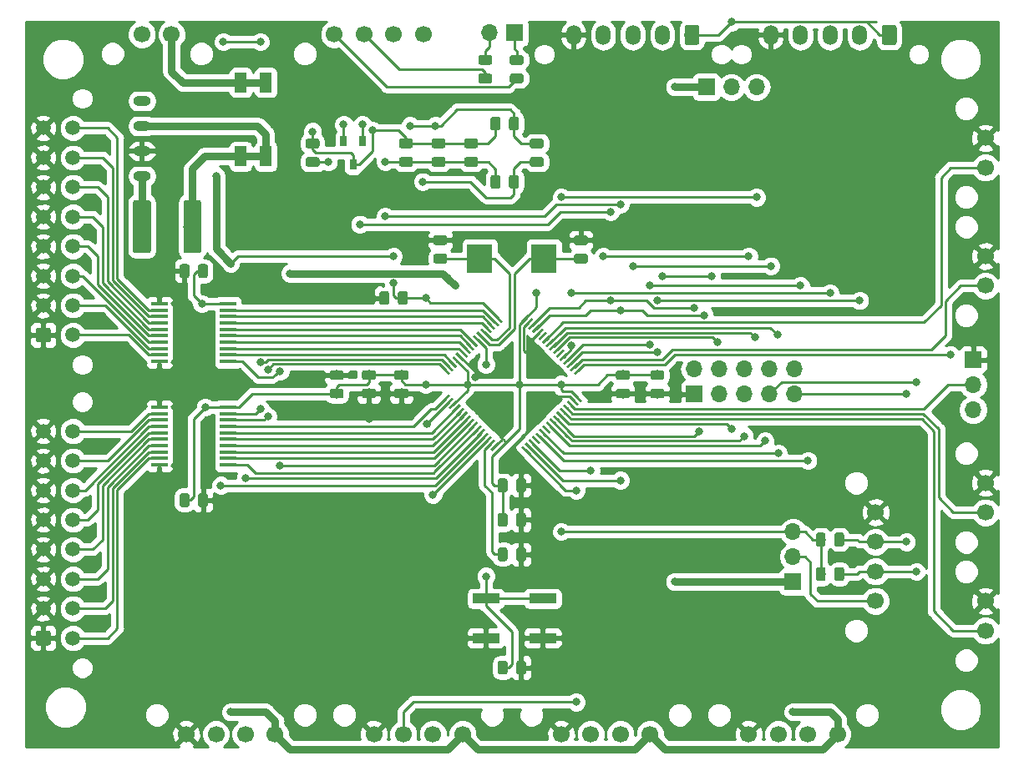
<source format=gbr>
G04 #@! TF.GenerationSoftware,KiCad,Pcbnew,(5.0.2)-1*
G04 #@! TF.CreationDate,2019-03-21T15:49:39-05:00*
G04 #@! TF.ProjectId,noname,6e6f6e61-6d65-42e6-9b69-6361645f7063,rev?*
G04 #@! TF.SameCoordinates,Original*
G04 #@! TF.FileFunction,Copper,L1,Top*
G04 #@! TF.FilePolarity,Positive*
%FSLAX46Y46*%
G04 Gerber Fmt 4.6, Leading zero omitted, Abs format (unit mm)*
G04 Created by KiCad (PCBNEW (5.0.2)-1) date 3/21/2019 3:49:39 PM*
%MOMM*%
%LPD*%
G01*
G04 APERTURE LIST*
G04 #@! TA.AperFunction,Conductor*
%ADD10C,0.100000*%
G04 #@! TD*
G04 #@! TA.AperFunction,SMDPad,CuDef*
%ADD11C,0.975000*%
G04 #@! TD*
G04 #@! TA.AperFunction,SMDPad,CuDef*
%ADD12C,1.800000*%
G04 #@! TD*
G04 #@! TA.AperFunction,ComponentPad*
%ADD13R,1.700000X1.700000*%
G04 #@! TD*
G04 #@! TA.AperFunction,ComponentPad*
%ADD14O,1.700000X1.700000*%
G04 #@! TD*
G04 #@! TA.AperFunction,ComponentPad*
%ADD15C,1.700000*%
G04 #@! TD*
G04 #@! TA.AperFunction,ComponentPad*
%ADD16O,1.500000X2.000000*%
G04 #@! TD*
G04 #@! TA.AperFunction,ComponentPad*
%ADD17C,1.500000*%
G04 #@! TD*
G04 #@! TA.AperFunction,SMDPad,CuDef*
%ADD18R,1.200000X2.000000*%
G04 #@! TD*
G04 #@! TA.AperFunction,SMDPad,CuDef*
%ADD19R,2.750000X1.000000*%
G04 #@! TD*
G04 #@! TA.AperFunction,SMDPad,CuDef*
%ADD20C,0.250000*%
G04 #@! TD*
G04 #@! TA.AperFunction,ComponentPad*
%ADD21O,1.800000X1.000000*%
G04 #@! TD*
G04 #@! TA.AperFunction,SMDPad,CuDef*
%ADD22R,0.700000X1.000000*%
G04 #@! TD*
G04 #@! TA.AperFunction,SMDPad,CuDef*
%ADD23R,1.651000X0.431800*%
G04 #@! TD*
G04 #@! TA.AperFunction,SMDPad,CuDef*
%ADD24R,2.500000X3.000000*%
G04 #@! TD*
G04 #@! TA.AperFunction,ViaPad*
%ADD25C,0.800000*%
G04 #@! TD*
G04 #@! TA.AperFunction,Conductor*
%ADD26C,0.250000*%
G04 #@! TD*
G04 #@! TA.AperFunction,Conductor*
%ADD27C,0.750000*%
G04 #@! TD*
G04 #@! TA.AperFunction,Conductor*
%ADD28C,0.254000*%
G04 #@! TD*
G04 APERTURE END LIST*
D10*
G04 #@! TO.N,GND*
G04 #@! TO.C,C1*
G36*
X159980142Y-92388674D02*
X160003803Y-92392184D01*
X160027007Y-92397996D01*
X160049529Y-92406054D01*
X160071153Y-92416282D01*
X160091670Y-92428579D01*
X160110883Y-92442829D01*
X160128607Y-92458893D01*
X160144671Y-92476617D01*
X160158921Y-92495830D01*
X160171218Y-92516347D01*
X160181446Y-92537971D01*
X160189504Y-92560493D01*
X160195316Y-92583697D01*
X160198826Y-92607358D01*
X160200000Y-92631250D01*
X160200000Y-93118750D01*
X160198826Y-93142642D01*
X160195316Y-93166303D01*
X160189504Y-93189507D01*
X160181446Y-93212029D01*
X160171218Y-93233653D01*
X160158921Y-93254170D01*
X160144671Y-93273383D01*
X160128607Y-93291107D01*
X160110883Y-93307171D01*
X160091670Y-93321421D01*
X160071153Y-93333718D01*
X160049529Y-93343946D01*
X160027007Y-93352004D01*
X160003803Y-93357816D01*
X159980142Y-93361326D01*
X159956250Y-93362500D01*
X159043750Y-93362500D01*
X159019858Y-93361326D01*
X158996197Y-93357816D01*
X158972993Y-93352004D01*
X158950471Y-93343946D01*
X158928847Y-93333718D01*
X158908330Y-93321421D01*
X158889117Y-93307171D01*
X158871393Y-93291107D01*
X158855329Y-93273383D01*
X158841079Y-93254170D01*
X158828782Y-93233653D01*
X158818554Y-93212029D01*
X158810496Y-93189507D01*
X158804684Y-93166303D01*
X158801174Y-93142642D01*
X158800000Y-93118750D01*
X158800000Y-92631250D01*
X158801174Y-92607358D01*
X158804684Y-92583697D01*
X158810496Y-92560493D01*
X158818554Y-92537971D01*
X158828782Y-92516347D01*
X158841079Y-92495830D01*
X158855329Y-92476617D01*
X158871393Y-92458893D01*
X158889117Y-92442829D01*
X158908330Y-92428579D01*
X158928847Y-92416282D01*
X158950471Y-92406054D01*
X158972993Y-92397996D01*
X158996197Y-92392184D01*
X159019858Y-92388674D01*
X159043750Y-92387500D01*
X159956250Y-92387500D01*
X159980142Y-92388674D01*
X159980142Y-92388674D01*
G37*
D11*
G04 #@! TD*
G04 #@! TO.P,C1,2*
G04 #@! TO.N,GND*
X159500000Y-92875000D03*
D10*
G04 #@! TO.N,/OSC_OUT*
G04 #@! TO.C,C1*
G36*
X159980142Y-94263674D02*
X160003803Y-94267184D01*
X160027007Y-94272996D01*
X160049529Y-94281054D01*
X160071153Y-94291282D01*
X160091670Y-94303579D01*
X160110883Y-94317829D01*
X160128607Y-94333893D01*
X160144671Y-94351617D01*
X160158921Y-94370830D01*
X160171218Y-94391347D01*
X160181446Y-94412971D01*
X160189504Y-94435493D01*
X160195316Y-94458697D01*
X160198826Y-94482358D01*
X160200000Y-94506250D01*
X160200000Y-94993750D01*
X160198826Y-95017642D01*
X160195316Y-95041303D01*
X160189504Y-95064507D01*
X160181446Y-95087029D01*
X160171218Y-95108653D01*
X160158921Y-95129170D01*
X160144671Y-95148383D01*
X160128607Y-95166107D01*
X160110883Y-95182171D01*
X160091670Y-95196421D01*
X160071153Y-95208718D01*
X160049529Y-95218946D01*
X160027007Y-95227004D01*
X160003803Y-95232816D01*
X159980142Y-95236326D01*
X159956250Y-95237500D01*
X159043750Y-95237500D01*
X159019858Y-95236326D01*
X158996197Y-95232816D01*
X158972993Y-95227004D01*
X158950471Y-95218946D01*
X158928847Y-95208718D01*
X158908330Y-95196421D01*
X158889117Y-95182171D01*
X158871393Y-95166107D01*
X158855329Y-95148383D01*
X158841079Y-95129170D01*
X158828782Y-95108653D01*
X158818554Y-95087029D01*
X158810496Y-95064507D01*
X158804684Y-95041303D01*
X158801174Y-95017642D01*
X158800000Y-94993750D01*
X158800000Y-94506250D01*
X158801174Y-94482358D01*
X158804684Y-94458697D01*
X158810496Y-94435493D01*
X158818554Y-94412971D01*
X158828782Y-94391347D01*
X158841079Y-94370830D01*
X158855329Y-94351617D01*
X158871393Y-94333893D01*
X158889117Y-94317829D01*
X158908330Y-94303579D01*
X158928847Y-94291282D01*
X158950471Y-94281054D01*
X158972993Y-94272996D01*
X158996197Y-94267184D01*
X159019858Y-94263674D01*
X159043750Y-94262500D01*
X159956250Y-94262500D01*
X159980142Y-94263674D01*
X159980142Y-94263674D01*
G37*
D11*
G04 #@! TD*
G04 #@! TO.P,C1,1*
G04 #@! TO.N,/OSC_OUT*
X159500000Y-94750000D03*
D10*
G04 #@! TO.N,Net-(C2-Pad1)*
G04 #@! TO.C,C2*
G36*
X151830142Y-124051174D02*
X151853803Y-124054684D01*
X151877007Y-124060496D01*
X151899529Y-124068554D01*
X151921153Y-124078782D01*
X151941670Y-124091079D01*
X151960883Y-124105329D01*
X151978607Y-124121393D01*
X151994671Y-124139117D01*
X152008921Y-124158330D01*
X152021218Y-124178847D01*
X152031446Y-124200471D01*
X152039504Y-124222993D01*
X152045316Y-124246197D01*
X152048826Y-124269858D01*
X152050000Y-124293750D01*
X152050000Y-125206250D01*
X152048826Y-125230142D01*
X152045316Y-125253803D01*
X152039504Y-125277007D01*
X152031446Y-125299529D01*
X152021218Y-125321153D01*
X152008921Y-125341670D01*
X151994671Y-125360883D01*
X151978607Y-125378607D01*
X151960883Y-125394671D01*
X151941670Y-125408921D01*
X151921153Y-125421218D01*
X151899529Y-125431446D01*
X151877007Y-125439504D01*
X151853803Y-125445316D01*
X151830142Y-125448826D01*
X151806250Y-125450000D01*
X151318750Y-125450000D01*
X151294858Y-125448826D01*
X151271197Y-125445316D01*
X151247993Y-125439504D01*
X151225471Y-125431446D01*
X151203847Y-125421218D01*
X151183330Y-125408921D01*
X151164117Y-125394671D01*
X151146393Y-125378607D01*
X151130329Y-125360883D01*
X151116079Y-125341670D01*
X151103782Y-125321153D01*
X151093554Y-125299529D01*
X151085496Y-125277007D01*
X151079684Y-125253803D01*
X151076174Y-125230142D01*
X151075000Y-125206250D01*
X151075000Y-124293750D01*
X151076174Y-124269858D01*
X151079684Y-124246197D01*
X151085496Y-124222993D01*
X151093554Y-124200471D01*
X151103782Y-124178847D01*
X151116079Y-124158330D01*
X151130329Y-124139117D01*
X151146393Y-124121393D01*
X151164117Y-124105329D01*
X151183330Y-124091079D01*
X151203847Y-124078782D01*
X151225471Y-124068554D01*
X151247993Y-124060496D01*
X151271197Y-124054684D01*
X151294858Y-124051174D01*
X151318750Y-124050000D01*
X151806250Y-124050000D01*
X151830142Y-124051174D01*
X151830142Y-124051174D01*
G37*
D11*
G04 #@! TD*
G04 #@! TO.P,C2,1*
G04 #@! TO.N,Net-(C2-Pad1)*
X151562500Y-124750000D03*
D10*
G04 #@! TO.N,GND*
G04 #@! TO.C,C2*
G36*
X153705142Y-124051174D02*
X153728803Y-124054684D01*
X153752007Y-124060496D01*
X153774529Y-124068554D01*
X153796153Y-124078782D01*
X153816670Y-124091079D01*
X153835883Y-124105329D01*
X153853607Y-124121393D01*
X153869671Y-124139117D01*
X153883921Y-124158330D01*
X153896218Y-124178847D01*
X153906446Y-124200471D01*
X153914504Y-124222993D01*
X153920316Y-124246197D01*
X153923826Y-124269858D01*
X153925000Y-124293750D01*
X153925000Y-125206250D01*
X153923826Y-125230142D01*
X153920316Y-125253803D01*
X153914504Y-125277007D01*
X153906446Y-125299529D01*
X153896218Y-125321153D01*
X153883921Y-125341670D01*
X153869671Y-125360883D01*
X153853607Y-125378607D01*
X153835883Y-125394671D01*
X153816670Y-125408921D01*
X153796153Y-125421218D01*
X153774529Y-125431446D01*
X153752007Y-125439504D01*
X153728803Y-125445316D01*
X153705142Y-125448826D01*
X153681250Y-125450000D01*
X153193750Y-125450000D01*
X153169858Y-125448826D01*
X153146197Y-125445316D01*
X153122993Y-125439504D01*
X153100471Y-125431446D01*
X153078847Y-125421218D01*
X153058330Y-125408921D01*
X153039117Y-125394671D01*
X153021393Y-125378607D01*
X153005329Y-125360883D01*
X152991079Y-125341670D01*
X152978782Y-125321153D01*
X152968554Y-125299529D01*
X152960496Y-125277007D01*
X152954684Y-125253803D01*
X152951174Y-125230142D01*
X152950000Y-125206250D01*
X152950000Y-124293750D01*
X152951174Y-124269858D01*
X152954684Y-124246197D01*
X152960496Y-124222993D01*
X152968554Y-124200471D01*
X152978782Y-124178847D01*
X152991079Y-124158330D01*
X153005329Y-124139117D01*
X153021393Y-124121393D01*
X153039117Y-124105329D01*
X153058330Y-124091079D01*
X153078847Y-124078782D01*
X153100471Y-124068554D01*
X153122993Y-124060496D01*
X153146197Y-124054684D01*
X153169858Y-124051174D01*
X153193750Y-124050000D01*
X153681250Y-124050000D01*
X153705142Y-124051174D01*
X153705142Y-124051174D01*
G37*
D11*
G04 #@! TD*
G04 #@! TO.P,C2,2*
G04 #@! TO.N,GND*
X153437500Y-124750000D03*
D10*
G04 #@! TO.N,/OSC_IN*
G04 #@! TO.C,C3*
G36*
X145730142Y-94263674D02*
X145753803Y-94267184D01*
X145777007Y-94272996D01*
X145799529Y-94281054D01*
X145821153Y-94291282D01*
X145841670Y-94303579D01*
X145860883Y-94317829D01*
X145878607Y-94333893D01*
X145894671Y-94351617D01*
X145908921Y-94370830D01*
X145921218Y-94391347D01*
X145931446Y-94412971D01*
X145939504Y-94435493D01*
X145945316Y-94458697D01*
X145948826Y-94482358D01*
X145950000Y-94506250D01*
X145950000Y-94993750D01*
X145948826Y-95017642D01*
X145945316Y-95041303D01*
X145939504Y-95064507D01*
X145931446Y-95087029D01*
X145921218Y-95108653D01*
X145908921Y-95129170D01*
X145894671Y-95148383D01*
X145878607Y-95166107D01*
X145860883Y-95182171D01*
X145841670Y-95196421D01*
X145821153Y-95208718D01*
X145799529Y-95218946D01*
X145777007Y-95227004D01*
X145753803Y-95232816D01*
X145730142Y-95236326D01*
X145706250Y-95237500D01*
X144793750Y-95237500D01*
X144769858Y-95236326D01*
X144746197Y-95232816D01*
X144722993Y-95227004D01*
X144700471Y-95218946D01*
X144678847Y-95208718D01*
X144658330Y-95196421D01*
X144639117Y-95182171D01*
X144621393Y-95166107D01*
X144605329Y-95148383D01*
X144591079Y-95129170D01*
X144578782Y-95108653D01*
X144568554Y-95087029D01*
X144560496Y-95064507D01*
X144554684Y-95041303D01*
X144551174Y-95017642D01*
X144550000Y-94993750D01*
X144550000Y-94506250D01*
X144551174Y-94482358D01*
X144554684Y-94458697D01*
X144560496Y-94435493D01*
X144568554Y-94412971D01*
X144578782Y-94391347D01*
X144591079Y-94370830D01*
X144605329Y-94351617D01*
X144621393Y-94333893D01*
X144639117Y-94317829D01*
X144658330Y-94303579D01*
X144678847Y-94291282D01*
X144700471Y-94281054D01*
X144722993Y-94272996D01*
X144746197Y-94267184D01*
X144769858Y-94263674D01*
X144793750Y-94262500D01*
X145706250Y-94262500D01*
X145730142Y-94263674D01*
X145730142Y-94263674D01*
G37*
D11*
G04 #@! TD*
G04 #@! TO.P,C3,1*
G04 #@! TO.N,/OSC_IN*
X145250000Y-94750000D03*
D10*
G04 #@! TO.N,GND*
G04 #@! TO.C,C3*
G36*
X145730142Y-92388674D02*
X145753803Y-92392184D01*
X145777007Y-92397996D01*
X145799529Y-92406054D01*
X145821153Y-92416282D01*
X145841670Y-92428579D01*
X145860883Y-92442829D01*
X145878607Y-92458893D01*
X145894671Y-92476617D01*
X145908921Y-92495830D01*
X145921218Y-92516347D01*
X145931446Y-92537971D01*
X145939504Y-92560493D01*
X145945316Y-92583697D01*
X145948826Y-92607358D01*
X145950000Y-92631250D01*
X145950000Y-93118750D01*
X145948826Y-93142642D01*
X145945316Y-93166303D01*
X145939504Y-93189507D01*
X145931446Y-93212029D01*
X145921218Y-93233653D01*
X145908921Y-93254170D01*
X145894671Y-93273383D01*
X145878607Y-93291107D01*
X145860883Y-93307171D01*
X145841670Y-93321421D01*
X145821153Y-93333718D01*
X145799529Y-93343946D01*
X145777007Y-93352004D01*
X145753803Y-93357816D01*
X145730142Y-93361326D01*
X145706250Y-93362500D01*
X144793750Y-93362500D01*
X144769858Y-93361326D01*
X144746197Y-93357816D01*
X144722993Y-93352004D01*
X144700471Y-93343946D01*
X144678847Y-93333718D01*
X144658330Y-93321421D01*
X144639117Y-93307171D01*
X144621393Y-93291107D01*
X144605329Y-93273383D01*
X144591079Y-93254170D01*
X144578782Y-93233653D01*
X144568554Y-93212029D01*
X144560496Y-93189507D01*
X144554684Y-93166303D01*
X144551174Y-93142642D01*
X144550000Y-93118750D01*
X144550000Y-92631250D01*
X144551174Y-92607358D01*
X144554684Y-92583697D01*
X144560496Y-92560493D01*
X144568554Y-92537971D01*
X144578782Y-92516347D01*
X144591079Y-92495830D01*
X144605329Y-92476617D01*
X144621393Y-92458893D01*
X144639117Y-92442829D01*
X144658330Y-92428579D01*
X144678847Y-92416282D01*
X144700471Y-92406054D01*
X144722993Y-92397996D01*
X144746197Y-92392184D01*
X144769858Y-92388674D01*
X144793750Y-92387500D01*
X145706250Y-92387500D01*
X145730142Y-92388674D01*
X145730142Y-92388674D01*
G37*
D11*
G04 #@! TD*
G04 #@! TO.P,C3,2*
G04 #@! TO.N,GND*
X145250000Y-92875000D03*
D10*
G04 #@! TO.N,GND*
G04 #@! TO.C,C4*
G36*
X135230142Y-106076174D02*
X135253803Y-106079684D01*
X135277007Y-106085496D01*
X135299529Y-106093554D01*
X135321153Y-106103782D01*
X135341670Y-106116079D01*
X135360883Y-106130329D01*
X135378607Y-106146393D01*
X135394671Y-106164117D01*
X135408921Y-106183330D01*
X135421218Y-106203847D01*
X135431446Y-106225471D01*
X135439504Y-106247993D01*
X135445316Y-106271197D01*
X135448826Y-106294858D01*
X135450000Y-106318750D01*
X135450000Y-106806250D01*
X135448826Y-106830142D01*
X135445316Y-106853803D01*
X135439504Y-106877007D01*
X135431446Y-106899529D01*
X135421218Y-106921153D01*
X135408921Y-106941670D01*
X135394671Y-106960883D01*
X135378607Y-106978607D01*
X135360883Y-106994671D01*
X135341670Y-107008921D01*
X135321153Y-107021218D01*
X135299529Y-107031446D01*
X135277007Y-107039504D01*
X135253803Y-107045316D01*
X135230142Y-107048826D01*
X135206250Y-107050000D01*
X134293750Y-107050000D01*
X134269858Y-107048826D01*
X134246197Y-107045316D01*
X134222993Y-107039504D01*
X134200471Y-107031446D01*
X134178847Y-107021218D01*
X134158330Y-107008921D01*
X134139117Y-106994671D01*
X134121393Y-106978607D01*
X134105329Y-106960883D01*
X134091079Y-106941670D01*
X134078782Y-106921153D01*
X134068554Y-106899529D01*
X134060496Y-106877007D01*
X134054684Y-106853803D01*
X134051174Y-106830142D01*
X134050000Y-106806250D01*
X134050000Y-106318750D01*
X134051174Y-106294858D01*
X134054684Y-106271197D01*
X134060496Y-106247993D01*
X134068554Y-106225471D01*
X134078782Y-106203847D01*
X134091079Y-106183330D01*
X134105329Y-106164117D01*
X134121393Y-106146393D01*
X134139117Y-106130329D01*
X134158330Y-106116079D01*
X134178847Y-106103782D01*
X134200471Y-106093554D01*
X134222993Y-106085496D01*
X134246197Y-106079684D01*
X134269858Y-106076174D01*
X134293750Y-106075000D01*
X135206250Y-106075000D01*
X135230142Y-106076174D01*
X135230142Y-106076174D01*
G37*
D11*
G04 #@! TD*
G04 #@! TO.P,C4,2*
G04 #@! TO.N,GND*
X134750000Y-106562500D03*
D10*
G04 #@! TO.N,+3V3*
G04 #@! TO.C,C4*
G36*
X135230142Y-107951174D02*
X135253803Y-107954684D01*
X135277007Y-107960496D01*
X135299529Y-107968554D01*
X135321153Y-107978782D01*
X135341670Y-107991079D01*
X135360883Y-108005329D01*
X135378607Y-108021393D01*
X135394671Y-108039117D01*
X135408921Y-108058330D01*
X135421218Y-108078847D01*
X135431446Y-108100471D01*
X135439504Y-108122993D01*
X135445316Y-108146197D01*
X135448826Y-108169858D01*
X135450000Y-108193750D01*
X135450000Y-108681250D01*
X135448826Y-108705142D01*
X135445316Y-108728803D01*
X135439504Y-108752007D01*
X135431446Y-108774529D01*
X135421218Y-108796153D01*
X135408921Y-108816670D01*
X135394671Y-108835883D01*
X135378607Y-108853607D01*
X135360883Y-108869671D01*
X135341670Y-108883921D01*
X135321153Y-108896218D01*
X135299529Y-108906446D01*
X135277007Y-108914504D01*
X135253803Y-108920316D01*
X135230142Y-108923826D01*
X135206250Y-108925000D01*
X134293750Y-108925000D01*
X134269858Y-108923826D01*
X134246197Y-108920316D01*
X134222993Y-108914504D01*
X134200471Y-108906446D01*
X134178847Y-108896218D01*
X134158330Y-108883921D01*
X134139117Y-108869671D01*
X134121393Y-108853607D01*
X134105329Y-108835883D01*
X134091079Y-108816670D01*
X134078782Y-108796153D01*
X134068554Y-108774529D01*
X134060496Y-108752007D01*
X134054684Y-108728803D01*
X134051174Y-108705142D01*
X134050000Y-108681250D01*
X134050000Y-108193750D01*
X134051174Y-108169858D01*
X134054684Y-108146197D01*
X134060496Y-108122993D01*
X134068554Y-108100471D01*
X134078782Y-108078847D01*
X134091079Y-108058330D01*
X134105329Y-108039117D01*
X134121393Y-108021393D01*
X134139117Y-108005329D01*
X134158330Y-107991079D01*
X134178847Y-107978782D01*
X134200471Y-107968554D01*
X134222993Y-107960496D01*
X134246197Y-107954684D01*
X134269858Y-107951174D01*
X134293750Y-107950000D01*
X135206250Y-107950000D01*
X135230142Y-107951174D01*
X135230142Y-107951174D01*
G37*
D11*
G04 #@! TD*
G04 #@! TO.P,C4,1*
G04 #@! TO.N,+3V3*
X134750000Y-108437500D03*
D10*
G04 #@! TO.N,+3V3*
G04 #@! TO.C,C5*
G36*
X151830142Y-117051174D02*
X151853803Y-117054684D01*
X151877007Y-117060496D01*
X151899529Y-117068554D01*
X151921153Y-117078782D01*
X151941670Y-117091079D01*
X151960883Y-117105329D01*
X151978607Y-117121393D01*
X151994671Y-117139117D01*
X152008921Y-117158330D01*
X152021218Y-117178847D01*
X152031446Y-117200471D01*
X152039504Y-117222993D01*
X152045316Y-117246197D01*
X152048826Y-117269858D01*
X152050000Y-117293750D01*
X152050000Y-118206250D01*
X152048826Y-118230142D01*
X152045316Y-118253803D01*
X152039504Y-118277007D01*
X152031446Y-118299529D01*
X152021218Y-118321153D01*
X152008921Y-118341670D01*
X151994671Y-118360883D01*
X151978607Y-118378607D01*
X151960883Y-118394671D01*
X151941670Y-118408921D01*
X151921153Y-118421218D01*
X151899529Y-118431446D01*
X151877007Y-118439504D01*
X151853803Y-118445316D01*
X151830142Y-118448826D01*
X151806250Y-118450000D01*
X151318750Y-118450000D01*
X151294858Y-118448826D01*
X151271197Y-118445316D01*
X151247993Y-118439504D01*
X151225471Y-118431446D01*
X151203847Y-118421218D01*
X151183330Y-118408921D01*
X151164117Y-118394671D01*
X151146393Y-118378607D01*
X151130329Y-118360883D01*
X151116079Y-118341670D01*
X151103782Y-118321153D01*
X151093554Y-118299529D01*
X151085496Y-118277007D01*
X151079684Y-118253803D01*
X151076174Y-118230142D01*
X151075000Y-118206250D01*
X151075000Y-117293750D01*
X151076174Y-117269858D01*
X151079684Y-117246197D01*
X151085496Y-117222993D01*
X151093554Y-117200471D01*
X151103782Y-117178847D01*
X151116079Y-117158330D01*
X151130329Y-117139117D01*
X151146393Y-117121393D01*
X151164117Y-117105329D01*
X151183330Y-117091079D01*
X151203847Y-117078782D01*
X151225471Y-117068554D01*
X151247993Y-117060496D01*
X151271197Y-117054684D01*
X151294858Y-117051174D01*
X151318750Y-117050000D01*
X151806250Y-117050000D01*
X151830142Y-117051174D01*
X151830142Y-117051174D01*
G37*
D11*
G04 #@! TD*
G04 #@! TO.P,C5,1*
G04 #@! TO.N,+3V3*
X151562500Y-117750000D03*
D10*
G04 #@! TO.N,GND*
G04 #@! TO.C,C5*
G36*
X153705142Y-117051174D02*
X153728803Y-117054684D01*
X153752007Y-117060496D01*
X153774529Y-117068554D01*
X153796153Y-117078782D01*
X153816670Y-117091079D01*
X153835883Y-117105329D01*
X153853607Y-117121393D01*
X153869671Y-117139117D01*
X153883921Y-117158330D01*
X153896218Y-117178847D01*
X153906446Y-117200471D01*
X153914504Y-117222993D01*
X153920316Y-117246197D01*
X153923826Y-117269858D01*
X153925000Y-117293750D01*
X153925000Y-118206250D01*
X153923826Y-118230142D01*
X153920316Y-118253803D01*
X153914504Y-118277007D01*
X153906446Y-118299529D01*
X153896218Y-118321153D01*
X153883921Y-118341670D01*
X153869671Y-118360883D01*
X153853607Y-118378607D01*
X153835883Y-118394671D01*
X153816670Y-118408921D01*
X153796153Y-118421218D01*
X153774529Y-118431446D01*
X153752007Y-118439504D01*
X153728803Y-118445316D01*
X153705142Y-118448826D01*
X153681250Y-118450000D01*
X153193750Y-118450000D01*
X153169858Y-118448826D01*
X153146197Y-118445316D01*
X153122993Y-118439504D01*
X153100471Y-118431446D01*
X153078847Y-118421218D01*
X153058330Y-118408921D01*
X153039117Y-118394671D01*
X153021393Y-118378607D01*
X153005329Y-118360883D01*
X152991079Y-118341670D01*
X152978782Y-118321153D01*
X152968554Y-118299529D01*
X152960496Y-118277007D01*
X152954684Y-118253803D01*
X152951174Y-118230142D01*
X152950000Y-118206250D01*
X152950000Y-117293750D01*
X152951174Y-117269858D01*
X152954684Y-117246197D01*
X152960496Y-117222993D01*
X152968554Y-117200471D01*
X152978782Y-117178847D01*
X152991079Y-117158330D01*
X153005329Y-117139117D01*
X153021393Y-117121393D01*
X153039117Y-117105329D01*
X153058330Y-117091079D01*
X153078847Y-117078782D01*
X153100471Y-117068554D01*
X153122993Y-117060496D01*
X153146197Y-117054684D01*
X153169858Y-117051174D01*
X153193750Y-117050000D01*
X153681250Y-117050000D01*
X153705142Y-117051174D01*
X153705142Y-117051174D01*
G37*
D11*
G04 #@! TD*
G04 #@! TO.P,C5,2*
G04 #@! TO.N,GND*
X153437500Y-117750000D03*
D10*
G04 #@! TO.N,GND*
G04 #@! TO.C,C6*
G36*
X167730142Y-107951174D02*
X167753803Y-107954684D01*
X167777007Y-107960496D01*
X167799529Y-107968554D01*
X167821153Y-107978782D01*
X167841670Y-107991079D01*
X167860883Y-108005329D01*
X167878607Y-108021393D01*
X167894671Y-108039117D01*
X167908921Y-108058330D01*
X167921218Y-108078847D01*
X167931446Y-108100471D01*
X167939504Y-108122993D01*
X167945316Y-108146197D01*
X167948826Y-108169858D01*
X167950000Y-108193750D01*
X167950000Y-108681250D01*
X167948826Y-108705142D01*
X167945316Y-108728803D01*
X167939504Y-108752007D01*
X167931446Y-108774529D01*
X167921218Y-108796153D01*
X167908921Y-108816670D01*
X167894671Y-108835883D01*
X167878607Y-108853607D01*
X167860883Y-108869671D01*
X167841670Y-108883921D01*
X167821153Y-108896218D01*
X167799529Y-108906446D01*
X167777007Y-108914504D01*
X167753803Y-108920316D01*
X167730142Y-108923826D01*
X167706250Y-108925000D01*
X166793750Y-108925000D01*
X166769858Y-108923826D01*
X166746197Y-108920316D01*
X166722993Y-108914504D01*
X166700471Y-108906446D01*
X166678847Y-108896218D01*
X166658330Y-108883921D01*
X166639117Y-108869671D01*
X166621393Y-108853607D01*
X166605329Y-108835883D01*
X166591079Y-108816670D01*
X166578782Y-108796153D01*
X166568554Y-108774529D01*
X166560496Y-108752007D01*
X166554684Y-108728803D01*
X166551174Y-108705142D01*
X166550000Y-108681250D01*
X166550000Y-108193750D01*
X166551174Y-108169858D01*
X166554684Y-108146197D01*
X166560496Y-108122993D01*
X166568554Y-108100471D01*
X166578782Y-108078847D01*
X166591079Y-108058330D01*
X166605329Y-108039117D01*
X166621393Y-108021393D01*
X166639117Y-108005329D01*
X166658330Y-107991079D01*
X166678847Y-107978782D01*
X166700471Y-107968554D01*
X166722993Y-107960496D01*
X166746197Y-107954684D01*
X166769858Y-107951174D01*
X166793750Y-107950000D01*
X167706250Y-107950000D01*
X167730142Y-107951174D01*
X167730142Y-107951174D01*
G37*
D11*
G04 #@! TD*
G04 #@! TO.P,C6,2*
G04 #@! TO.N,GND*
X167250000Y-108437500D03*
D10*
G04 #@! TO.N,+3V3*
G04 #@! TO.C,C6*
G36*
X167730142Y-106076174D02*
X167753803Y-106079684D01*
X167777007Y-106085496D01*
X167799529Y-106093554D01*
X167821153Y-106103782D01*
X167841670Y-106116079D01*
X167860883Y-106130329D01*
X167878607Y-106146393D01*
X167894671Y-106164117D01*
X167908921Y-106183330D01*
X167921218Y-106203847D01*
X167931446Y-106225471D01*
X167939504Y-106247993D01*
X167945316Y-106271197D01*
X167948826Y-106294858D01*
X167950000Y-106318750D01*
X167950000Y-106806250D01*
X167948826Y-106830142D01*
X167945316Y-106853803D01*
X167939504Y-106877007D01*
X167931446Y-106899529D01*
X167921218Y-106921153D01*
X167908921Y-106941670D01*
X167894671Y-106960883D01*
X167878607Y-106978607D01*
X167860883Y-106994671D01*
X167841670Y-107008921D01*
X167821153Y-107021218D01*
X167799529Y-107031446D01*
X167777007Y-107039504D01*
X167753803Y-107045316D01*
X167730142Y-107048826D01*
X167706250Y-107050000D01*
X166793750Y-107050000D01*
X166769858Y-107048826D01*
X166746197Y-107045316D01*
X166722993Y-107039504D01*
X166700471Y-107031446D01*
X166678847Y-107021218D01*
X166658330Y-107008921D01*
X166639117Y-106994671D01*
X166621393Y-106978607D01*
X166605329Y-106960883D01*
X166591079Y-106941670D01*
X166578782Y-106921153D01*
X166568554Y-106899529D01*
X166560496Y-106877007D01*
X166554684Y-106853803D01*
X166551174Y-106830142D01*
X166550000Y-106806250D01*
X166550000Y-106318750D01*
X166551174Y-106294858D01*
X166554684Y-106271197D01*
X166560496Y-106247993D01*
X166568554Y-106225471D01*
X166578782Y-106203847D01*
X166591079Y-106183330D01*
X166605329Y-106164117D01*
X166621393Y-106146393D01*
X166639117Y-106130329D01*
X166658330Y-106116079D01*
X166678847Y-106103782D01*
X166700471Y-106093554D01*
X166722993Y-106085496D01*
X166746197Y-106079684D01*
X166769858Y-106076174D01*
X166793750Y-106075000D01*
X167706250Y-106075000D01*
X167730142Y-106076174D01*
X167730142Y-106076174D01*
G37*
D11*
G04 #@! TD*
G04 #@! TO.P,C6,1*
G04 #@! TO.N,+3V3*
X167250000Y-106562500D03*
D10*
G04 #@! TO.N,+3V3*
G04 #@! TO.C,C7*
G36*
X141777546Y-106061078D02*
X141801207Y-106064588D01*
X141824411Y-106070400D01*
X141846933Y-106078458D01*
X141868557Y-106088686D01*
X141889074Y-106100983D01*
X141908287Y-106115233D01*
X141926011Y-106131297D01*
X141942075Y-106149021D01*
X141956325Y-106168234D01*
X141968622Y-106188751D01*
X141978850Y-106210375D01*
X141986908Y-106232897D01*
X141992720Y-106256101D01*
X141996230Y-106279762D01*
X141997404Y-106303654D01*
X141997404Y-106791154D01*
X141996230Y-106815046D01*
X141992720Y-106838707D01*
X141986908Y-106861911D01*
X141978850Y-106884433D01*
X141968622Y-106906057D01*
X141956325Y-106926574D01*
X141942075Y-106945787D01*
X141926011Y-106963511D01*
X141908287Y-106979575D01*
X141889074Y-106993825D01*
X141868557Y-107006122D01*
X141846933Y-107016350D01*
X141824411Y-107024408D01*
X141801207Y-107030220D01*
X141777546Y-107033730D01*
X141753654Y-107034904D01*
X140841154Y-107034904D01*
X140817262Y-107033730D01*
X140793601Y-107030220D01*
X140770397Y-107024408D01*
X140747875Y-107016350D01*
X140726251Y-107006122D01*
X140705734Y-106993825D01*
X140686521Y-106979575D01*
X140668797Y-106963511D01*
X140652733Y-106945787D01*
X140638483Y-106926574D01*
X140626186Y-106906057D01*
X140615958Y-106884433D01*
X140607900Y-106861911D01*
X140602088Y-106838707D01*
X140598578Y-106815046D01*
X140597404Y-106791154D01*
X140597404Y-106303654D01*
X140598578Y-106279762D01*
X140602088Y-106256101D01*
X140607900Y-106232897D01*
X140615958Y-106210375D01*
X140626186Y-106188751D01*
X140638483Y-106168234D01*
X140652733Y-106149021D01*
X140668797Y-106131297D01*
X140686521Y-106115233D01*
X140705734Y-106100983D01*
X140726251Y-106088686D01*
X140747875Y-106078458D01*
X140770397Y-106070400D01*
X140793601Y-106064588D01*
X140817262Y-106061078D01*
X140841154Y-106059904D01*
X141753654Y-106059904D01*
X141777546Y-106061078D01*
X141777546Y-106061078D01*
G37*
D11*
G04 #@! TD*
G04 #@! TO.P,C7,1*
G04 #@! TO.N,+3V3*
X141297404Y-106547404D03*
D10*
G04 #@! TO.N,GND*
G04 #@! TO.C,C7*
G36*
X141777546Y-107936078D02*
X141801207Y-107939588D01*
X141824411Y-107945400D01*
X141846933Y-107953458D01*
X141868557Y-107963686D01*
X141889074Y-107975983D01*
X141908287Y-107990233D01*
X141926011Y-108006297D01*
X141942075Y-108024021D01*
X141956325Y-108043234D01*
X141968622Y-108063751D01*
X141978850Y-108085375D01*
X141986908Y-108107897D01*
X141992720Y-108131101D01*
X141996230Y-108154762D01*
X141997404Y-108178654D01*
X141997404Y-108666154D01*
X141996230Y-108690046D01*
X141992720Y-108713707D01*
X141986908Y-108736911D01*
X141978850Y-108759433D01*
X141968622Y-108781057D01*
X141956325Y-108801574D01*
X141942075Y-108820787D01*
X141926011Y-108838511D01*
X141908287Y-108854575D01*
X141889074Y-108868825D01*
X141868557Y-108881122D01*
X141846933Y-108891350D01*
X141824411Y-108899408D01*
X141801207Y-108905220D01*
X141777546Y-108908730D01*
X141753654Y-108909904D01*
X140841154Y-108909904D01*
X140817262Y-108908730D01*
X140793601Y-108905220D01*
X140770397Y-108899408D01*
X140747875Y-108891350D01*
X140726251Y-108881122D01*
X140705734Y-108868825D01*
X140686521Y-108854575D01*
X140668797Y-108838511D01*
X140652733Y-108820787D01*
X140638483Y-108801574D01*
X140626186Y-108781057D01*
X140615958Y-108759433D01*
X140607900Y-108736911D01*
X140602088Y-108713707D01*
X140598578Y-108690046D01*
X140597404Y-108666154D01*
X140597404Y-108178654D01*
X140598578Y-108154762D01*
X140602088Y-108131101D01*
X140607900Y-108107897D01*
X140615958Y-108085375D01*
X140626186Y-108063751D01*
X140638483Y-108043234D01*
X140652733Y-108024021D01*
X140668797Y-108006297D01*
X140686521Y-107990233D01*
X140705734Y-107975983D01*
X140726251Y-107963686D01*
X140747875Y-107953458D01*
X140770397Y-107945400D01*
X140793601Y-107939588D01*
X140817262Y-107936078D01*
X140841154Y-107934904D01*
X141753654Y-107934904D01*
X141777546Y-107936078D01*
X141777546Y-107936078D01*
G37*
D11*
G04 #@! TD*
G04 #@! TO.P,C7,2*
G04 #@! TO.N,GND*
X141297404Y-108422404D03*
D10*
G04 #@! TO.N,+3V3*
G04 #@! TO.C,C8*
G36*
X141705142Y-98051174D02*
X141728803Y-98054684D01*
X141752007Y-98060496D01*
X141774529Y-98068554D01*
X141796153Y-98078782D01*
X141816670Y-98091079D01*
X141835883Y-98105329D01*
X141853607Y-98121393D01*
X141869671Y-98139117D01*
X141883921Y-98158330D01*
X141896218Y-98178847D01*
X141906446Y-98200471D01*
X141914504Y-98222993D01*
X141920316Y-98246197D01*
X141923826Y-98269858D01*
X141925000Y-98293750D01*
X141925000Y-99206250D01*
X141923826Y-99230142D01*
X141920316Y-99253803D01*
X141914504Y-99277007D01*
X141906446Y-99299529D01*
X141896218Y-99321153D01*
X141883921Y-99341670D01*
X141869671Y-99360883D01*
X141853607Y-99378607D01*
X141835883Y-99394671D01*
X141816670Y-99408921D01*
X141796153Y-99421218D01*
X141774529Y-99431446D01*
X141752007Y-99439504D01*
X141728803Y-99445316D01*
X141705142Y-99448826D01*
X141681250Y-99450000D01*
X141193750Y-99450000D01*
X141169858Y-99448826D01*
X141146197Y-99445316D01*
X141122993Y-99439504D01*
X141100471Y-99431446D01*
X141078847Y-99421218D01*
X141058330Y-99408921D01*
X141039117Y-99394671D01*
X141021393Y-99378607D01*
X141005329Y-99360883D01*
X140991079Y-99341670D01*
X140978782Y-99321153D01*
X140968554Y-99299529D01*
X140960496Y-99277007D01*
X140954684Y-99253803D01*
X140951174Y-99230142D01*
X140950000Y-99206250D01*
X140950000Y-98293750D01*
X140951174Y-98269858D01*
X140954684Y-98246197D01*
X140960496Y-98222993D01*
X140968554Y-98200471D01*
X140978782Y-98178847D01*
X140991079Y-98158330D01*
X141005329Y-98139117D01*
X141021393Y-98121393D01*
X141039117Y-98105329D01*
X141058330Y-98091079D01*
X141078847Y-98078782D01*
X141100471Y-98068554D01*
X141122993Y-98060496D01*
X141146197Y-98054684D01*
X141169858Y-98051174D01*
X141193750Y-98050000D01*
X141681250Y-98050000D01*
X141705142Y-98051174D01*
X141705142Y-98051174D01*
G37*
D11*
G04 #@! TD*
G04 #@! TO.P,C8,1*
G04 #@! TO.N,+3V3*
X141437500Y-98750000D03*
D10*
G04 #@! TO.N,GND*
G04 #@! TO.C,C8*
G36*
X139830142Y-98051174D02*
X139853803Y-98054684D01*
X139877007Y-98060496D01*
X139899529Y-98068554D01*
X139921153Y-98078782D01*
X139941670Y-98091079D01*
X139960883Y-98105329D01*
X139978607Y-98121393D01*
X139994671Y-98139117D01*
X140008921Y-98158330D01*
X140021218Y-98178847D01*
X140031446Y-98200471D01*
X140039504Y-98222993D01*
X140045316Y-98246197D01*
X140048826Y-98269858D01*
X140050000Y-98293750D01*
X140050000Y-99206250D01*
X140048826Y-99230142D01*
X140045316Y-99253803D01*
X140039504Y-99277007D01*
X140031446Y-99299529D01*
X140021218Y-99321153D01*
X140008921Y-99341670D01*
X139994671Y-99360883D01*
X139978607Y-99378607D01*
X139960883Y-99394671D01*
X139941670Y-99408921D01*
X139921153Y-99421218D01*
X139899529Y-99431446D01*
X139877007Y-99439504D01*
X139853803Y-99445316D01*
X139830142Y-99448826D01*
X139806250Y-99450000D01*
X139318750Y-99450000D01*
X139294858Y-99448826D01*
X139271197Y-99445316D01*
X139247993Y-99439504D01*
X139225471Y-99431446D01*
X139203847Y-99421218D01*
X139183330Y-99408921D01*
X139164117Y-99394671D01*
X139146393Y-99378607D01*
X139130329Y-99360883D01*
X139116079Y-99341670D01*
X139103782Y-99321153D01*
X139093554Y-99299529D01*
X139085496Y-99277007D01*
X139079684Y-99253803D01*
X139076174Y-99230142D01*
X139075000Y-99206250D01*
X139075000Y-98293750D01*
X139076174Y-98269858D01*
X139079684Y-98246197D01*
X139085496Y-98222993D01*
X139093554Y-98200471D01*
X139103782Y-98178847D01*
X139116079Y-98158330D01*
X139130329Y-98139117D01*
X139146393Y-98121393D01*
X139164117Y-98105329D01*
X139183330Y-98091079D01*
X139203847Y-98078782D01*
X139225471Y-98068554D01*
X139247993Y-98060496D01*
X139271197Y-98054684D01*
X139294858Y-98051174D01*
X139318750Y-98050000D01*
X139806250Y-98050000D01*
X139830142Y-98051174D01*
X139830142Y-98051174D01*
G37*
D11*
G04 #@! TD*
G04 #@! TO.P,C8,2*
G04 #@! TO.N,GND*
X139562500Y-98750000D03*
D10*
G04 #@! TO.N,GND*
G04 #@! TO.C,C9*
G36*
X138480142Y-107936078D02*
X138503803Y-107939588D01*
X138527007Y-107945400D01*
X138549529Y-107953458D01*
X138571153Y-107963686D01*
X138591670Y-107975983D01*
X138610883Y-107990233D01*
X138628607Y-108006297D01*
X138644671Y-108024021D01*
X138658921Y-108043234D01*
X138671218Y-108063751D01*
X138681446Y-108085375D01*
X138689504Y-108107897D01*
X138695316Y-108131101D01*
X138698826Y-108154762D01*
X138700000Y-108178654D01*
X138700000Y-108666154D01*
X138698826Y-108690046D01*
X138695316Y-108713707D01*
X138689504Y-108736911D01*
X138681446Y-108759433D01*
X138671218Y-108781057D01*
X138658921Y-108801574D01*
X138644671Y-108820787D01*
X138628607Y-108838511D01*
X138610883Y-108854575D01*
X138591670Y-108868825D01*
X138571153Y-108881122D01*
X138549529Y-108891350D01*
X138527007Y-108899408D01*
X138503803Y-108905220D01*
X138480142Y-108908730D01*
X138456250Y-108909904D01*
X137543750Y-108909904D01*
X137519858Y-108908730D01*
X137496197Y-108905220D01*
X137472993Y-108899408D01*
X137450471Y-108891350D01*
X137428847Y-108881122D01*
X137408330Y-108868825D01*
X137389117Y-108854575D01*
X137371393Y-108838511D01*
X137355329Y-108820787D01*
X137341079Y-108801574D01*
X137328782Y-108781057D01*
X137318554Y-108759433D01*
X137310496Y-108736911D01*
X137304684Y-108713707D01*
X137301174Y-108690046D01*
X137300000Y-108666154D01*
X137300000Y-108178654D01*
X137301174Y-108154762D01*
X137304684Y-108131101D01*
X137310496Y-108107897D01*
X137318554Y-108085375D01*
X137328782Y-108063751D01*
X137341079Y-108043234D01*
X137355329Y-108024021D01*
X137371393Y-108006297D01*
X137389117Y-107990233D01*
X137408330Y-107975983D01*
X137428847Y-107963686D01*
X137450471Y-107953458D01*
X137472993Y-107945400D01*
X137496197Y-107939588D01*
X137519858Y-107936078D01*
X137543750Y-107934904D01*
X138456250Y-107934904D01*
X138480142Y-107936078D01*
X138480142Y-107936078D01*
G37*
D11*
G04 #@! TD*
G04 #@! TO.P,C9,2*
G04 #@! TO.N,GND*
X138000000Y-108422404D03*
D10*
G04 #@! TO.N,+3V3*
G04 #@! TO.C,C9*
G36*
X138480142Y-106061078D02*
X138503803Y-106064588D01*
X138527007Y-106070400D01*
X138549529Y-106078458D01*
X138571153Y-106088686D01*
X138591670Y-106100983D01*
X138610883Y-106115233D01*
X138628607Y-106131297D01*
X138644671Y-106149021D01*
X138658921Y-106168234D01*
X138671218Y-106188751D01*
X138681446Y-106210375D01*
X138689504Y-106232897D01*
X138695316Y-106256101D01*
X138698826Y-106279762D01*
X138700000Y-106303654D01*
X138700000Y-106791154D01*
X138698826Y-106815046D01*
X138695316Y-106838707D01*
X138689504Y-106861911D01*
X138681446Y-106884433D01*
X138671218Y-106906057D01*
X138658921Y-106926574D01*
X138644671Y-106945787D01*
X138628607Y-106963511D01*
X138610883Y-106979575D01*
X138591670Y-106993825D01*
X138571153Y-107006122D01*
X138549529Y-107016350D01*
X138527007Y-107024408D01*
X138503803Y-107030220D01*
X138480142Y-107033730D01*
X138456250Y-107034904D01*
X137543750Y-107034904D01*
X137519858Y-107033730D01*
X137496197Y-107030220D01*
X137472993Y-107024408D01*
X137450471Y-107016350D01*
X137428847Y-107006122D01*
X137408330Y-106993825D01*
X137389117Y-106979575D01*
X137371393Y-106963511D01*
X137355329Y-106945787D01*
X137341079Y-106926574D01*
X137328782Y-106906057D01*
X137318554Y-106884433D01*
X137310496Y-106861911D01*
X137304684Y-106838707D01*
X137301174Y-106815046D01*
X137300000Y-106791154D01*
X137300000Y-106303654D01*
X137301174Y-106279762D01*
X137304684Y-106256101D01*
X137310496Y-106232897D01*
X137318554Y-106210375D01*
X137328782Y-106188751D01*
X137341079Y-106168234D01*
X137355329Y-106149021D01*
X137371393Y-106131297D01*
X137389117Y-106115233D01*
X137408330Y-106100983D01*
X137428847Y-106088686D01*
X137450471Y-106078458D01*
X137472993Y-106070400D01*
X137496197Y-106064588D01*
X137519858Y-106061078D01*
X137543750Y-106059904D01*
X138456250Y-106059904D01*
X138480142Y-106061078D01*
X138480142Y-106061078D01*
G37*
D11*
G04 #@! TD*
G04 #@! TO.P,C9,1*
G04 #@! TO.N,+3V3*
X138000000Y-106547404D03*
D10*
G04 #@! TO.N,GND*
G04 #@! TO.C,C11*
G36*
X153705142Y-135551174D02*
X153728803Y-135554684D01*
X153752007Y-135560496D01*
X153774529Y-135568554D01*
X153796153Y-135578782D01*
X153816670Y-135591079D01*
X153835883Y-135605329D01*
X153853607Y-135621393D01*
X153869671Y-135639117D01*
X153883921Y-135658330D01*
X153896218Y-135678847D01*
X153906446Y-135700471D01*
X153914504Y-135722993D01*
X153920316Y-135746197D01*
X153923826Y-135769858D01*
X153925000Y-135793750D01*
X153925000Y-136706250D01*
X153923826Y-136730142D01*
X153920316Y-136753803D01*
X153914504Y-136777007D01*
X153906446Y-136799529D01*
X153896218Y-136821153D01*
X153883921Y-136841670D01*
X153869671Y-136860883D01*
X153853607Y-136878607D01*
X153835883Y-136894671D01*
X153816670Y-136908921D01*
X153796153Y-136921218D01*
X153774529Y-136931446D01*
X153752007Y-136939504D01*
X153728803Y-136945316D01*
X153705142Y-136948826D01*
X153681250Y-136950000D01*
X153193750Y-136950000D01*
X153169858Y-136948826D01*
X153146197Y-136945316D01*
X153122993Y-136939504D01*
X153100471Y-136931446D01*
X153078847Y-136921218D01*
X153058330Y-136908921D01*
X153039117Y-136894671D01*
X153021393Y-136878607D01*
X153005329Y-136860883D01*
X152991079Y-136841670D01*
X152978782Y-136821153D01*
X152968554Y-136799529D01*
X152960496Y-136777007D01*
X152954684Y-136753803D01*
X152951174Y-136730142D01*
X152950000Y-136706250D01*
X152950000Y-135793750D01*
X152951174Y-135769858D01*
X152954684Y-135746197D01*
X152960496Y-135722993D01*
X152968554Y-135700471D01*
X152978782Y-135678847D01*
X152991079Y-135658330D01*
X153005329Y-135639117D01*
X153021393Y-135621393D01*
X153039117Y-135605329D01*
X153058330Y-135591079D01*
X153078847Y-135578782D01*
X153100471Y-135568554D01*
X153122993Y-135560496D01*
X153146197Y-135554684D01*
X153169858Y-135551174D01*
X153193750Y-135550000D01*
X153681250Y-135550000D01*
X153705142Y-135551174D01*
X153705142Y-135551174D01*
G37*
D11*
G04 #@! TD*
G04 #@! TO.P,C11,2*
G04 #@! TO.N,GND*
X153437500Y-136250000D03*
D10*
G04 #@! TO.N,/NRST*
G04 #@! TO.C,C11*
G36*
X151830142Y-135551174D02*
X151853803Y-135554684D01*
X151877007Y-135560496D01*
X151899529Y-135568554D01*
X151921153Y-135578782D01*
X151941670Y-135591079D01*
X151960883Y-135605329D01*
X151978607Y-135621393D01*
X151994671Y-135639117D01*
X152008921Y-135658330D01*
X152021218Y-135678847D01*
X152031446Y-135700471D01*
X152039504Y-135722993D01*
X152045316Y-135746197D01*
X152048826Y-135769858D01*
X152050000Y-135793750D01*
X152050000Y-136706250D01*
X152048826Y-136730142D01*
X152045316Y-136753803D01*
X152039504Y-136777007D01*
X152031446Y-136799529D01*
X152021218Y-136821153D01*
X152008921Y-136841670D01*
X151994671Y-136860883D01*
X151978607Y-136878607D01*
X151960883Y-136894671D01*
X151941670Y-136908921D01*
X151921153Y-136921218D01*
X151899529Y-136931446D01*
X151877007Y-136939504D01*
X151853803Y-136945316D01*
X151830142Y-136948826D01*
X151806250Y-136950000D01*
X151318750Y-136950000D01*
X151294858Y-136948826D01*
X151271197Y-136945316D01*
X151247993Y-136939504D01*
X151225471Y-136931446D01*
X151203847Y-136921218D01*
X151183330Y-136908921D01*
X151164117Y-136894671D01*
X151146393Y-136878607D01*
X151130329Y-136860883D01*
X151116079Y-136841670D01*
X151103782Y-136821153D01*
X151093554Y-136799529D01*
X151085496Y-136777007D01*
X151079684Y-136753803D01*
X151076174Y-136730142D01*
X151075000Y-136706250D01*
X151075000Y-135793750D01*
X151076174Y-135769858D01*
X151079684Y-135746197D01*
X151085496Y-135722993D01*
X151093554Y-135700471D01*
X151103782Y-135678847D01*
X151116079Y-135658330D01*
X151130329Y-135639117D01*
X151146393Y-135621393D01*
X151164117Y-135605329D01*
X151183330Y-135591079D01*
X151203847Y-135578782D01*
X151225471Y-135568554D01*
X151247993Y-135560496D01*
X151271197Y-135554684D01*
X151294858Y-135551174D01*
X151318750Y-135550000D01*
X151806250Y-135550000D01*
X151830142Y-135551174D01*
X151830142Y-135551174D01*
G37*
D11*
G04 #@! TD*
G04 #@! TO.P,C11,1*
G04 #@! TO.N,/NRST*
X151562500Y-136250000D03*
D10*
G04 #@! TO.N,+3V3*
G04 #@! TO.C,C12*
G36*
X151830142Y-120551174D02*
X151853803Y-120554684D01*
X151877007Y-120560496D01*
X151899529Y-120568554D01*
X151921153Y-120578782D01*
X151941670Y-120591079D01*
X151960883Y-120605329D01*
X151978607Y-120621393D01*
X151994671Y-120639117D01*
X152008921Y-120658330D01*
X152021218Y-120678847D01*
X152031446Y-120700471D01*
X152039504Y-120722993D01*
X152045316Y-120746197D01*
X152048826Y-120769858D01*
X152050000Y-120793750D01*
X152050000Y-121706250D01*
X152048826Y-121730142D01*
X152045316Y-121753803D01*
X152039504Y-121777007D01*
X152031446Y-121799529D01*
X152021218Y-121821153D01*
X152008921Y-121841670D01*
X151994671Y-121860883D01*
X151978607Y-121878607D01*
X151960883Y-121894671D01*
X151941670Y-121908921D01*
X151921153Y-121921218D01*
X151899529Y-121931446D01*
X151877007Y-121939504D01*
X151853803Y-121945316D01*
X151830142Y-121948826D01*
X151806250Y-121950000D01*
X151318750Y-121950000D01*
X151294858Y-121948826D01*
X151271197Y-121945316D01*
X151247993Y-121939504D01*
X151225471Y-121931446D01*
X151203847Y-121921218D01*
X151183330Y-121908921D01*
X151164117Y-121894671D01*
X151146393Y-121878607D01*
X151130329Y-121860883D01*
X151116079Y-121841670D01*
X151103782Y-121821153D01*
X151093554Y-121799529D01*
X151085496Y-121777007D01*
X151079684Y-121753803D01*
X151076174Y-121730142D01*
X151075000Y-121706250D01*
X151075000Y-120793750D01*
X151076174Y-120769858D01*
X151079684Y-120746197D01*
X151085496Y-120722993D01*
X151093554Y-120700471D01*
X151103782Y-120678847D01*
X151116079Y-120658330D01*
X151130329Y-120639117D01*
X151146393Y-120621393D01*
X151164117Y-120605329D01*
X151183330Y-120591079D01*
X151203847Y-120578782D01*
X151225471Y-120568554D01*
X151247993Y-120560496D01*
X151271197Y-120554684D01*
X151294858Y-120551174D01*
X151318750Y-120550000D01*
X151806250Y-120550000D01*
X151830142Y-120551174D01*
X151830142Y-120551174D01*
G37*
D11*
G04 #@! TD*
G04 #@! TO.P,C12,1*
G04 #@! TO.N,+3V3*
X151562500Y-121250000D03*
D10*
G04 #@! TO.N,GND*
G04 #@! TO.C,C12*
G36*
X153705142Y-120551174D02*
X153728803Y-120554684D01*
X153752007Y-120560496D01*
X153774529Y-120568554D01*
X153796153Y-120578782D01*
X153816670Y-120591079D01*
X153835883Y-120605329D01*
X153853607Y-120621393D01*
X153869671Y-120639117D01*
X153883921Y-120658330D01*
X153896218Y-120678847D01*
X153906446Y-120700471D01*
X153914504Y-120722993D01*
X153920316Y-120746197D01*
X153923826Y-120769858D01*
X153925000Y-120793750D01*
X153925000Y-121706250D01*
X153923826Y-121730142D01*
X153920316Y-121753803D01*
X153914504Y-121777007D01*
X153906446Y-121799529D01*
X153896218Y-121821153D01*
X153883921Y-121841670D01*
X153869671Y-121860883D01*
X153853607Y-121878607D01*
X153835883Y-121894671D01*
X153816670Y-121908921D01*
X153796153Y-121921218D01*
X153774529Y-121931446D01*
X153752007Y-121939504D01*
X153728803Y-121945316D01*
X153705142Y-121948826D01*
X153681250Y-121950000D01*
X153193750Y-121950000D01*
X153169858Y-121948826D01*
X153146197Y-121945316D01*
X153122993Y-121939504D01*
X153100471Y-121931446D01*
X153078847Y-121921218D01*
X153058330Y-121908921D01*
X153039117Y-121894671D01*
X153021393Y-121878607D01*
X153005329Y-121860883D01*
X152991079Y-121841670D01*
X152978782Y-121821153D01*
X152968554Y-121799529D01*
X152960496Y-121777007D01*
X152954684Y-121753803D01*
X152951174Y-121730142D01*
X152950000Y-121706250D01*
X152950000Y-120793750D01*
X152951174Y-120769858D01*
X152954684Y-120746197D01*
X152960496Y-120722993D01*
X152968554Y-120700471D01*
X152978782Y-120678847D01*
X152991079Y-120658330D01*
X153005329Y-120639117D01*
X153021393Y-120621393D01*
X153039117Y-120605329D01*
X153058330Y-120591079D01*
X153078847Y-120578782D01*
X153100471Y-120568554D01*
X153122993Y-120560496D01*
X153146197Y-120554684D01*
X153169858Y-120551174D01*
X153193750Y-120550000D01*
X153681250Y-120550000D01*
X153705142Y-120551174D01*
X153705142Y-120551174D01*
G37*
D11*
G04 #@! TD*
G04 #@! TO.P,C12,2*
G04 #@! TO.N,GND*
X153437500Y-121250000D03*
D10*
G04 #@! TO.N,GND*
G04 #@! TO.C,C13*
G36*
X164230142Y-107951174D02*
X164253803Y-107954684D01*
X164277007Y-107960496D01*
X164299529Y-107968554D01*
X164321153Y-107978782D01*
X164341670Y-107991079D01*
X164360883Y-108005329D01*
X164378607Y-108021393D01*
X164394671Y-108039117D01*
X164408921Y-108058330D01*
X164421218Y-108078847D01*
X164431446Y-108100471D01*
X164439504Y-108122993D01*
X164445316Y-108146197D01*
X164448826Y-108169858D01*
X164450000Y-108193750D01*
X164450000Y-108681250D01*
X164448826Y-108705142D01*
X164445316Y-108728803D01*
X164439504Y-108752007D01*
X164431446Y-108774529D01*
X164421218Y-108796153D01*
X164408921Y-108816670D01*
X164394671Y-108835883D01*
X164378607Y-108853607D01*
X164360883Y-108869671D01*
X164341670Y-108883921D01*
X164321153Y-108896218D01*
X164299529Y-108906446D01*
X164277007Y-108914504D01*
X164253803Y-108920316D01*
X164230142Y-108923826D01*
X164206250Y-108925000D01*
X163293750Y-108925000D01*
X163269858Y-108923826D01*
X163246197Y-108920316D01*
X163222993Y-108914504D01*
X163200471Y-108906446D01*
X163178847Y-108896218D01*
X163158330Y-108883921D01*
X163139117Y-108869671D01*
X163121393Y-108853607D01*
X163105329Y-108835883D01*
X163091079Y-108816670D01*
X163078782Y-108796153D01*
X163068554Y-108774529D01*
X163060496Y-108752007D01*
X163054684Y-108728803D01*
X163051174Y-108705142D01*
X163050000Y-108681250D01*
X163050000Y-108193750D01*
X163051174Y-108169858D01*
X163054684Y-108146197D01*
X163060496Y-108122993D01*
X163068554Y-108100471D01*
X163078782Y-108078847D01*
X163091079Y-108058330D01*
X163105329Y-108039117D01*
X163121393Y-108021393D01*
X163139117Y-108005329D01*
X163158330Y-107991079D01*
X163178847Y-107978782D01*
X163200471Y-107968554D01*
X163222993Y-107960496D01*
X163246197Y-107954684D01*
X163269858Y-107951174D01*
X163293750Y-107950000D01*
X164206250Y-107950000D01*
X164230142Y-107951174D01*
X164230142Y-107951174D01*
G37*
D11*
G04 #@! TD*
G04 #@! TO.P,C13,2*
G04 #@! TO.N,GND*
X163750000Y-108437500D03*
D10*
G04 #@! TO.N,+3V3*
G04 #@! TO.C,C13*
G36*
X164230142Y-106076174D02*
X164253803Y-106079684D01*
X164277007Y-106085496D01*
X164299529Y-106093554D01*
X164321153Y-106103782D01*
X164341670Y-106116079D01*
X164360883Y-106130329D01*
X164378607Y-106146393D01*
X164394671Y-106164117D01*
X164408921Y-106183330D01*
X164421218Y-106203847D01*
X164431446Y-106225471D01*
X164439504Y-106247993D01*
X164445316Y-106271197D01*
X164448826Y-106294858D01*
X164450000Y-106318750D01*
X164450000Y-106806250D01*
X164448826Y-106830142D01*
X164445316Y-106853803D01*
X164439504Y-106877007D01*
X164431446Y-106899529D01*
X164421218Y-106921153D01*
X164408921Y-106941670D01*
X164394671Y-106960883D01*
X164378607Y-106978607D01*
X164360883Y-106994671D01*
X164341670Y-107008921D01*
X164321153Y-107021218D01*
X164299529Y-107031446D01*
X164277007Y-107039504D01*
X164253803Y-107045316D01*
X164230142Y-107048826D01*
X164206250Y-107050000D01*
X163293750Y-107050000D01*
X163269858Y-107048826D01*
X163246197Y-107045316D01*
X163222993Y-107039504D01*
X163200471Y-107031446D01*
X163178847Y-107021218D01*
X163158330Y-107008921D01*
X163139117Y-106994671D01*
X163121393Y-106978607D01*
X163105329Y-106960883D01*
X163091079Y-106941670D01*
X163078782Y-106921153D01*
X163068554Y-106899529D01*
X163060496Y-106877007D01*
X163054684Y-106853803D01*
X163051174Y-106830142D01*
X163050000Y-106806250D01*
X163050000Y-106318750D01*
X163051174Y-106294858D01*
X163054684Y-106271197D01*
X163060496Y-106247993D01*
X163068554Y-106225471D01*
X163078782Y-106203847D01*
X163091079Y-106183330D01*
X163105329Y-106164117D01*
X163121393Y-106146393D01*
X163139117Y-106130329D01*
X163158330Y-106116079D01*
X163178847Y-106103782D01*
X163200471Y-106093554D01*
X163222993Y-106085496D01*
X163246197Y-106079684D01*
X163269858Y-106076174D01*
X163293750Y-106075000D01*
X164206250Y-106075000D01*
X164230142Y-106076174D01*
X164230142Y-106076174D01*
G37*
D11*
G04 #@! TD*
G04 #@! TO.P,C13,1*
G04 #@! TO.N,+3V3*
X163750000Y-106562500D03*
D10*
G04 #@! TO.N,Net-(C16-Pad1)*
G04 #@! TO.C,C16*
G36*
X120774504Y-88801204D02*
X120798773Y-88804804D01*
X120822571Y-88810765D01*
X120845671Y-88819030D01*
X120867849Y-88829520D01*
X120888893Y-88842133D01*
X120908598Y-88856747D01*
X120926777Y-88873223D01*
X120943253Y-88891402D01*
X120957867Y-88911107D01*
X120970480Y-88932151D01*
X120980970Y-88954329D01*
X120989235Y-88977429D01*
X120995196Y-89001227D01*
X120998796Y-89025496D01*
X121000000Y-89050000D01*
X121000000Y-93950000D01*
X120998796Y-93974504D01*
X120995196Y-93998773D01*
X120989235Y-94022571D01*
X120980970Y-94045671D01*
X120970480Y-94067849D01*
X120957867Y-94088893D01*
X120943253Y-94108598D01*
X120926777Y-94126777D01*
X120908598Y-94143253D01*
X120888893Y-94157867D01*
X120867849Y-94170480D01*
X120845671Y-94180970D01*
X120822571Y-94189235D01*
X120798773Y-94195196D01*
X120774504Y-94198796D01*
X120750000Y-94200000D01*
X119450000Y-94200000D01*
X119425496Y-94198796D01*
X119401227Y-94195196D01*
X119377429Y-94189235D01*
X119354329Y-94180970D01*
X119332151Y-94170480D01*
X119311107Y-94157867D01*
X119291402Y-94143253D01*
X119273223Y-94126777D01*
X119256747Y-94108598D01*
X119242133Y-94088893D01*
X119229520Y-94067849D01*
X119219030Y-94045671D01*
X119210765Y-94022571D01*
X119204804Y-93998773D01*
X119201204Y-93974504D01*
X119200000Y-93950000D01*
X119200000Y-89050000D01*
X119201204Y-89025496D01*
X119204804Y-89001227D01*
X119210765Y-88977429D01*
X119219030Y-88954329D01*
X119229520Y-88932151D01*
X119242133Y-88911107D01*
X119256747Y-88891402D01*
X119273223Y-88873223D01*
X119291402Y-88856747D01*
X119311107Y-88842133D01*
X119332151Y-88829520D01*
X119354329Y-88819030D01*
X119377429Y-88810765D01*
X119401227Y-88804804D01*
X119425496Y-88801204D01*
X119450000Y-88800000D01*
X120750000Y-88800000D01*
X120774504Y-88801204D01*
X120774504Y-88801204D01*
G37*
D12*
G04 #@! TD*
G04 #@! TO.P,C16,1*
G04 #@! TO.N,Net-(C16-Pad1)*
X120100000Y-91500000D03*
D10*
G04 #@! TO.N,+5V*
G04 #@! TO.C,C16*
G36*
X115674504Y-88801204D02*
X115698773Y-88804804D01*
X115722571Y-88810765D01*
X115745671Y-88819030D01*
X115767849Y-88829520D01*
X115788893Y-88842133D01*
X115808598Y-88856747D01*
X115826777Y-88873223D01*
X115843253Y-88891402D01*
X115857867Y-88911107D01*
X115870480Y-88932151D01*
X115880970Y-88954329D01*
X115889235Y-88977429D01*
X115895196Y-89001227D01*
X115898796Y-89025496D01*
X115900000Y-89050000D01*
X115900000Y-93950000D01*
X115898796Y-93974504D01*
X115895196Y-93998773D01*
X115889235Y-94022571D01*
X115880970Y-94045671D01*
X115870480Y-94067849D01*
X115857867Y-94088893D01*
X115843253Y-94108598D01*
X115826777Y-94126777D01*
X115808598Y-94143253D01*
X115788893Y-94157867D01*
X115767849Y-94170480D01*
X115745671Y-94180970D01*
X115722571Y-94189235D01*
X115698773Y-94195196D01*
X115674504Y-94198796D01*
X115650000Y-94200000D01*
X114350000Y-94200000D01*
X114325496Y-94198796D01*
X114301227Y-94195196D01*
X114277429Y-94189235D01*
X114254329Y-94180970D01*
X114232151Y-94170480D01*
X114211107Y-94157867D01*
X114191402Y-94143253D01*
X114173223Y-94126777D01*
X114156747Y-94108598D01*
X114142133Y-94088893D01*
X114129520Y-94067849D01*
X114119030Y-94045671D01*
X114110765Y-94022571D01*
X114104804Y-93998773D01*
X114101204Y-93974504D01*
X114100000Y-93950000D01*
X114100000Y-89050000D01*
X114101204Y-89025496D01*
X114104804Y-89001227D01*
X114110765Y-88977429D01*
X114119030Y-88954329D01*
X114129520Y-88932151D01*
X114142133Y-88911107D01*
X114156747Y-88891402D01*
X114173223Y-88873223D01*
X114191402Y-88856747D01*
X114211107Y-88842133D01*
X114232151Y-88829520D01*
X114254329Y-88819030D01*
X114277429Y-88810765D01*
X114301227Y-88804804D01*
X114325496Y-88801204D01*
X114350000Y-88800000D01*
X115650000Y-88800000D01*
X115674504Y-88801204D01*
X115674504Y-88801204D01*
G37*
D12*
G04 #@! TD*
G04 #@! TO.P,C16,2*
G04 #@! TO.N,+5V*
X115000000Y-91500000D03*
D10*
G04 #@! TO.N,Net-(C22-Pad1)*
G04 #@! TO.C,C22*
G36*
X155505142Y-84451174D02*
X155528803Y-84454684D01*
X155552007Y-84460496D01*
X155574529Y-84468554D01*
X155596153Y-84478782D01*
X155616670Y-84491079D01*
X155635883Y-84505329D01*
X155653607Y-84521393D01*
X155669671Y-84539117D01*
X155683921Y-84558330D01*
X155696218Y-84578847D01*
X155706446Y-84600471D01*
X155714504Y-84622993D01*
X155720316Y-84646197D01*
X155723826Y-84669858D01*
X155725000Y-84693750D01*
X155725000Y-85181250D01*
X155723826Y-85205142D01*
X155720316Y-85228803D01*
X155714504Y-85252007D01*
X155706446Y-85274529D01*
X155696218Y-85296153D01*
X155683921Y-85316670D01*
X155669671Y-85335883D01*
X155653607Y-85353607D01*
X155635883Y-85369671D01*
X155616670Y-85383921D01*
X155596153Y-85396218D01*
X155574529Y-85406446D01*
X155552007Y-85414504D01*
X155528803Y-85420316D01*
X155505142Y-85423826D01*
X155481250Y-85425000D01*
X154568750Y-85425000D01*
X154544858Y-85423826D01*
X154521197Y-85420316D01*
X154497993Y-85414504D01*
X154475471Y-85406446D01*
X154453847Y-85396218D01*
X154433330Y-85383921D01*
X154414117Y-85369671D01*
X154396393Y-85353607D01*
X154380329Y-85335883D01*
X154366079Y-85316670D01*
X154353782Y-85296153D01*
X154343554Y-85274529D01*
X154335496Y-85252007D01*
X154329684Y-85228803D01*
X154326174Y-85205142D01*
X154325000Y-85181250D01*
X154325000Y-84693750D01*
X154326174Y-84669858D01*
X154329684Y-84646197D01*
X154335496Y-84622993D01*
X154343554Y-84600471D01*
X154353782Y-84578847D01*
X154366079Y-84558330D01*
X154380329Y-84539117D01*
X154396393Y-84521393D01*
X154414117Y-84505329D01*
X154433330Y-84491079D01*
X154453847Y-84478782D01*
X154475471Y-84468554D01*
X154497993Y-84460496D01*
X154521197Y-84454684D01*
X154544858Y-84451174D01*
X154568750Y-84450000D01*
X155481250Y-84450000D01*
X155505142Y-84451174D01*
X155505142Y-84451174D01*
G37*
D11*
G04 #@! TD*
G04 #@! TO.P,C22,1*
G04 #@! TO.N,Net-(C22-Pad1)*
X155025000Y-84937500D03*
D10*
G04 #@! TO.N,Net-(C22-Pad2)*
G04 #@! TO.C,C22*
G36*
X155505142Y-82576174D02*
X155528803Y-82579684D01*
X155552007Y-82585496D01*
X155574529Y-82593554D01*
X155596153Y-82603782D01*
X155616670Y-82616079D01*
X155635883Y-82630329D01*
X155653607Y-82646393D01*
X155669671Y-82664117D01*
X155683921Y-82683330D01*
X155696218Y-82703847D01*
X155706446Y-82725471D01*
X155714504Y-82747993D01*
X155720316Y-82771197D01*
X155723826Y-82794858D01*
X155725000Y-82818750D01*
X155725000Y-83306250D01*
X155723826Y-83330142D01*
X155720316Y-83353803D01*
X155714504Y-83377007D01*
X155706446Y-83399529D01*
X155696218Y-83421153D01*
X155683921Y-83441670D01*
X155669671Y-83460883D01*
X155653607Y-83478607D01*
X155635883Y-83494671D01*
X155616670Y-83508921D01*
X155596153Y-83521218D01*
X155574529Y-83531446D01*
X155552007Y-83539504D01*
X155528803Y-83545316D01*
X155505142Y-83548826D01*
X155481250Y-83550000D01*
X154568750Y-83550000D01*
X154544858Y-83548826D01*
X154521197Y-83545316D01*
X154497993Y-83539504D01*
X154475471Y-83531446D01*
X154453847Y-83521218D01*
X154433330Y-83508921D01*
X154414117Y-83494671D01*
X154396393Y-83478607D01*
X154380329Y-83460883D01*
X154366079Y-83441670D01*
X154353782Y-83421153D01*
X154343554Y-83399529D01*
X154335496Y-83377007D01*
X154329684Y-83353803D01*
X154326174Y-83330142D01*
X154325000Y-83306250D01*
X154325000Y-82818750D01*
X154326174Y-82794858D01*
X154329684Y-82771197D01*
X154335496Y-82747993D01*
X154343554Y-82725471D01*
X154353782Y-82703847D01*
X154366079Y-82683330D01*
X154380329Y-82664117D01*
X154396393Y-82646393D01*
X154414117Y-82630329D01*
X154433330Y-82616079D01*
X154453847Y-82603782D01*
X154475471Y-82593554D01*
X154497993Y-82585496D01*
X154521197Y-82579684D01*
X154544858Y-82576174D01*
X154568750Y-82575000D01*
X155481250Y-82575000D01*
X155505142Y-82576174D01*
X155505142Y-82576174D01*
G37*
D11*
G04 #@! TD*
G04 #@! TO.P,C22,2*
G04 #@! TO.N,Net-(C22-Pad2)*
X155025000Y-83062500D03*
D10*
G04 #@! TO.N,Net-(C23-Pad2)*
G04 #@! TO.C,C23*
G36*
X148845092Y-82565036D02*
X148868753Y-82568546D01*
X148891957Y-82574358D01*
X148914479Y-82582416D01*
X148936103Y-82592644D01*
X148956620Y-82604941D01*
X148975833Y-82619191D01*
X148993557Y-82635255D01*
X149009621Y-82652979D01*
X149023871Y-82672192D01*
X149036168Y-82692709D01*
X149046396Y-82714333D01*
X149054454Y-82736855D01*
X149060266Y-82760059D01*
X149063776Y-82783720D01*
X149064950Y-82807612D01*
X149064950Y-83295112D01*
X149063776Y-83319004D01*
X149060266Y-83342665D01*
X149054454Y-83365869D01*
X149046396Y-83388391D01*
X149036168Y-83410015D01*
X149023871Y-83430532D01*
X149009621Y-83449745D01*
X148993557Y-83467469D01*
X148975833Y-83483533D01*
X148956620Y-83497783D01*
X148936103Y-83510080D01*
X148914479Y-83520308D01*
X148891957Y-83528366D01*
X148868753Y-83534178D01*
X148845092Y-83537688D01*
X148821200Y-83538862D01*
X147908700Y-83538862D01*
X147884808Y-83537688D01*
X147861147Y-83534178D01*
X147837943Y-83528366D01*
X147815421Y-83520308D01*
X147793797Y-83510080D01*
X147773280Y-83497783D01*
X147754067Y-83483533D01*
X147736343Y-83467469D01*
X147720279Y-83449745D01*
X147706029Y-83430532D01*
X147693732Y-83410015D01*
X147683504Y-83388391D01*
X147675446Y-83365869D01*
X147669634Y-83342665D01*
X147666124Y-83319004D01*
X147664950Y-83295112D01*
X147664950Y-82807612D01*
X147666124Y-82783720D01*
X147669634Y-82760059D01*
X147675446Y-82736855D01*
X147683504Y-82714333D01*
X147693732Y-82692709D01*
X147706029Y-82672192D01*
X147720279Y-82652979D01*
X147736343Y-82635255D01*
X147754067Y-82619191D01*
X147773280Y-82604941D01*
X147793797Y-82592644D01*
X147815421Y-82582416D01*
X147837943Y-82574358D01*
X147861147Y-82568546D01*
X147884808Y-82565036D01*
X147908700Y-82563862D01*
X148821200Y-82563862D01*
X148845092Y-82565036D01*
X148845092Y-82565036D01*
G37*
D11*
G04 #@! TD*
G04 #@! TO.P,C23,2*
G04 #@! TO.N,Net-(C23-Pad2)*
X148364950Y-83051362D03*
D10*
G04 #@! TO.N,Net-(C23-Pad1)*
G04 #@! TO.C,C23*
G36*
X148845092Y-84440036D02*
X148868753Y-84443546D01*
X148891957Y-84449358D01*
X148914479Y-84457416D01*
X148936103Y-84467644D01*
X148956620Y-84479941D01*
X148975833Y-84494191D01*
X148993557Y-84510255D01*
X149009621Y-84527979D01*
X149023871Y-84547192D01*
X149036168Y-84567709D01*
X149046396Y-84589333D01*
X149054454Y-84611855D01*
X149060266Y-84635059D01*
X149063776Y-84658720D01*
X149064950Y-84682612D01*
X149064950Y-85170112D01*
X149063776Y-85194004D01*
X149060266Y-85217665D01*
X149054454Y-85240869D01*
X149046396Y-85263391D01*
X149036168Y-85285015D01*
X149023871Y-85305532D01*
X149009621Y-85324745D01*
X148993557Y-85342469D01*
X148975833Y-85358533D01*
X148956620Y-85372783D01*
X148936103Y-85385080D01*
X148914479Y-85395308D01*
X148891957Y-85403366D01*
X148868753Y-85409178D01*
X148845092Y-85412688D01*
X148821200Y-85413862D01*
X147908700Y-85413862D01*
X147884808Y-85412688D01*
X147861147Y-85409178D01*
X147837943Y-85403366D01*
X147815421Y-85395308D01*
X147793797Y-85385080D01*
X147773280Y-85372783D01*
X147754067Y-85358533D01*
X147736343Y-85342469D01*
X147720279Y-85324745D01*
X147706029Y-85305532D01*
X147693732Y-85285015D01*
X147683504Y-85263391D01*
X147675446Y-85240869D01*
X147669634Y-85217665D01*
X147666124Y-85194004D01*
X147664950Y-85170112D01*
X147664950Y-84682612D01*
X147666124Y-84658720D01*
X147669634Y-84635059D01*
X147675446Y-84611855D01*
X147683504Y-84589333D01*
X147693732Y-84567709D01*
X147706029Y-84547192D01*
X147720279Y-84527979D01*
X147736343Y-84510255D01*
X147754067Y-84494191D01*
X147773280Y-84479941D01*
X147793797Y-84467644D01*
X147815421Y-84457416D01*
X147837943Y-84449358D01*
X147861147Y-84443546D01*
X147884808Y-84440036D01*
X147908700Y-84438862D01*
X148821200Y-84438862D01*
X148845092Y-84440036D01*
X148845092Y-84440036D01*
G37*
D11*
G04 #@! TD*
G04 #@! TO.P,C23,1*
G04 #@! TO.N,Net-(C23-Pad1)*
X148364950Y-84926362D03*
D10*
G04 #@! TO.N,Net-(C23-Pad1)*
G04 #@! TO.C,C24*
G36*
X145545092Y-84440036D02*
X145568753Y-84443546D01*
X145591957Y-84449358D01*
X145614479Y-84457416D01*
X145636103Y-84467644D01*
X145656620Y-84479941D01*
X145675833Y-84494191D01*
X145693557Y-84510255D01*
X145709621Y-84527979D01*
X145723871Y-84547192D01*
X145736168Y-84567709D01*
X145746396Y-84589333D01*
X145754454Y-84611855D01*
X145760266Y-84635059D01*
X145763776Y-84658720D01*
X145764950Y-84682612D01*
X145764950Y-85170112D01*
X145763776Y-85194004D01*
X145760266Y-85217665D01*
X145754454Y-85240869D01*
X145746396Y-85263391D01*
X145736168Y-85285015D01*
X145723871Y-85305532D01*
X145709621Y-85324745D01*
X145693557Y-85342469D01*
X145675833Y-85358533D01*
X145656620Y-85372783D01*
X145636103Y-85385080D01*
X145614479Y-85395308D01*
X145591957Y-85403366D01*
X145568753Y-85409178D01*
X145545092Y-85412688D01*
X145521200Y-85413862D01*
X144608700Y-85413862D01*
X144584808Y-85412688D01*
X144561147Y-85409178D01*
X144537943Y-85403366D01*
X144515421Y-85395308D01*
X144493797Y-85385080D01*
X144473280Y-85372783D01*
X144454067Y-85358533D01*
X144436343Y-85342469D01*
X144420279Y-85324745D01*
X144406029Y-85305532D01*
X144393732Y-85285015D01*
X144383504Y-85263391D01*
X144375446Y-85240869D01*
X144369634Y-85217665D01*
X144366124Y-85194004D01*
X144364950Y-85170112D01*
X144364950Y-84682612D01*
X144366124Y-84658720D01*
X144369634Y-84635059D01*
X144375446Y-84611855D01*
X144383504Y-84589333D01*
X144393732Y-84567709D01*
X144406029Y-84547192D01*
X144420279Y-84527979D01*
X144436343Y-84510255D01*
X144454067Y-84494191D01*
X144473280Y-84479941D01*
X144493797Y-84467644D01*
X144515421Y-84457416D01*
X144537943Y-84449358D01*
X144561147Y-84443546D01*
X144584808Y-84440036D01*
X144608700Y-84438862D01*
X145521200Y-84438862D01*
X145545092Y-84440036D01*
X145545092Y-84440036D01*
G37*
D11*
G04 #@! TD*
G04 #@! TO.P,C24,1*
G04 #@! TO.N,Net-(C23-Pad1)*
X145064950Y-84926362D03*
D10*
G04 #@! TO.N,Net-(C23-Pad2)*
G04 #@! TO.C,C24*
G36*
X145545092Y-82565036D02*
X145568753Y-82568546D01*
X145591957Y-82574358D01*
X145614479Y-82582416D01*
X145636103Y-82592644D01*
X145656620Y-82604941D01*
X145675833Y-82619191D01*
X145693557Y-82635255D01*
X145709621Y-82652979D01*
X145723871Y-82672192D01*
X145736168Y-82692709D01*
X145746396Y-82714333D01*
X145754454Y-82736855D01*
X145760266Y-82760059D01*
X145763776Y-82783720D01*
X145764950Y-82807612D01*
X145764950Y-83295112D01*
X145763776Y-83319004D01*
X145760266Y-83342665D01*
X145754454Y-83365869D01*
X145746396Y-83388391D01*
X145736168Y-83410015D01*
X145723871Y-83430532D01*
X145709621Y-83449745D01*
X145693557Y-83467469D01*
X145675833Y-83483533D01*
X145656620Y-83497783D01*
X145636103Y-83510080D01*
X145614479Y-83520308D01*
X145591957Y-83528366D01*
X145568753Y-83534178D01*
X145545092Y-83537688D01*
X145521200Y-83538862D01*
X144608700Y-83538862D01*
X144584808Y-83537688D01*
X144561147Y-83534178D01*
X144537943Y-83528366D01*
X144515421Y-83520308D01*
X144493797Y-83510080D01*
X144473280Y-83497783D01*
X144454067Y-83483533D01*
X144436343Y-83467469D01*
X144420279Y-83449745D01*
X144406029Y-83430532D01*
X144393732Y-83410015D01*
X144383504Y-83388391D01*
X144375446Y-83365869D01*
X144369634Y-83342665D01*
X144366124Y-83319004D01*
X144364950Y-83295112D01*
X144364950Y-82807612D01*
X144366124Y-82783720D01*
X144369634Y-82760059D01*
X144375446Y-82736855D01*
X144383504Y-82714333D01*
X144393732Y-82692709D01*
X144406029Y-82672192D01*
X144420279Y-82652979D01*
X144436343Y-82635255D01*
X144454067Y-82619191D01*
X144473280Y-82604941D01*
X144493797Y-82592644D01*
X144515421Y-82582416D01*
X144537943Y-82574358D01*
X144561147Y-82568546D01*
X144584808Y-82565036D01*
X144608700Y-82563862D01*
X145521200Y-82563862D01*
X145545092Y-82565036D01*
X145545092Y-82565036D01*
G37*
D11*
G04 #@! TD*
G04 #@! TO.P,C24,2*
G04 #@! TO.N,Net-(C23-Pad2)*
X145064950Y-83051362D03*
D10*
G04 #@! TO.N,Net-(C23-Pad2)*
G04 #@! TO.C,C25*
G36*
X142245092Y-82565036D02*
X142268753Y-82568546D01*
X142291957Y-82574358D01*
X142314479Y-82582416D01*
X142336103Y-82592644D01*
X142356620Y-82604941D01*
X142375833Y-82619191D01*
X142393557Y-82635255D01*
X142409621Y-82652979D01*
X142423871Y-82672192D01*
X142436168Y-82692709D01*
X142446396Y-82714333D01*
X142454454Y-82736855D01*
X142460266Y-82760059D01*
X142463776Y-82783720D01*
X142464950Y-82807612D01*
X142464950Y-83295112D01*
X142463776Y-83319004D01*
X142460266Y-83342665D01*
X142454454Y-83365869D01*
X142446396Y-83388391D01*
X142436168Y-83410015D01*
X142423871Y-83430532D01*
X142409621Y-83449745D01*
X142393557Y-83467469D01*
X142375833Y-83483533D01*
X142356620Y-83497783D01*
X142336103Y-83510080D01*
X142314479Y-83520308D01*
X142291957Y-83528366D01*
X142268753Y-83534178D01*
X142245092Y-83537688D01*
X142221200Y-83538862D01*
X141308700Y-83538862D01*
X141284808Y-83537688D01*
X141261147Y-83534178D01*
X141237943Y-83528366D01*
X141215421Y-83520308D01*
X141193797Y-83510080D01*
X141173280Y-83497783D01*
X141154067Y-83483533D01*
X141136343Y-83467469D01*
X141120279Y-83449745D01*
X141106029Y-83430532D01*
X141093732Y-83410015D01*
X141083504Y-83388391D01*
X141075446Y-83365869D01*
X141069634Y-83342665D01*
X141066124Y-83319004D01*
X141064950Y-83295112D01*
X141064950Y-82807612D01*
X141066124Y-82783720D01*
X141069634Y-82760059D01*
X141075446Y-82736855D01*
X141083504Y-82714333D01*
X141093732Y-82692709D01*
X141106029Y-82672192D01*
X141120279Y-82652979D01*
X141136343Y-82635255D01*
X141154067Y-82619191D01*
X141173280Y-82604941D01*
X141193797Y-82592644D01*
X141215421Y-82582416D01*
X141237943Y-82574358D01*
X141261147Y-82568546D01*
X141284808Y-82565036D01*
X141308700Y-82563862D01*
X142221200Y-82563862D01*
X142245092Y-82565036D01*
X142245092Y-82565036D01*
G37*
D11*
G04 #@! TD*
G04 #@! TO.P,C25,2*
G04 #@! TO.N,Net-(C23-Pad2)*
X141764950Y-83051362D03*
D10*
G04 #@! TO.N,Net-(C23-Pad1)*
G04 #@! TO.C,C25*
G36*
X142245092Y-84440036D02*
X142268753Y-84443546D01*
X142291957Y-84449358D01*
X142314479Y-84457416D01*
X142336103Y-84467644D01*
X142356620Y-84479941D01*
X142375833Y-84494191D01*
X142393557Y-84510255D01*
X142409621Y-84527979D01*
X142423871Y-84547192D01*
X142436168Y-84567709D01*
X142446396Y-84589333D01*
X142454454Y-84611855D01*
X142460266Y-84635059D01*
X142463776Y-84658720D01*
X142464950Y-84682612D01*
X142464950Y-85170112D01*
X142463776Y-85194004D01*
X142460266Y-85217665D01*
X142454454Y-85240869D01*
X142446396Y-85263391D01*
X142436168Y-85285015D01*
X142423871Y-85305532D01*
X142409621Y-85324745D01*
X142393557Y-85342469D01*
X142375833Y-85358533D01*
X142356620Y-85372783D01*
X142336103Y-85385080D01*
X142314479Y-85395308D01*
X142291957Y-85403366D01*
X142268753Y-85409178D01*
X142245092Y-85412688D01*
X142221200Y-85413862D01*
X141308700Y-85413862D01*
X141284808Y-85412688D01*
X141261147Y-85409178D01*
X141237943Y-85403366D01*
X141215421Y-85395308D01*
X141193797Y-85385080D01*
X141173280Y-85372783D01*
X141154067Y-85358533D01*
X141136343Y-85342469D01*
X141120279Y-85324745D01*
X141106029Y-85305532D01*
X141093732Y-85285015D01*
X141083504Y-85263391D01*
X141075446Y-85240869D01*
X141069634Y-85217665D01*
X141066124Y-85194004D01*
X141064950Y-85170112D01*
X141064950Y-84682612D01*
X141066124Y-84658720D01*
X141069634Y-84635059D01*
X141075446Y-84611855D01*
X141083504Y-84589333D01*
X141093732Y-84567709D01*
X141106029Y-84547192D01*
X141120279Y-84527979D01*
X141136343Y-84510255D01*
X141154067Y-84494191D01*
X141173280Y-84479941D01*
X141193797Y-84467644D01*
X141215421Y-84457416D01*
X141237943Y-84449358D01*
X141261147Y-84443546D01*
X141284808Y-84440036D01*
X141308700Y-84438862D01*
X142221200Y-84438862D01*
X142245092Y-84440036D01*
X142245092Y-84440036D01*
G37*
D11*
G04 #@! TD*
G04 #@! TO.P,C25,1*
G04 #@! TO.N,Net-(C23-Pad1)*
X141764950Y-84926362D03*
D10*
G04 #@! TO.N,GND*
G04 #@! TO.C,C42*
G36*
X119580142Y-95301174D02*
X119603803Y-95304684D01*
X119627007Y-95310496D01*
X119649529Y-95318554D01*
X119671153Y-95328782D01*
X119691670Y-95341079D01*
X119710883Y-95355329D01*
X119728607Y-95371393D01*
X119744671Y-95389117D01*
X119758921Y-95408330D01*
X119771218Y-95428847D01*
X119781446Y-95450471D01*
X119789504Y-95472993D01*
X119795316Y-95496197D01*
X119798826Y-95519858D01*
X119800000Y-95543750D01*
X119800000Y-96456250D01*
X119798826Y-96480142D01*
X119795316Y-96503803D01*
X119789504Y-96527007D01*
X119781446Y-96549529D01*
X119771218Y-96571153D01*
X119758921Y-96591670D01*
X119744671Y-96610883D01*
X119728607Y-96628607D01*
X119710883Y-96644671D01*
X119691670Y-96658921D01*
X119671153Y-96671218D01*
X119649529Y-96681446D01*
X119627007Y-96689504D01*
X119603803Y-96695316D01*
X119580142Y-96698826D01*
X119556250Y-96700000D01*
X119068750Y-96700000D01*
X119044858Y-96698826D01*
X119021197Y-96695316D01*
X118997993Y-96689504D01*
X118975471Y-96681446D01*
X118953847Y-96671218D01*
X118933330Y-96658921D01*
X118914117Y-96644671D01*
X118896393Y-96628607D01*
X118880329Y-96610883D01*
X118866079Y-96591670D01*
X118853782Y-96571153D01*
X118843554Y-96549529D01*
X118835496Y-96527007D01*
X118829684Y-96503803D01*
X118826174Y-96480142D01*
X118825000Y-96456250D01*
X118825000Y-95543750D01*
X118826174Y-95519858D01*
X118829684Y-95496197D01*
X118835496Y-95472993D01*
X118843554Y-95450471D01*
X118853782Y-95428847D01*
X118866079Y-95408330D01*
X118880329Y-95389117D01*
X118896393Y-95371393D01*
X118914117Y-95355329D01*
X118933330Y-95341079D01*
X118953847Y-95328782D01*
X118975471Y-95318554D01*
X118997993Y-95310496D01*
X119021197Y-95304684D01*
X119044858Y-95301174D01*
X119068750Y-95300000D01*
X119556250Y-95300000D01*
X119580142Y-95301174D01*
X119580142Y-95301174D01*
G37*
D11*
G04 #@! TD*
G04 #@! TO.P,C42,2*
G04 #@! TO.N,GND*
X119312500Y-96000000D03*
D10*
G04 #@! TO.N,+3V3*
G04 #@! TO.C,C42*
G36*
X121455142Y-95301174D02*
X121478803Y-95304684D01*
X121502007Y-95310496D01*
X121524529Y-95318554D01*
X121546153Y-95328782D01*
X121566670Y-95341079D01*
X121585883Y-95355329D01*
X121603607Y-95371393D01*
X121619671Y-95389117D01*
X121633921Y-95408330D01*
X121646218Y-95428847D01*
X121656446Y-95450471D01*
X121664504Y-95472993D01*
X121670316Y-95496197D01*
X121673826Y-95519858D01*
X121675000Y-95543750D01*
X121675000Y-96456250D01*
X121673826Y-96480142D01*
X121670316Y-96503803D01*
X121664504Y-96527007D01*
X121656446Y-96549529D01*
X121646218Y-96571153D01*
X121633921Y-96591670D01*
X121619671Y-96610883D01*
X121603607Y-96628607D01*
X121585883Y-96644671D01*
X121566670Y-96658921D01*
X121546153Y-96671218D01*
X121524529Y-96681446D01*
X121502007Y-96689504D01*
X121478803Y-96695316D01*
X121455142Y-96698826D01*
X121431250Y-96700000D01*
X120943750Y-96700000D01*
X120919858Y-96698826D01*
X120896197Y-96695316D01*
X120872993Y-96689504D01*
X120850471Y-96681446D01*
X120828847Y-96671218D01*
X120808330Y-96658921D01*
X120789117Y-96644671D01*
X120771393Y-96628607D01*
X120755329Y-96610883D01*
X120741079Y-96591670D01*
X120728782Y-96571153D01*
X120718554Y-96549529D01*
X120710496Y-96527007D01*
X120704684Y-96503803D01*
X120701174Y-96480142D01*
X120700000Y-96456250D01*
X120700000Y-95543750D01*
X120701174Y-95519858D01*
X120704684Y-95496197D01*
X120710496Y-95472993D01*
X120718554Y-95450471D01*
X120728782Y-95428847D01*
X120741079Y-95408330D01*
X120755329Y-95389117D01*
X120771393Y-95371393D01*
X120789117Y-95355329D01*
X120808330Y-95341079D01*
X120828847Y-95328782D01*
X120850471Y-95318554D01*
X120872993Y-95310496D01*
X120896197Y-95304684D01*
X120919858Y-95301174D01*
X120943750Y-95300000D01*
X121431250Y-95300000D01*
X121455142Y-95301174D01*
X121455142Y-95301174D01*
G37*
D11*
G04 #@! TD*
G04 #@! TO.P,C42,1*
G04 #@! TO.N,+3V3*
X121187500Y-96000000D03*
D10*
G04 #@! TO.N,GND*
G04 #@! TO.C,C43*
G36*
X121455142Y-118551174D02*
X121478803Y-118554684D01*
X121502007Y-118560496D01*
X121524529Y-118568554D01*
X121546153Y-118578782D01*
X121566670Y-118591079D01*
X121585883Y-118605329D01*
X121603607Y-118621393D01*
X121619671Y-118639117D01*
X121633921Y-118658330D01*
X121646218Y-118678847D01*
X121656446Y-118700471D01*
X121664504Y-118722993D01*
X121670316Y-118746197D01*
X121673826Y-118769858D01*
X121675000Y-118793750D01*
X121675000Y-119706250D01*
X121673826Y-119730142D01*
X121670316Y-119753803D01*
X121664504Y-119777007D01*
X121656446Y-119799529D01*
X121646218Y-119821153D01*
X121633921Y-119841670D01*
X121619671Y-119860883D01*
X121603607Y-119878607D01*
X121585883Y-119894671D01*
X121566670Y-119908921D01*
X121546153Y-119921218D01*
X121524529Y-119931446D01*
X121502007Y-119939504D01*
X121478803Y-119945316D01*
X121455142Y-119948826D01*
X121431250Y-119950000D01*
X120943750Y-119950000D01*
X120919858Y-119948826D01*
X120896197Y-119945316D01*
X120872993Y-119939504D01*
X120850471Y-119931446D01*
X120828847Y-119921218D01*
X120808330Y-119908921D01*
X120789117Y-119894671D01*
X120771393Y-119878607D01*
X120755329Y-119860883D01*
X120741079Y-119841670D01*
X120728782Y-119821153D01*
X120718554Y-119799529D01*
X120710496Y-119777007D01*
X120704684Y-119753803D01*
X120701174Y-119730142D01*
X120700000Y-119706250D01*
X120700000Y-118793750D01*
X120701174Y-118769858D01*
X120704684Y-118746197D01*
X120710496Y-118722993D01*
X120718554Y-118700471D01*
X120728782Y-118678847D01*
X120741079Y-118658330D01*
X120755329Y-118639117D01*
X120771393Y-118621393D01*
X120789117Y-118605329D01*
X120808330Y-118591079D01*
X120828847Y-118578782D01*
X120850471Y-118568554D01*
X120872993Y-118560496D01*
X120896197Y-118554684D01*
X120919858Y-118551174D01*
X120943750Y-118550000D01*
X121431250Y-118550000D01*
X121455142Y-118551174D01*
X121455142Y-118551174D01*
G37*
D11*
G04 #@! TD*
G04 #@! TO.P,C43,2*
G04 #@! TO.N,GND*
X121187500Y-119250000D03*
D10*
G04 #@! TO.N,+3V3*
G04 #@! TO.C,C43*
G36*
X119580142Y-118551174D02*
X119603803Y-118554684D01*
X119627007Y-118560496D01*
X119649529Y-118568554D01*
X119671153Y-118578782D01*
X119691670Y-118591079D01*
X119710883Y-118605329D01*
X119728607Y-118621393D01*
X119744671Y-118639117D01*
X119758921Y-118658330D01*
X119771218Y-118678847D01*
X119781446Y-118700471D01*
X119789504Y-118722993D01*
X119795316Y-118746197D01*
X119798826Y-118769858D01*
X119800000Y-118793750D01*
X119800000Y-119706250D01*
X119798826Y-119730142D01*
X119795316Y-119753803D01*
X119789504Y-119777007D01*
X119781446Y-119799529D01*
X119771218Y-119821153D01*
X119758921Y-119841670D01*
X119744671Y-119860883D01*
X119728607Y-119878607D01*
X119710883Y-119894671D01*
X119691670Y-119908921D01*
X119671153Y-119921218D01*
X119649529Y-119931446D01*
X119627007Y-119939504D01*
X119603803Y-119945316D01*
X119580142Y-119948826D01*
X119556250Y-119950000D01*
X119068750Y-119950000D01*
X119044858Y-119948826D01*
X119021197Y-119945316D01*
X118997993Y-119939504D01*
X118975471Y-119931446D01*
X118953847Y-119921218D01*
X118933330Y-119908921D01*
X118914117Y-119894671D01*
X118896393Y-119878607D01*
X118880329Y-119860883D01*
X118866079Y-119841670D01*
X118853782Y-119821153D01*
X118843554Y-119799529D01*
X118835496Y-119777007D01*
X118829684Y-119753803D01*
X118826174Y-119730142D01*
X118825000Y-119706250D01*
X118825000Y-118793750D01*
X118826174Y-118769858D01*
X118829684Y-118746197D01*
X118835496Y-118722993D01*
X118843554Y-118700471D01*
X118853782Y-118678847D01*
X118866079Y-118658330D01*
X118880329Y-118639117D01*
X118896393Y-118621393D01*
X118914117Y-118605329D01*
X118933330Y-118591079D01*
X118953847Y-118578782D01*
X118975471Y-118568554D01*
X118997993Y-118560496D01*
X119021197Y-118554684D01*
X119044858Y-118551174D01*
X119068750Y-118550000D01*
X119556250Y-118550000D01*
X119580142Y-118551174D01*
X119580142Y-118551174D01*
G37*
D11*
G04 #@! TD*
G04 #@! TO.P,C43,1*
G04 #@! TO.N,+3V3*
X119312500Y-119250000D03*
D13*
G04 #@! TO.P,J1,1*
G04 #@! TO.N,GND*
X199250000Y-105000000D03*
D14*
G04 #@! TO.P,J1,2*
G04 #@! TO.N,/SWDIO*
X199250000Y-107540000D03*
G04 #@! TO.P,J1,3*
G04 #@! TO.N,/SWCLK*
X199250000Y-110080000D03*
G04 #@! TD*
D13*
G04 #@! TO.P,J2,1*
G04 #@! TO.N,GND*
X171000000Y-108500000D03*
D14*
G04 #@! TO.P,J2,2*
G04 #@! TO.N,/CAN1_TX*
X171000000Y-105960000D03*
G04 #@! TO.P,J2,3*
G04 #@! TO.N,/UART1_TX*
X173540000Y-108500000D03*
G04 #@! TO.P,J2,4*
G04 #@! TO.N,/CAN1_RX*
X173540000Y-105960000D03*
G04 #@! TO.P,J2,5*
G04 #@! TO.N,/UART1_RX*
X176080000Y-108500000D03*
G04 #@! TO.P,J2,6*
G04 #@! TO.N,/SPI1_CLK*
X176080000Y-105960000D03*
G04 #@! TO.P,J2,7*
G04 #@! TO.N,/I2C3_SCL*
X178620000Y-108500000D03*
G04 #@! TO.P,J2,8*
G04 #@! TO.N,/SPI1_MISO*
X178620000Y-105960000D03*
G04 #@! TO.P,J2,9*
G04 #@! TO.N,/I2C3_SDA*
X181160000Y-108500000D03*
G04 #@! TO.P,J2,10*
G04 #@! TO.N,/SPI1_MOSI*
X181160000Y-105960000D03*
G04 #@! TD*
D15*
G04 #@! TO.P,J3,1*
G04 #@! TO.N,+12V*
X118000000Y-72000000D03*
G04 #@! TO.P,J3,2*
G04 #@! TO.N,GNDPWR*
X115000000Y-72000000D03*
G04 #@! TD*
G04 #@! TO.P,J4,3*
G04 #@! TO.N,/CAN/CAN_H*
X137500000Y-72000000D03*
G04 #@! TO.P,J4,2*
G04 #@! TO.N,Net-(C23-Pad2)*
X140500000Y-72000000D03*
G04 #@! TO.P,J4,1*
G04 #@! TO.N,Net-(C23-Pad1)*
X143500000Y-72000000D03*
G04 #@! TO.P,J4,4*
G04 #@! TO.N,/CAN/CAN_L*
X134500000Y-72000000D03*
G04 #@! TD*
G04 #@! TO.P,J5,4*
G04 #@! TO.N,+5V*
X166500000Y-143000000D03*
G04 #@! TO.P,J5,1*
G04 #@! TO.N,GND*
X157500000Y-143000000D03*
G04 #@! TO.P,J5,2*
G04 #@! TO.N,/AC1_CHECK*
X160500000Y-143000000D03*
G04 #@! TO.P,J5,3*
G04 #@! TO.N,/AC1_EN*
X163500000Y-143000000D03*
G04 #@! TD*
G04 #@! TO.P,J6,4*
G04 #@! TO.N,+5V*
X128500000Y-143000000D03*
G04 #@! TO.P,J6,1*
G04 #@! TO.N,GND*
X119500000Y-143000000D03*
G04 #@! TO.P,J6,2*
G04 #@! TO.N,/MC1_CHECK*
X122500000Y-143000000D03*
G04 #@! TO.P,J6,3*
G04 #@! TO.N,/MC1_EN*
X125500000Y-143000000D03*
G04 #@! TD*
G04 #@! TO.P,J7,3*
G04 #@! TO.N,/AC2_EN*
X182500000Y-143000000D03*
G04 #@! TO.P,J7,2*
G04 #@! TO.N,/AC2_CHECK*
X179500000Y-143000000D03*
G04 #@! TO.P,J7,1*
G04 #@! TO.N,GND*
X176500000Y-143000000D03*
G04 #@! TO.P,J7,4*
G04 #@! TO.N,+5V*
X185500000Y-143000000D03*
G04 #@! TD*
G04 #@! TO.P,J8,4*
G04 #@! TO.N,+5V*
X147500000Y-143000000D03*
G04 #@! TO.P,J8,1*
G04 #@! TO.N,GND*
X138500000Y-143000000D03*
G04 #@! TO.P,J8,2*
G04 #@! TO.N,/MC2_CHECK*
X141500000Y-143000000D03*
G04 #@! TO.P,J8,3*
G04 #@! TO.N,/MC2_EN*
X144500000Y-143000000D03*
G04 #@! TD*
G04 #@! TO.P,J9,1*
G04 #@! TO.N,/Left_Signal*
X200500000Y-132500000D03*
G04 #@! TO.P,J9,2*
G04 #@! TO.N,GND*
X200500000Y-129500000D03*
G04 #@! TD*
G04 #@! TO.P,J10,2*
G04 #@! TO.N,GND*
X200500000Y-117500000D03*
G04 #@! TO.P,J10,1*
G04 #@! TO.N,/Right_Signal*
X200500000Y-120500000D03*
G04 #@! TD*
G04 #@! TO.P,J11,1*
G04 #@! TO.N,/Brake_Signal*
X200500000Y-97500000D03*
G04 #@! TO.P,J11,2*
G04 #@! TO.N,GND*
X200500000Y-94500000D03*
G04 #@! TD*
G04 #@! TO.P,J12,2*
G04 #@! TO.N,GND*
X200500000Y-82500000D03*
G04 #@! TO.P,J12,1*
G04 #@! TO.N,/Headlight*
X200500000Y-85500000D03*
G04 #@! TD*
D16*
G04 #@! TO.P,J14,5*
G04 #@! TO.N,GND*
X178751314Y-72054863D03*
G04 #@! TO.P,J14,4*
G04 #@! TO.N,/SPI3_MISO*
X181751314Y-72054863D03*
G04 #@! TO.P,J14,3*
G04 #@! TO.N,/SPI3_MOSI*
X184751314Y-72054863D03*
G04 #@! TO.P,J14,2*
G04 #@! TO.N,/SPI3_CLK*
X187751314Y-72054863D03*
D10*
G04 #@! TD*
G04 #@! TO.N,Net-(J14-Pad1)*
G04 #@! TO.C,J14*
G36*
X191275818Y-71056067D02*
X191300087Y-71059667D01*
X191323885Y-71065628D01*
X191346985Y-71073893D01*
X191369163Y-71084383D01*
X191390207Y-71096996D01*
X191409912Y-71111610D01*
X191428091Y-71128086D01*
X191444567Y-71146265D01*
X191459181Y-71165970D01*
X191471794Y-71187014D01*
X191482284Y-71209192D01*
X191490549Y-71232292D01*
X191496510Y-71256090D01*
X191500110Y-71280359D01*
X191501314Y-71304863D01*
X191501314Y-72804863D01*
X191500110Y-72829367D01*
X191496510Y-72853636D01*
X191490549Y-72877434D01*
X191482284Y-72900534D01*
X191471794Y-72922712D01*
X191459181Y-72943756D01*
X191444567Y-72963461D01*
X191428091Y-72981640D01*
X191409912Y-72998116D01*
X191390207Y-73012730D01*
X191369163Y-73025343D01*
X191346985Y-73035833D01*
X191323885Y-73044098D01*
X191300087Y-73050059D01*
X191275818Y-73053659D01*
X191251314Y-73054863D01*
X190251314Y-73054863D01*
X190226810Y-73053659D01*
X190202541Y-73050059D01*
X190178743Y-73044098D01*
X190155643Y-73035833D01*
X190133465Y-73025343D01*
X190112421Y-73012730D01*
X190092716Y-72998116D01*
X190074537Y-72981640D01*
X190058061Y-72963461D01*
X190043447Y-72943756D01*
X190030834Y-72922712D01*
X190020344Y-72900534D01*
X190012079Y-72877434D01*
X190006118Y-72853636D01*
X190002518Y-72829367D01*
X190001314Y-72804863D01*
X190001314Y-71304863D01*
X190002518Y-71280359D01*
X190006118Y-71256090D01*
X190012079Y-71232292D01*
X190020344Y-71209192D01*
X190030834Y-71187014D01*
X190043447Y-71165970D01*
X190058061Y-71146265D01*
X190074537Y-71128086D01*
X190092716Y-71111610D01*
X190112421Y-71096996D01*
X190133465Y-71084383D01*
X190155643Y-71073893D01*
X190178743Y-71065628D01*
X190202541Y-71059667D01*
X190226810Y-71056067D01*
X190251314Y-71054863D01*
X191251314Y-71054863D01*
X191275818Y-71056067D01*
X191275818Y-71056067D01*
G37*
D17*
G04 #@! TO.P,J14,1*
G04 #@! TO.N,Net-(J14-Pad1)*
X190751314Y-72054863D03*
G04 #@! TD*
D13*
G04 #@! TO.P,J15,1*
G04 #@! TO.N,+5V*
X172210000Y-77325000D03*
D14*
G04 #@! TO.P,J15,2*
G04 #@! TO.N,Net-(J14-Pad1)*
X174750000Y-77325000D03*
G04 #@! TO.P,J15,3*
G04 #@! TO.N,+3V3*
X177290000Y-77325000D03*
G04 #@! TD*
D10*
G04 #@! TO.N,Net-(J14-Pad1)*
G04 #@! TO.C,J16*
G36*
X171275818Y-71056067D02*
X171300087Y-71059667D01*
X171323885Y-71065628D01*
X171346985Y-71073893D01*
X171369163Y-71084383D01*
X171390207Y-71096996D01*
X171409912Y-71111610D01*
X171428091Y-71128086D01*
X171444567Y-71146265D01*
X171459181Y-71165970D01*
X171471794Y-71187014D01*
X171482284Y-71209192D01*
X171490549Y-71232292D01*
X171496510Y-71256090D01*
X171500110Y-71280359D01*
X171501314Y-71304863D01*
X171501314Y-72804863D01*
X171500110Y-72829367D01*
X171496510Y-72853636D01*
X171490549Y-72877434D01*
X171482284Y-72900534D01*
X171471794Y-72922712D01*
X171459181Y-72943756D01*
X171444567Y-72963461D01*
X171428091Y-72981640D01*
X171409912Y-72998116D01*
X171390207Y-73012730D01*
X171369163Y-73025343D01*
X171346985Y-73035833D01*
X171323885Y-73044098D01*
X171300087Y-73050059D01*
X171275818Y-73053659D01*
X171251314Y-73054863D01*
X170251314Y-73054863D01*
X170226810Y-73053659D01*
X170202541Y-73050059D01*
X170178743Y-73044098D01*
X170155643Y-73035833D01*
X170133465Y-73025343D01*
X170112421Y-73012730D01*
X170092716Y-72998116D01*
X170074537Y-72981640D01*
X170058061Y-72963461D01*
X170043447Y-72943756D01*
X170030834Y-72922712D01*
X170020344Y-72900534D01*
X170012079Y-72877434D01*
X170006118Y-72853636D01*
X170002518Y-72829367D01*
X170001314Y-72804863D01*
X170001314Y-71304863D01*
X170002518Y-71280359D01*
X170006118Y-71256090D01*
X170012079Y-71232292D01*
X170020344Y-71209192D01*
X170030834Y-71187014D01*
X170043447Y-71165970D01*
X170058061Y-71146265D01*
X170074537Y-71128086D01*
X170092716Y-71111610D01*
X170112421Y-71096996D01*
X170133465Y-71084383D01*
X170155643Y-71073893D01*
X170178743Y-71065628D01*
X170202541Y-71059667D01*
X170226810Y-71056067D01*
X170251314Y-71054863D01*
X171251314Y-71054863D01*
X171275818Y-71056067D01*
X171275818Y-71056067D01*
G37*
D17*
G04 #@! TD*
G04 #@! TO.P,J16,1*
G04 #@! TO.N,Net-(J14-Pad1)*
X170751314Y-72054863D03*
D16*
G04 #@! TO.P,J16,2*
G04 #@! TO.N,/SPI1_CLK*
X167751314Y-72054863D03*
G04 #@! TO.P,J16,3*
G04 #@! TO.N,/SPI1_MOSI*
X164751314Y-72054863D03*
G04 #@! TO.P,J16,4*
G04 #@! TO.N,/SPI1_MISO*
X161751314Y-72054863D03*
G04 #@! TO.P,J16,5*
G04 #@! TO.N,GND*
X158751314Y-72054863D03*
G04 #@! TD*
D14*
G04 #@! TO.P,J17,3*
G04 #@! TO.N,+3V3*
X181000000Y-122460000D03*
G04 #@! TO.P,J17,2*
G04 #@! TO.N,Net-(J17-Pad2)*
X181000000Y-125000000D03*
D13*
G04 #@! TO.P,J17,1*
G04 #@! TO.N,+5V*
X181000000Y-127540000D03*
G04 #@! TD*
D15*
G04 #@! TO.P,J18,3*
G04 #@! TO.N,/I2C3_SDA*
X189368753Y-123496423D03*
G04 #@! TO.P,J18,2*
G04 #@! TO.N,/I2C3_SCL*
X189368753Y-126496423D03*
G04 #@! TO.P,J18,1*
G04 #@! TO.N,Net-(J17-Pad2)*
X189368753Y-129496423D03*
G04 #@! TO.P,J18,4*
G04 #@! TO.N,GND*
X189368753Y-120496423D03*
G04 #@! TD*
D10*
G04 #@! TO.N,GND*
G04 #@! TO.C,J19*
G36*
X105524504Y-101751204D02*
X105548773Y-101754804D01*
X105572571Y-101760765D01*
X105595671Y-101769030D01*
X105617849Y-101779520D01*
X105638893Y-101792133D01*
X105658598Y-101806747D01*
X105676777Y-101823223D01*
X105693253Y-101841402D01*
X105707867Y-101861107D01*
X105720480Y-101882151D01*
X105730970Y-101904329D01*
X105739235Y-101927429D01*
X105745196Y-101951227D01*
X105748796Y-101975496D01*
X105750000Y-102000000D01*
X105750000Y-103000000D01*
X105748796Y-103024504D01*
X105745196Y-103048773D01*
X105739235Y-103072571D01*
X105730970Y-103095671D01*
X105720480Y-103117849D01*
X105707867Y-103138893D01*
X105693253Y-103158598D01*
X105676777Y-103176777D01*
X105658598Y-103193253D01*
X105638893Y-103207867D01*
X105617849Y-103220480D01*
X105595671Y-103230970D01*
X105572571Y-103239235D01*
X105548773Y-103245196D01*
X105524504Y-103248796D01*
X105500000Y-103250000D01*
X104500000Y-103250000D01*
X104475496Y-103248796D01*
X104451227Y-103245196D01*
X104427429Y-103239235D01*
X104404329Y-103230970D01*
X104382151Y-103220480D01*
X104361107Y-103207867D01*
X104341402Y-103193253D01*
X104323223Y-103176777D01*
X104306747Y-103158598D01*
X104292133Y-103138893D01*
X104279520Y-103117849D01*
X104269030Y-103095671D01*
X104260765Y-103072571D01*
X104254804Y-103048773D01*
X104251204Y-103024504D01*
X104250000Y-103000000D01*
X104250000Y-102000000D01*
X104251204Y-101975496D01*
X104254804Y-101951227D01*
X104260765Y-101927429D01*
X104269030Y-101904329D01*
X104279520Y-101882151D01*
X104292133Y-101861107D01*
X104306747Y-101841402D01*
X104323223Y-101823223D01*
X104341402Y-101806747D01*
X104361107Y-101792133D01*
X104382151Y-101779520D01*
X104404329Y-101769030D01*
X104427429Y-101760765D01*
X104451227Y-101754804D01*
X104475496Y-101751204D01*
X104500000Y-101750000D01*
X105500000Y-101750000D01*
X105524504Y-101751204D01*
X105524504Y-101751204D01*
G37*
D17*
G04 #@! TD*
G04 #@! TO.P,J19,1*
G04 #@! TO.N,GND*
X105000000Y-102500000D03*
G04 #@! TO.P,J19,2*
G04 #@! TO.N,GND*
X105000000Y-99500000D03*
G04 #@! TO.P,J19,3*
X105000000Y-96500000D03*
G04 #@! TO.P,J19,4*
X105000000Y-93500000D03*
G04 #@! TO.P,J19,5*
X105000000Y-90500000D03*
G04 #@! TO.P,J19,6*
X105000000Y-87500000D03*
G04 #@! TO.P,J19,7*
X105000000Y-84500000D03*
G04 #@! TO.P,J19,8*
X105000000Y-81500000D03*
G04 #@! TO.P,J19,9*
G04 #@! TO.N,/Switches/regenA*
X108000000Y-102500000D03*
G04 #@! TO.P,J19,10*
G04 #@! TO.N,/Switches/rightA*
X108000000Y-99500000D03*
G04 #@! TO.P,J19,11*
G04 #@! TO.N,/Switches/leftA*
X108000000Y-96500000D03*
G04 #@! TO.P,J19,12*
G04 #@! TO.N,/Switches/brakesA*
X108000000Y-93500000D03*
G04 #@! TO.P,J19,13*
G04 #@! TO.N,/Switches/decreaseA*
X108000000Y-90500000D03*
G04 #@! TO.P,J19,14*
G04 #@! TO.N,/Switches/increaseA*
X108000000Y-87500000D03*
G04 #@! TO.P,J19,15*
G04 #@! TO.N,/Switches/set-cancelA*
X108000000Y-84500000D03*
G04 #@! TO.P,J19,16*
G04 #@! TO.N,/Switches/cruiseA*
X108000000Y-81500000D03*
G04 #@! TD*
G04 #@! TO.P,J20,16*
G04 #@! TO.N,/Switches/bpsA*
X108000000Y-112250000D03*
G04 #@! TO.P,J20,15*
G04 #@! TO.N,/Switches/motorA*
X108000000Y-115250000D03*
G04 #@! TO.P,J20,14*
G04 #@! TO.N,/Switches/arrayA*
X108000000Y-118250000D03*
G04 #@! TO.P,J20,13*
G04 #@! TO.N,/Switches/reverseA*
X108000000Y-121250000D03*
G04 #@! TO.P,J20,12*
G04 #@! TO.N,/Switches/hazardA*
X108000000Y-124250000D03*
G04 #@! TO.P,J20,11*
G04 #@! TO.N,/Switches/xtra-switch1A*
X108000000Y-127250000D03*
G04 #@! TO.P,J20,10*
G04 #@! TO.N,/Switches/xtra-switch2A*
X108000000Y-130250000D03*
G04 #@! TO.P,J20,9*
G04 #@! TO.N,/Switches/xtra-switch3A*
X108000000Y-133250000D03*
G04 #@! TO.P,J20,8*
G04 #@! TO.N,GND*
X105000000Y-112250000D03*
G04 #@! TO.P,J20,7*
X105000000Y-115250000D03*
G04 #@! TO.P,J20,6*
X105000000Y-118250000D03*
G04 #@! TO.P,J20,5*
X105000000Y-121250000D03*
G04 #@! TO.P,J20,4*
X105000000Y-124250000D03*
G04 #@! TO.P,J20,3*
X105000000Y-127250000D03*
G04 #@! TO.P,J20,2*
X105000000Y-130250000D03*
D10*
G04 #@! TD*
G04 #@! TO.N,GND*
G04 #@! TO.C,J20*
G36*
X105524504Y-132501204D02*
X105548773Y-132504804D01*
X105572571Y-132510765D01*
X105595671Y-132519030D01*
X105617849Y-132529520D01*
X105638893Y-132542133D01*
X105658598Y-132556747D01*
X105676777Y-132573223D01*
X105693253Y-132591402D01*
X105707867Y-132611107D01*
X105720480Y-132632151D01*
X105730970Y-132654329D01*
X105739235Y-132677429D01*
X105745196Y-132701227D01*
X105748796Y-132725496D01*
X105750000Y-132750000D01*
X105750000Y-133750000D01*
X105748796Y-133774504D01*
X105745196Y-133798773D01*
X105739235Y-133822571D01*
X105730970Y-133845671D01*
X105720480Y-133867849D01*
X105707867Y-133888893D01*
X105693253Y-133908598D01*
X105676777Y-133926777D01*
X105658598Y-133943253D01*
X105638893Y-133957867D01*
X105617849Y-133970480D01*
X105595671Y-133980970D01*
X105572571Y-133989235D01*
X105548773Y-133995196D01*
X105524504Y-133998796D01*
X105500000Y-134000000D01*
X104500000Y-134000000D01*
X104475496Y-133998796D01*
X104451227Y-133995196D01*
X104427429Y-133989235D01*
X104404329Y-133980970D01*
X104382151Y-133970480D01*
X104361107Y-133957867D01*
X104341402Y-133943253D01*
X104323223Y-133926777D01*
X104306747Y-133908598D01*
X104292133Y-133888893D01*
X104279520Y-133867849D01*
X104269030Y-133845671D01*
X104260765Y-133822571D01*
X104254804Y-133798773D01*
X104251204Y-133774504D01*
X104250000Y-133750000D01*
X104250000Y-132750000D01*
X104251204Y-132725496D01*
X104254804Y-132701227D01*
X104260765Y-132677429D01*
X104269030Y-132654329D01*
X104279520Y-132632151D01*
X104292133Y-132611107D01*
X104306747Y-132591402D01*
X104323223Y-132573223D01*
X104341402Y-132556747D01*
X104361107Y-132542133D01*
X104382151Y-132529520D01*
X104404329Y-132519030D01*
X104427429Y-132510765D01*
X104451227Y-132504804D01*
X104475496Y-132501204D01*
X104500000Y-132500000D01*
X105500000Y-132500000D01*
X105524504Y-132501204D01*
X105524504Y-132501204D01*
G37*
D17*
G04 #@! TO.P,J20,1*
G04 #@! TO.N,GND*
X105000000Y-133250000D03*
G04 #@! TD*
D13*
G04 #@! TO.P,JP1,1*
G04 #@! TO.N,/CAN/TERM_L*
X152779096Y-71830750D03*
D14*
G04 #@! TO.P,JP1,2*
G04 #@! TO.N,/CAN/TERM_H*
X150239096Y-71830750D03*
G04 #@! TD*
D10*
G04 #@! TO.N,Net-(C22-Pad1)*
G04 #@! TO.C,L2*
G36*
X152970092Y-86252536D02*
X152993753Y-86256046D01*
X153016957Y-86261858D01*
X153039479Y-86269916D01*
X153061103Y-86280144D01*
X153081620Y-86292441D01*
X153100833Y-86306691D01*
X153118557Y-86322755D01*
X153134621Y-86340479D01*
X153148871Y-86359692D01*
X153161168Y-86380209D01*
X153171396Y-86401833D01*
X153179454Y-86424355D01*
X153185266Y-86447559D01*
X153188776Y-86471220D01*
X153189950Y-86495112D01*
X153189950Y-87407612D01*
X153188776Y-87431504D01*
X153185266Y-87455165D01*
X153179454Y-87478369D01*
X153171396Y-87500891D01*
X153161168Y-87522515D01*
X153148871Y-87543032D01*
X153134621Y-87562245D01*
X153118557Y-87579969D01*
X153100833Y-87596033D01*
X153081620Y-87610283D01*
X153061103Y-87622580D01*
X153039479Y-87632808D01*
X153016957Y-87640866D01*
X152993753Y-87646678D01*
X152970092Y-87650188D01*
X152946200Y-87651362D01*
X152458700Y-87651362D01*
X152434808Y-87650188D01*
X152411147Y-87646678D01*
X152387943Y-87640866D01*
X152365421Y-87632808D01*
X152343797Y-87622580D01*
X152323280Y-87610283D01*
X152304067Y-87596033D01*
X152286343Y-87579969D01*
X152270279Y-87562245D01*
X152256029Y-87543032D01*
X152243732Y-87522515D01*
X152233504Y-87500891D01*
X152225446Y-87478369D01*
X152219634Y-87455165D01*
X152216124Y-87431504D01*
X152214950Y-87407612D01*
X152214950Y-86495112D01*
X152216124Y-86471220D01*
X152219634Y-86447559D01*
X152225446Y-86424355D01*
X152233504Y-86401833D01*
X152243732Y-86380209D01*
X152256029Y-86359692D01*
X152270279Y-86340479D01*
X152286343Y-86322755D01*
X152304067Y-86306691D01*
X152323280Y-86292441D01*
X152343797Y-86280144D01*
X152365421Y-86269916D01*
X152387943Y-86261858D01*
X152411147Y-86256046D01*
X152434808Y-86252536D01*
X152458700Y-86251362D01*
X152946200Y-86251362D01*
X152970092Y-86252536D01*
X152970092Y-86252536D01*
G37*
D11*
G04 #@! TD*
G04 #@! TO.P,L2,2*
G04 #@! TO.N,Net-(C22-Pad1)*
X152702450Y-86951362D03*
D10*
G04 #@! TO.N,Net-(C23-Pad1)*
G04 #@! TO.C,L2*
G36*
X151095092Y-86252536D02*
X151118753Y-86256046D01*
X151141957Y-86261858D01*
X151164479Y-86269916D01*
X151186103Y-86280144D01*
X151206620Y-86292441D01*
X151225833Y-86306691D01*
X151243557Y-86322755D01*
X151259621Y-86340479D01*
X151273871Y-86359692D01*
X151286168Y-86380209D01*
X151296396Y-86401833D01*
X151304454Y-86424355D01*
X151310266Y-86447559D01*
X151313776Y-86471220D01*
X151314950Y-86495112D01*
X151314950Y-87407612D01*
X151313776Y-87431504D01*
X151310266Y-87455165D01*
X151304454Y-87478369D01*
X151296396Y-87500891D01*
X151286168Y-87522515D01*
X151273871Y-87543032D01*
X151259621Y-87562245D01*
X151243557Y-87579969D01*
X151225833Y-87596033D01*
X151206620Y-87610283D01*
X151186103Y-87622580D01*
X151164479Y-87632808D01*
X151141957Y-87640866D01*
X151118753Y-87646678D01*
X151095092Y-87650188D01*
X151071200Y-87651362D01*
X150583700Y-87651362D01*
X150559808Y-87650188D01*
X150536147Y-87646678D01*
X150512943Y-87640866D01*
X150490421Y-87632808D01*
X150468797Y-87622580D01*
X150448280Y-87610283D01*
X150429067Y-87596033D01*
X150411343Y-87579969D01*
X150395279Y-87562245D01*
X150381029Y-87543032D01*
X150368732Y-87522515D01*
X150358504Y-87500891D01*
X150350446Y-87478369D01*
X150344634Y-87455165D01*
X150341124Y-87431504D01*
X150339950Y-87407612D01*
X150339950Y-86495112D01*
X150341124Y-86471220D01*
X150344634Y-86447559D01*
X150350446Y-86424355D01*
X150358504Y-86401833D01*
X150368732Y-86380209D01*
X150381029Y-86359692D01*
X150395279Y-86340479D01*
X150411343Y-86322755D01*
X150429067Y-86306691D01*
X150448280Y-86292441D01*
X150468797Y-86280144D01*
X150490421Y-86269916D01*
X150512943Y-86261858D01*
X150536147Y-86256046D01*
X150559808Y-86252536D01*
X150583700Y-86251362D01*
X151071200Y-86251362D01*
X151095092Y-86252536D01*
X151095092Y-86252536D01*
G37*
D11*
G04 #@! TD*
G04 #@! TO.P,L2,1*
G04 #@! TO.N,Net-(C23-Pad1)*
X150827450Y-86951362D03*
D10*
G04 #@! TO.N,Net-(C23-Pad2)*
G04 #@! TO.C,L3*
G36*
X151095092Y-80352536D02*
X151118753Y-80356046D01*
X151141957Y-80361858D01*
X151164479Y-80369916D01*
X151186103Y-80380144D01*
X151206620Y-80392441D01*
X151225833Y-80406691D01*
X151243557Y-80422755D01*
X151259621Y-80440479D01*
X151273871Y-80459692D01*
X151286168Y-80480209D01*
X151296396Y-80501833D01*
X151304454Y-80524355D01*
X151310266Y-80547559D01*
X151313776Y-80571220D01*
X151314950Y-80595112D01*
X151314950Y-81507612D01*
X151313776Y-81531504D01*
X151310266Y-81555165D01*
X151304454Y-81578369D01*
X151296396Y-81600891D01*
X151286168Y-81622515D01*
X151273871Y-81643032D01*
X151259621Y-81662245D01*
X151243557Y-81679969D01*
X151225833Y-81696033D01*
X151206620Y-81710283D01*
X151186103Y-81722580D01*
X151164479Y-81732808D01*
X151141957Y-81740866D01*
X151118753Y-81746678D01*
X151095092Y-81750188D01*
X151071200Y-81751362D01*
X150583700Y-81751362D01*
X150559808Y-81750188D01*
X150536147Y-81746678D01*
X150512943Y-81740866D01*
X150490421Y-81732808D01*
X150468797Y-81722580D01*
X150448280Y-81710283D01*
X150429067Y-81696033D01*
X150411343Y-81679969D01*
X150395279Y-81662245D01*
X150381029Y-81643032D01*
X150368732Y-81622515D01*
X150358504Y-81600891D01*
X150350446Y-81578369D01*
X150344634Y-81555165D01*
X150341124Y-81531504D01*
X150339950Y-81507612D01*
X150339950Y-80595112D01*
X150341124Y-80571220D01*
X150344634Y-80547559D01*
X150350446Y-80524355D01*
X150358504Y-80501833D01*
X150368732Y-80480209D01*
X150381029Y-80459692D01*
X150395279Y-80440479D01*
X150411343Y-80422755D01*
X150429067Y-80406691D01*
X150448280Y-80392441D01*
X150468797Y-80380144D01*
X150490421Y-80369916D01*
X150512943Y-80361858D01*
X150536147Y-80356046D01*
X150559808Y-80352536D01*
X150583700Y-80351362D01*
X151071200Y-80351362D01*
X151095092Y-80352536D01*
X151095092Y-80352536D01*
G37*
D11*
G04 #@! TD*
G04 #@! TO.P,L3,1*
G04 #@! TO.N,Net-(C23-Pad2)*
X150827450Y-81051362D03*
D10*
G04 #@! TO.N,Net-(C22-Pad2)*
G04 #@! TO.C,L3*
G36*
X152970092Y-80352536D02*
X152993753Y-80356046D01*
X153016957Y-80361858D01*
X153039479Y-80369916D01*
X153061103Y-80380144D01*
X153081620Y-80392441D01*
X153100833Y-80406691D01*
X153118557Y-80422755D01*
X153134621Y-80440479D01*
X153148871Y-80459692D01*
X153161168Y-80480209D01*
X153171396Y-80501833D01*
X153179454Y-80524355D01*
X153185266Y-80547559D01*
X153188776Y-80571220D01*
X153189950Y-80595112D01*
X153189950Y-81507612D01*
X153188776Y-81531504D01*
X153185266Y-81555165D01*
X153179454Y-81578369D01*
X153171396Y-81600891D01*
X153161168Y-81622515D01*
X153148871Y-81643032D01*
X153134621Y-81662245D01*
X153118557Y-81679969D01*
X153100833Y-81696033D01*
X153081620Y-81710283D01*
X153061103Y-81722580D01*
X153039479Y-81732808D01*
X153016957Y-81740866D01*
X152993753Y-81746678D01*
X152970092Y-81750188D01*
X152946200Y-81751362D01*
X152458700Y-81751362D01*
X152434808Y-81750188D01*
X152411147Y-81746678D01*
X152387943Y-81740866D01*
X152365421Y-81732808D01*
X152343797Y-81722580D01*
X152323280Y-81710283D01*
X152304067Y-81696033D01*
X152286343Y-81679969D01*
X152270279Y-81662245D01*
X152256029Y-81643032D01*
X152243732Y-81622515D01*
X152233504Y-81600891D01*
X152225446Y-81578369D01*
X152219634Y-81555165D01*
X152216124Y-81531504D01*
X152214950Y-81507612D01*
X152214950Y-80595112D01*
X152216124Y-80571220D01*
X152219634Y-80547559D01*
X152225446Y-80524355D01*
X152233504Y-80501833D01*
X152243732Y-80480209D01*
X152256029Y-80459692D01*
X152270279Y-80440479D01*
X152286343Y-80422755D01*
X152304067Y-80406691D01*
X152323280Y-80392441D01*
X152343797Y-80380144D01*
X152365421Y-80369916D01*
X152387943Y-80361858D01*
X152411147Y-80356046D01*
X152434808Y-80352536D01*
X152458700Y-80351362D01*
X152946200Y-80351362D01*
X152970092Y-80352536D01*
X152970092Y-80352536D01*
G37*
D11*
G04 #@! TD*
G04 #@! TO.P,L3,2*
G04 #@! TO.N,Net-(C22-Pad2)*
X152702450Y-81051362D03*
D18*
G04 #@! TO.P,L4,1*
G04 #@! TO.N,+12V*
X127540000Y-76875000D03*
G04 #@! TO.P,L4,2*
X125000000Y-76875000D03*
G04 #@! TO.P,L4,3*
G04 #@! TO.N,Net-(C16-Pad1)*
X125000000Y-84375000D03*
G04 #@! TO.P,L4,4*
X127540000Y-84375000D03*
G04 #@! TD*
D10*
G04 #@! TO.N,Net-(C23-Pad2)*
G04 #@! TO.C,R2*
G36*
X132780142Y-82576174D02*
X132803803Y-82579684D01*
X132827007Y-82585496D01*
X132849529Y-82593554D01*
X132871153Y-82603782D01*
X132891670Y-82616079D01*
X132910883Y-82630329D01*
X132928607Y-82646393D01*
X132944671Y-82664117D01*
X132958921Y-82683330D01*
X132971218Y-82703847D01*
X132981446Y-82725471D01*
X132989504Y-82747993D01*
X132995316Y-82771197D01*
X132998826Y-82794858D01*
X133000000Y-82818750D01*
X133000000Y-83306250D01*
X132998826Y-83330142D01*
X132995316Y-83353803D01*
X132989504Y-83377007D01*
X132981446Y-83399529D01*
X132971218Y-83421153D01*
X132958921Y-83441670D01*
X132944671Y-83460883D01*
X132928607Y-83478607D01*
X132910883Y-83494671D01*
X132891670Y-83508921D01*
X132871153Y-83521218D01*
X132849529Y-83531446D01*
X132827007Y-83539504D01*
X132803803Y-83545316D01*
X132780142Y-83548826D01*
X132756250Y-83550000D01*
X131843750Y-83550000D01*
X131819858Y-83548826D01*
X131796197Y-83545316D01*
X131772993Y-83539504D01*
X131750471Y-83531446D01*
X131728847Y-83521218D01*
X131708330Y-83508921D01*
X131689117Y-83494671D01*
X131671393Y-83478607D01*
X131655329Y-83460883D01*
X131641079Y-83441670D01*
X131628782Y-83421153D01*
X131618554Y-83399529D01*
X131610496Y-83377007D01*
X131604684Y-83353803D01*
X131601174Y-83330142D01*
X131600000Y-83306250D01*
X131600000Y-82818750D01*
X131601174Y-82794858D01*
X131604684Y-82771197D01*
X131610496Y-82747993D01*
X131618554Y-82725471D01*
X131628782Y-82703847D01*
X131641079Y-82683330D01*
X131655329Y-82664117D01*
X131671393Y-82646393D01*
X131689117Y-82630329D01*
X131708330Y-82616079D01*
X131728847Y-82603782D01*
X131750471Y-82593554D01*
X131772993Y-82585496D01*
X131796197Y-82579684D01*
X131819858Y-82576174D01*
X131843750Y-82575000D01*
X132756250Y-82575000D01*
X132780142Y-82576174D01*
X132780142Y-82576174D01*
G37*
D11*
G04 #@! TD*
G04 #@! TO.P,R2,2*
G04 #@! TO.N,Net-(C23-Pad2)*
X132300000Y-83062500D03*
D10*
G04 #@! TO.N,/CAN/RSlope*
G04 #@! TO.C,R2*
G36*
X132780142Y-84451174D02*
X132803803Y-84454684D01*
X132827007Y-84460496D01*
X132849529Y-84468554D01*
X132871153Y-84478782D01*
X132891670Y-84491079D01*
X132910883Y-84505329D01*
X132928607Y-84521393D01*
X132944671Y-84539117D01*
X132958921Y-84558330D01*
X132971218Y-84578847D01*
X132981446Y-84600471D01*
X132989504Y-84622993D01*
X132995316Y-84646197D01*
X132998826Y-84669858D01*
X133000000Y-84693750D01*
X133000000Y-85181250D01*
X132998826Y-85205142D01*
X132995316Y-85228803D01*
X132989504Y-85252007D01*
X132981446Y-85274529D01*
X132971218Y-85296153D01*
X132958921Y-85316670D01*
X132944671Y-85335883D01*
X132928607Y-85353607D01*
X132910883Y-85369671D01*
X132891670Y-85383921D01*
X132871153Y-85396218D01*
X132849529Y-85406446D01*
X132827007Y-85414504D01*
X132803803Y-85420316D01*
X132780142Y-85423826D01*
X132756250Y-85425000D01*
X131843750Y-85425000D01*
X131819858Y-85423826D01*
X131796197Y-85420316D01*
X131772993Y-85414504D01*
X131750471Y-85406446D01*
X131728847Y-85396218D01*
X131708330Y-85383921D01*
X131689117Y-85369671D01*
X131671393Y-85353607D01*
X131655329Y-85335883D01*
X131641079Y-85316670D01*
X131628782Y-85296153D01*
X131618554Y-85274529D01*
X131610496Y-85252007D01*
X131604684Y-85228803D01*
X131601174Y-85205142D01*
X131600000Y-85181250D01*
X131600000Y-84693750D01*
X131601174Y-84669858D01*
X131604684Y-84646197D01*
X131610496Y-84622993D01*
X131618554Y-84600471D01*
X131628782Y-84578847D01*
X131641079Y-84558330D01*
X131655329Y-84539117D01*
X131671393Y-84521393D01*
X131689117Y-84505329D01*
X131708330Y-84491079D01*
X131728847Y-84478782D01*
X131750471Y-84468554D01*
X131772993Y-84460496D01*
X131796197Y-84454684D01*
X131819858Y-84451174D01*
X131843750Y-84450000D01*
X132756250Y-84450000D01*
X132780142Y-84451174D01*
X132780142Y-84451174D01*
G37*
D11*
G04 #@! TD*
G04 #@! TO.P,R2,1*
G04 #@! TO.N,/CAN/RSlope*
X132300000Y-84937500D03*
D10*
G04 #@! TO.N,/CAN/TERM_H*
G04 #@! TO.C,R3*
G36*
X150270527Y-74101527D02*
X150294188Y-74105037D01*
X150317392Y-74110849D01*
X150339914Y-74118907D01*
X150361538Y-74129135D01*
X150382055Y-74141432D01*
X150401268Y-74155682D01*
X150418992Y-74171746D01*
X150435056Y-74189470D01*
X150449306Y-74208683D01*
X150461603Y-74229200D01*
X150471831Y-74250824D01*
X150479889Y-74273346D01*
X150485701Y-74296550D01*
X150489211Y-74320211D01*
X150490385Y-74344103D01*
X150490385Y-74831603D01*
X150489211Y-74855495D01*
X150485701Y-74879156D01*
X150479889Y-74902360D01*
X150471831Y-74924882D01*
X150461603Y-74946506D01*
X150449306Y-74967023D01*
X150435056Y-74986236D01*
X150418992Y-75003960D01*
X150401268Y-75020024D01*
X150382055Y-75034274D01*
X150361538Y-75046571D01*
X150339914Y-75056799D01*
X150317392Y-75064857D01*
X150294188Y-75070669D01*
X150270527Y-75074179D01*
X150246635Y-75075353D01*
X149334135Y-75075353D01*
X149310243Y-75074179D01*
X149286582Y-75070669D01*
X149263378Y-75064857D01*
X149240856Y-75056799D01*
X149219232Y-75046571D01*
X149198715Y-75034274D01*
X149179502Y-75020024D01*
X149161778Y-75003960D01*
X149145714Y-74986236D01*
X149131464Y-74967023D01*
X149119167Y-74946506D01*
X149108939Y-74924882D01*
X149100881Y-74902360D01*
X149095069Y-74879156D01*
X149091559Y-74855495D01*
X149090385Y-74831603D01*
X149090385Y-74344103D01*
X149091559Y-74320211D01*
X149095069Y-74296550D01*
X149100881Y-74273346D01*
X149108939Y-74250824D01*
X149119167Y-74229200D01*
X149131464Y-74208683D01*
X149145714Y-74189470D01*
X149161778Y-74171746D01*
X149179502Y-74155682D01*
X149198715Y-74141432D01*
X149219232Y-74129135D01*
X149240856Y-74118907D01*
X149263378Y-74110849D01*
X149286582Y-74105037D01*
X149310243Y-74101527D01*
X149334135Y-74100353D01*
X150246635Y-74100353D01*
X150270527Y-74101527D01*
X150270527Y-74101527D01*
G37*
D11*
G04 #@! TD*
G04 #@! TO.P,R3,1*
G04 #@! TO.N,/CAN/TERM_H*
X149790385Y-74587853D03*
D10*
G04 #@! TO.N,/CAN/CAN_H*
G04 #@! TO.C,R3*
G36*
X150270527Y-75976527D02*
X150294188Y-75980037D01*
X150317392Y-75985849D01*
X150339914Y-75993907D01*
X150361538Y-76004135D01*
X150382055Y-76016432D01*
X150401268Y-76030682D01*
X150418992Y-76046746D01*
X150435056Y-76064470D01*
X150449306Y-76083683D01*
X150461603Y-76104200D01*
X150471831Y-76125824D01*
X150479889Y-76148346D01*
X150485701Y-76171550D01*
X150489211Y-76195211D01*
X150490385Y-76219103D01*
X150490385Y-76706603D01*
X150489211Y-76730495D01*
X150485701Y-76754156D01*
X150479889Y-76777360D01*
X150471831Y-76799882D01*
X150461603Y-76821506D01*
X150449306Y-76842023D01*
X150435056Y-76861236D01*
X150418992Y-76878960D01*
X150401268Y-76895024D01*
X150382055Y-76909274D01*
X150361538Y-76921571D01*
X150339914Y-76931799D01*
X150317392Y-76939857D01*
X150294188Y-76945669D01*
X150270527Y-76949179D01*
X150246635Y-76950353D01*
X149334135Y-76950353D01*
X149310243Y-76949179D01*
X149286582Y-76945669D01*
X149263378Y-76939857D01*
X149240856Y-76931799D01*
X149219232Y-76921571D01*
X149198715Y-76909274D01*
X149179502Y-76895024D01*
X149161778Y-76878960D01*
X149145714Y-76861236D01*
X149131464Y-76842023D01*
X149119167Y-76821506D01*
X149108939Y-76799882D01*
X149100881Y-76777360D01*
X149095069Y-76754156D01*
X149091559Y-76730495D01*
X149090385Y-76706603D01*
X149090385Y-76219103D01*
X149091559Y-76195211D01*
X149095069Y-76171550D01*
X149100881Y-76148346D01*
X149108939Y-76125824D01*
X149119167Y-76104200D01*
X149131464Y-76083683D01*
X149145714Y-76064470D01*
X149161778Y-76046746D01*
X149179502Y-76030682D01*
X149198715Y-76016432D01*
X149219232Y-76004135D01*
X149240856Y-75993907D01*
X149263378Y-75985849D01*
X149286582Y-75980037D01*
X149310243Y-75976527D01*
X149334135Y-75975353D01*
X150246635Y-75975353D01*
X150270527Y-75976527D01*
X150270527Y-75976527D01*
G37*
D11*
G04 #@! TD*
G04 #@! TO.P,R3,2*
G04 #@! TO.N,/CAN/CAN_H*
X149790385Y-76462853D03*
D10*
G04 #@! TO.N,/CAN/TERM_L*
G04 #@! TO.C,R4*
G36*
X153470527Y-74101527D02*
X153494188Y-74105037D01*
X153517392Y-74110849D01*
X153539914Y-74118907D01*
X153561538Y-74129135D01*
X153582055Y-74141432D01*
X153601268Y-74155682D01*
X153618992Y-74171746D01*
X153635056Y-74189470D01*
X153649306Y-74208683D01*
X153661603Y-74229200D01*
X153671831Y-74250824D01*
X153679889Y-74273346D01*
X153685701Y-74296550D01*
X153689211Y-74320211D01*
X153690385Y-74344103D01*
X153690385Y-74831603D01*
X153689211Y-74855495D01*
X153685701Y-74879156D01*
X153679889Y-74902360D01*
X153671831Y-74924882D01*
X153661603Y-74946506D01*
X153649306Y-74967023D01*
X153635056Y-74986236D01*
X153618992Y-75003960D01*
X153601268Y-75020024D01*
X153582055Y-75034274D01*
X153561538Y-75046571D01*
X153539914Y-75056799D01*
X153517392Y-75064857D01*
X153494188Y-75070669D01*
X153470527Y-75074179D01*
X153446635Y-75075353D01*
X152534135Y-75075353D01*
X152510243Y-75074179D01*
X152486582Y-75070669D01*
X152463378Y-75064857D01*
X152440856Y-75056799D01*
X152419232Y-75046571D01*
X152398715Y-75034274D01*
X152379502Y-75020024D01*
X152361778Y-75003960D01*
X152345714Y-74986236D01*
X152331464Y-74967023D01*
X152319167Y-74946506D01*
X152308939Y-74924882D01*
X152300881Y-74902360D01*
X152295069Y-74879156D01*
X152291559Y-74855495D01*
X152290385Y-74831603D01*
X152290385Y-74344103D01*
X152291559Y-74320211D01*
X152295069Y-74296550D01*
X152300881Y-74273346D01*
X152308939Y-74250824D01*
X152319167Y-74229200D01*
X152331464Y-74208683D01*
X152345714Y-74189470D01*
X152361778Y-74171746D01*
X152379502Y-74155682D01*
X152398715Y-74141432D01*
X152419232Y-74129135D01*
X152440856Y-74118907D01*
X152463378Y-74110849D01*
X152486582Y-74105037D01*
X152510243Y-74101527D01*
X152534135Y-74100353D01*
X153446635Y-74100353D01*
X153470527Y-74101527D01*
X153470527Y-74101527D01*
G37*
D11*
G04 #@! TD*
G04 #@! TO.P,R4,1*
G04 #@! TO.N,/CAN/TERM_L*
X152990385Y-74587853D03*
D10*
G04 #@! TO.N,/CAN/CAN_L*
G04 #@! TO.C,R4*
G36*
X153470527Y-75976527D02*
X153494188Y-75980037D01*
X153517392Y-75985849D01*
X153539914Y-75993907D01*
X153561538Y-76004135D01*
X153582055Y-76016432D01*
X153601268Y-76030682D01*
X153618992Y-76046746D01*
X153635056Y-76064470D01*
X153649306Y-76083683D01*
X153661603Y-76104200D01*
X153671831Y-76125824D01*
X153679889Y-76148346D01*
X153685701Y-76171550D01*
X153689211Y-76195211D01*
X153690385Y-76219103D01*
X153690385Y-76706603D01*
X153689211Y-76730495D01*
X153685701Y-76754156D01*
X153679889Y-76777360D01*
X153671831Y-76799882D01*
X153661603Y-76821506D01*
X153649306Y-76842023D01*
X153635056Y-76861236D01*
X153618992Y-76878960D01*
X153601268Y-76895024D01*
X153582055Y-76909274D01*
X153561538Y-76921571D01*
X153539914Y-76931799D01*
X153517392Y-76939857D01*
X153494188Y-76945669D01*
X153470527Y-76949179D01*
X153446635Y-76950353D01*
X152534135Y-76950353D01*
X152510243Y-76949179D01*
X152486582Y-76945669D01*
X152463378Y-76939857D01*
X152440856Y-76931799D01*
X152419232Y-76921571D01*
X152398715Y-76909274D01*
X152379502Y-76895024D01*
X152361778Y-76878960D01*
X152345714Y-76861236D01*
X152331464Y-76842023D01*
X152319167Y-76821506D01*
X152308939Y-76799882D01*
X152300881Y-76777360D01*
X152295069Y-76754156D01*
X152291559Y-76730495D01*
X152290385Y-76706603D01*
X152290385Y-76219103D01*
X152291559Y-76195211D01*
X152295069Y-76171550D01*
X152300881Y-76148346D01*
X152308939Y-76125824D01*
X152319167Y-76104200D01*
X152331464Y-76083683D01*
X152345714Y-76064470D01*
X152361778Y-76046746D01*
X152379502Y-76030682D01*
X152398715Y-76016432D01*
X152419232Y-76004135D01*
X152440856Y-75993907D01*
X152463378Y-75985849D01*
X152486582Y-75980037D01*
X152510243Y-75976527D01*
X152534135Y-75975353D01*
X153446635Y-75975353D01*
X153470527Y-75976527D01*
X153470527Y-75976527D01*
G37*
D11*
G04 #@! TD*
G04 #@! TO.P,R4,2*
G04 #@! TO.N,/CAN/CAN_L*
X152990385Y-76462853D03*
D10*
G04 #@! TO.N,/I2C3_SDA*
G04 #@! TO.C,R37*
G36*
X185955142Y-122551174D02*
X185978803Y-122554684D01*
X186002007Y-122560496D01*
X186024529Y-122568554D01*
X186046153Y-122578782D01*
X186066670Y-122591079D01*
X186085883Y-122605329D01*
X186103607Y-122621393D01*
X186119671Y-122639117D01*
X186133921Y-122658330D01*
X186146218Y-122678847D01*
X186156446Y-122700471D01*
X186164504Y-122722993D01*
X186170316Y-122746197D01*
X186173826Y-122769858D01*
X186175000Y-122793750D01*
X186175000Y-123706250D01*
X186173826Y-123730142D01*
X186170316Y-123753803D01*
X186164504Y-123777007D01*
X186156446Y-123799529D01*
X186146218Y-123821153D01*
X186133921Y-123841670D01*
X186119671Y-123860883D01*
X186103607Y-123878607D01*
X186085883Y-123894671D01*
X186066670Y-123908921D01*
X186046153Y-123921218D01*
X186024529Y-123931446D01*
X186002007Y-123939504D01*
X185978803Y-123945316D01*
X185955142Y-123948826D01*
X185931250Y-123950000D01*
X185443750Y-123950000D01*
X185419858Y-123948826D01*
X185396197Y-123945316D01*
X185372993Y-123939504D01*
X185350471Y-123931446D01*
X185328847Y-123921218D01*
X185308330Y-123908921D01*
X185289117Y-123894671D01*
X185271393Y-123878607D01*
X185255329Y-123860883D01*
X185241079Y-123841670D01*
X185228782Y-123821153D01*
X185218554Y-123799529D01*
X185210496Y-123777007D01*
X185204684Y-123753803D01*
X185201174Y-123730142D01*
X185200000Y-123706250D01*
X185200000Y-122793750D01*
X185201174Y-122769858D01*
X185204684Y-122746197D01*
X185210496Y-122722993D01*
X185218554Y-122700471D01*
X185228782Y-122678847D01*
X185241079Y-122658330D01*
X185255329Y-122639117D01*
X185271393Y-122621393D01*
X185289117Y-122605329D01*
X185308330Y-122591079D01*
X185328847Y-122578782D01*
X185350471Y-122568554D01*
X185372993Y-122560496D01*
X185396197Y-122554684D01*
X185419858Y-122551174D01*
X185443750Y-122550000D01*
X185931250Y-122550000D01*
X185955142Y-122551174D01*
X185955142Y-122551174D01*
G37*
D11*
G04 #@! TD*
G04 #@! TO.P,R37,2*
G04 #@! TO.N,/I2C3_SDA*
X185687500Y-123250000D03*
D10*
G04 #@! TO.N,+3V3*
G04 #@! TO.C,R37*
G36*
X184080142Y-122551174D02*
X184103803Y-122554684D01*
X184127007Y-122560496D01*
X184149529Y-122568554D01*
X184171153Y-122578782D01*
X184191670Y-122591079D01*
X184210883Y-122605329D01*
X184228607Y-122621393D01*
X184244671Y-122639117D01*
X184258921Y-122658330D01*
X184271218Y-122678847D01*
X184281446Y-122700471D01*
X184289504Y-122722993D01*
X184295316Y-122746197D01*
X184298826Y-122769858D01*
X184300000Y-122793750D01*
X184300000Y-123706250D01*
X184298826Y-123730142D01*
X184295316Y-123753803D01*
X184289504Y-123777007D01*
X184281446Y-123799529D01*
X184271218Y-123821153D01*
X184258921Y-123841670D01*
X184244671Y-123860883D01*
X184228607Y-123878607D01*
X184210883Y-123894671D01*
X184191670Y-123908921D01*
X184171153Y-123921218D01*
X184149529Y-123931446D01*
X184127007Y-123939504D01*
X184103803Y-123945316D01*
X184080142Y-123948826D01*
X184056250Y-123950000D01*
X183568750Y-123950000D01*
X183544858Y-123948826D01*
X183521197Y-123945316D01*
X183497993Y-123939504D01*
X183475471Y-123931446D01*
X183453847Y-123921218D01*
X183433330Y-123908921D01*
X183414117Y-123894671D01*
X183396393Y-123878607D01*
X183380329Y-123860883D01*
X183366079Y-123841670D01*
X183353782Y-123821153D01*
X183343554Y-123799529D01*
X183335496Y-123777007D01*
X183329684Y-123753803D01*
X183326174Y-123730142D01*
X183325000Y-123706250D01*
X183325000Y-122793750D01*
X183326174Y-122769858D01*
X183329684Y-122746197D01*
X183335496Y-122722993D01*
X183343554Y-122700471D01*
X183353782Y-122678847D01*
X183366079Y-122658330D01*
X183380329Y-122639117D01*
X183396393Y-122621393D01*
X183414117Y-122605329D01*
X183433330Y-122591079D01*
X183453847Y-122578782D01*
X183475471Y-122568554D01*
X183497993Y-122560496D01*
X183521197Y-122554684D01*
X183544858Y-122551174D01*
X183568750Y-122550000D01*
X184056250Y-122550000D01*
X184080142Y-122551174D01*
X184080142Y-122551174D01*
G37*
D11*
G04 #@! TD*
G04 #@! TO.P,R37,1*
G04 #@! TO.N,+3V3*
X183812500Y-123250000D03*
D10*
G04 #@! TO.N,+3V3*
G04 #@! TO.C,R38*
G36*
X184080142Y-126051174D02*
X184103803Y-126054684D01*
X184127007Y-126060496D01*
X184149529Y-126068554D01*
X184171153Y-126078782D01*
X184191670Y-126091079D01*
X184210883Y-126105329D01*
X184228607Y-126121393D01*
X184244671Y-126139117D01*
X184258921Y-126158330D01*
X184271218Y-126178847D01*
X184281446Y-126200471D01*
X184289504Y-126222993D01*
X184295316Y-126246197D01*
X184298826Y-126269858D01*
X184300000Y-126293750D01*
X184300000Y-127206250D01*
X184298826Y-127230142D01*
X184295316Y-127253803D01*
X184289504Y-127277007D01*
X184281446Y-127299529D01*
X184271218Y-127321153D01*
X184258921Y-127341670D01*
X184244671Y-127360883D01*
X184228607Y-127378607D01*
X184210883Y-127394671D01*
X184191670Y-127408921D01*
X184171153Y-127421218D01*
X184149529Y-127431446D01*
X184127007Y-127439504D01*
X184103803Y-127445316D01*
X184080142Y-127448826D01*
X184056250Y-127450000D01*
X183568750Y-127450000D01*
X183544858Y-127448826D01*
X183521197Y-127445316D01*
X183497993Y-127439504D01*
X183475471Y-127431446D01*
X183453847Y-127421218D01*
X183433330Y-127408921D01*
X183414117Y-127394671D01*
X183396393Y-127378607D01*
X183380329Y-127360883D01*
X183366079Y-127341670D01*
X183353782Y-127321153D01*
X183343554Y-127299529D01*
X183335496Y-127277007D01*
X183329684Y-127253803D01*
X183326174Y-127230142D01*
X183325000Y-127206250D01*
X183325000Y-126293750D01*
X183326174Y-126269858D01*
X183329684Y-126246197D01*
X183335496Y-126222993D01*
X183343554Y-126200471D01*
X183353782Y-126178847D01*
X183366079Y-126158330D01*
X183380329Y-126139117D01*
X183396393Y-126121393D01*
X183414117Y-126105329D01*
X183433330Y-126091079D01*
X183453847Y-126078782D01*
X183475471Y-126068554D01*
X183497993Y-126060496D01*
X183521197Y-126054684D01*
X183544858Y-126051174D01*
X183568750Y-126050000D01*
X184056250Y-126050000D01*
X184080142Y-126051174D01*
X184080142Y-126051174D01*
G37*
D11*
G04 #@! TD*
G04 #@! TO.P,R38,1*
G04 #@! TO.N,+3V3*
X183812500Y-126750000D03*
D10*
G04 #@! TO.N,/I2C3_SCL*
G04 #@! TO.C,R38*
G36*
X185955142Y-126051174D02*
X185978803Y-126054684D01*
X186002007Y-126060496D01*
X186024529Y-126068554D01*
X186046153Y-126078782D01*
X186066670Y-126091079D01*
X186085883Y-126105329D01*
X186103607Y-126121393D01*
X186119671Y-126139117D01*
X186133921Y-126158330D01*
X186146218Y-126178847D01*
X186156446Y-126200471D01*
X186164504Y-126222993D01*
X186170316Y-126246197D01*
X186173826Y-126269858D01*
X186175000Y-126293750D01*
X186175000Y-127206250D01*
X186173826Y-127230142D01*
X186170316Y-127253803D01*
X186164504Y-127277007D01*
X186156446Y-127299529D01*
X186146218Y-127321153D01*
X186133921Y-127341670D01*
X186119671Y-127360883D01*
X186103607Y-127378607D01*
X186085883Y-127394671D01*
X186066670Y-127408921D01*
X186046153Y-127421218D01*
X186024529Y-127431446D01*
X186002007Y-127439504D01*
X185978803Y-127445316D01*
X185955142Y-127448826D01*
X185931250Y-127450000D01*
X185443750Y-127450000D01*
X185419858Y-127448826D01*
X185396197Y-127445316D01*
X185372993Y-127439504D01*
X185350471Y-127431446D01*
X185328847Y-127421218D01*
X185308330Y-127408921D01*
X185289117Y-127394671D01*
X185271393Y-127378607D01*
X185255329Y-127360883D01*
X185241079Y-127341670D01*
X185228782Y-127321153D01*
X185218554Y-127299529D01*
X185210496Y-127277007D01*
X185204684Y-127253803D01*
X185201174Y-127230142D01*
X185200000Y-127206250D01*
X185200000Y-126293750D01*
X185201174Y-126269858D01*
X185204684Y-126246197D01*
X185210496Y-126222993D01*
X185218554Y-126200471D01*
X185228782Y-126178847D01*
X185241079Y-126158330D01*
X185255329Y-126139117D01*
X185271393Y-126121393D01*
X185289117Y-126105329D01*
X185308330Y-126091079D01*
X185328847Y-126078782D01*
X185350471Y-126068554D01*
X185372993Y-126060496D01*
X185396197Y-126054684D01*
X185419858Y-126051174D01*
X185443750Y-126050000D01*
X185931250Y-126050000D01*
X185955142Y-126051174D01*
X185955142Y-126051174D01*
G37*
D11*
G04 #@! TD*
G04 #@! TO.P,R38,2*
G04 #@! TO.N,/I2C3_SCL*
X185687500Y-126750000D03*
D19*
G04 #@! TO.P,SW1,1*
G04 #@! TO.N,/NRST*
X149875000Y-129250000D03*
X155625000Y-129250000D03*
G04 #@! TO.P,SW1,2*
G04 #@! TO.N,GND*
X155625000Y-133250000D03*
X149875000Y-133250000D03*
G04 #@! TD*
D20*
G04 #@! TO.P,U1,1*
G04 #@! TO.N,+3V3*
X151121142Y-100817841D03*
D10*
G04 #@! TD*
G04 #@! TO.N,+3V3*
G04 #@! TO.C,U1*
G36*
X150679200Y-100552676D02*
X150855977Y-100375899D01*
X151563084Y-101083006D01*
X151386307Y-101259783D01*
X150679200Y-100552676D01*
X150679200Y-100552676D01*
G37*
D20*
G04 #@! TO.P,U1,2*
G04 #@! TO.N,/cruise*
X150767588Y-101171394D03*
D10*
G04 #@! TD*
G04 #@! TO.N,/cruise*
G04 #@! TO.C,U1*
G36*
X150325646Y-100906229D02*
X150502423Y-100729452D01*
X151209530Y-101436559D01*
X151032753Y-101613336D01*
X150325646Y-100906229D01*
X150325646Y-100906229D01*
G37*
D20*
G04 #@! TO.P,U1,3*
G04 #@! TO.N,/set-cancel*
X150414035Y-101524948D03*
D10*
G04 #@! TD*
G04 #@! TO.N,/set-cancel*
G04 #@! TO.C,U1*
G36*
X149972093Y-101259783D02*
X150148870Y-101083006D01*
X150855977Y-101790113D01*
X150679200Y-101966890D01*
X149972093Y-101259783D01*
X149972093Y-101259783D01*
G37*
D20*
G04 #@! TO.P,U1,4*
G04 #@! TO.N,/increase*
X150060482Y-101878501D03*
D10*
G04 #@! TD*
G04 #@! TO.N,/increase*
G04 #@! TO.C,U1*
G36*
X149618540Y-101613336D02*
X149795317Y-101436559D01*
X150502424Y-102143666D01*
X150325647Y-102320443D01*
X149618540Y-101613336D01*
X149618540Y-101613336D01*
G37*
D20*
G04 #@! TO.P,U1,5*
G04 #@! TO.N,/OSC_IN*
X149706928Y-102232054D03*
D10*
G04 #@! TD*
G04 #@! TO.N,/OSC_IN*
G04 #@! TO.C,U1*
G36*
X149264986Y-101966889D02*
X149441763Y-101790112D01*
X150148870Y-102497219D01*
X149972093Y-102673996D01*
X149264986Y-101966889D01*
X149264986Y-101966889D01*
G37*
D20*
G04 #@! TO.P,U1,6*
G04 #@! TO.N,/OSC_OUT*
X149353375Y-102585608D03*
D10*
G04 #@! TD*
G04 #@! TO.N,/OSC_OUT*
G04 #@! TO.C,U1*
G36*
X148911433Y-102320443D02*
X149088210Y-102143666D01*
X149795317Y-102850773D01*
X149618540Y-103027550D01*
X148911433Y-102320443D01*
X148911433Y-102320443D01*
G37*
D20*
G04 #@! TO.P,U1,7*
G04 #@! TO.N,/NRST*
X148999821Y-102939161D03*
D10*
G04 #@! TD*
G04 #@! TO.N,/NRST*
G04 #@! TO.C,U1*
G36*
X148557879Y-102673996D02*
X148734656Y-102497219D01*
X149441763Y-103204326D01*
X149264986Y-103381103D01*
X148557879Y-102673996D01*
X148557879Y-102673996D01*
G37*
D20*
G04 #@! TO.P,U1,8*
G04 #@! TO.N,/decrease*
X148646268Y-103292715D03*
D10*
G04 #@! TD*
G04 #@! TO.N,/decrease*
G04 #@! TO.C,U1*
G36*
X148204326Y-103027550D02*
X148381103Y-102850773D01*
X149088210Y-103557880D01*
X148911433Y-103734657D01*
X148204326Y-103027550D01*
X148204326Y-103027550D01*
G37*
D20*
G04 #@! TO.P,U1,9*
G04 #@! TO.N,/brake*
X148292715Y-103646268D03*
D10*
G04 #@! TD*
G04 #@! TO.N,/brake*
G04 #@! TO.C,U1*
G36*
X147850773Y-103381103D02*
X148027550Y-103204326D01*
X148734657Y-103911433D01*
X148557880Y-104088210D01*
X147850773Y-103381103D01*
X147850773Y-103381103D01*
G37*
D20*
G04 #@! TO.P,U1,10*
G04 #@! TO.N,/left*
X147939161Y-103999821D03*
D10*
G04 #@! TD*
G04 #@! TO.N,/left*
G04 #@! TO.C,U1*
G36*
X147497219Y-103734656D02*
X147673996Y-103557879D01*
X148381103Y-104264986D01*
X148204326Y-104441763D01*
X147497219Y-103734656D01*
X147497219Y-103734656D01*
G37*
D20*
G04 #@! TO.P,U1,11*
G04 #@! TO.N,/right*
X147585608Y-104353375D03*
D10*
G04 #@! TD*
G04 #@! TO.N,/right*
G04 #@! TO.C,U1*
G36*
X147143666Y-104088210D02*
X147320443Y-103911433D01*
X148027550Y-104618540D01*
X147850773Y-104795317D01*
X147143666Y-104088210D01*
X147143666Y-104088210D01*
G37*
D20*
G04 #@! TO.P,U1,12*
G04 #@! TO.N,GND*
X147232054Y-104706928D03*
D10*
G04 #@! TD*
G04 #@! TO.N,GND*
G04 #@! TO.C,U1*
G36*
X146790112Y-104441763D02*
X146966889Y-104264986D01*
X147673996Y-104972093D01*
X147497219Y-105148870D01*
X146790112Y-104441763D01*
X146790112Y-104441763D01*
G37*
D20*
G04 #@! TO.P,U1,13*
G04 #@! TO.N,+3V3*
X146878501Y-105060482D03*
D10*
G04 #@! TD*
G04 #@! TO.N,+3V3*
G04 #@! TO.C,U1*
G36*
X146436559Y-104795317D02*
X146613336Y-104618540D01*
X147320443Y-105325647D01*
X147143666Y-105502424D01*
X146436559Y-104795317D01*
X146436559Y-104795317D01*
G37*
D20*
G04 #@! TO.P,U1,14*
G04 #@! TO.N,/regen*
X146524948Y-105414035D03*
D10*
G04 #@! TD*
G04 #@! TO.N,/regen*
G04 #@! TO.C,U1*
G36*
X146083006Y-105148870D02*
X146259783Y-104972093D01*
X146966890Y-105679200D01*
X146790113Y-105855977D01*
X146083006Y-105148870D01*
X146083006Y-105148870D01*
G37*
D20*
G04 #@! TO.P,U1,15*
G04 #@! TO.N,/bps*
X146171394Y-105767588D03*
D10*
G04 #@! TD*
G04 #@! TO.N,/bps*
G04 #@! TO.C,U1*
G36*
X145729452Y-105502423D02*
X145906229Y-105325646D01*
X146613336Y-106032753D01*
X146436559Y-106209530D01*
X145729452Y-105502423D01*
X145729452Y-105502423D01*
G37*
D20*
G04 #@! TO.P,U1,16*
G04 #@! TO.N,/motor*
X145817841Y-106121142D03*
D10*
G04 #@! TD*
G04 #@! TO.N,/motor*
G04 #@! TO.C,U1*
G36*
X145375899Y-105855977D02*
X145552676Y-105679200D01*
X146259783Y-106386307D01*
X146083006Y-106563084D01*
X145375899Y-105855977D01*
X145375899Y-105855977D01*
G37*
D20*
G04 #@! TO.P,U1,17*
G04 #@! TO.N,/array*
X145817841Y-108878858D03*
D10*
G04 #@! TD*
G04 #@! TO.N,/array*
G04 #@! TO.C,U1*
G36*
X145552676Y-109320800D02*
X145375899Y-109144023D01*
X146083006Y-108436916D01*
X146259783Y-108613693D01*
X145552676Y-109320800D01*
X145552676Y-109320800D01*
G37*
D20*
G04 #@! TO.P,U1,18*
G04 #@! TO.N,GND*
X146171394Y-109232412D03*
D10*
G04 #@! TD*
G04 #@! TO.N,GND*
G04 #@! TO.C,U1*
G36*
X145906229Y-109674354D02*
X145729452Y-109497577D01*
X146436559Y-108790470D01*
X146613336Y-108967247D01*
X145906229Y-109674354D01*
X145906229Y-109674354D01*
G37*
D20*
G04 #@! TO.P,U1,19*
G04 #@! TO.N,+3V3*
X146524948Y-109585965D03*
D10*
G04 #@! TD*
G04 #@! TO.N,+3V3*
G04 #@! TO.C,U1*
G36*
X146259783Y-110027907D02*
X146083006Y-109851130D01*
X146790113Y-109144023D01*
X146966890Y-109320800D01*
X146259783Y-110027907D01*
X146259783Y-110027907D01*
G37*
D20*
G04 #@! TO.P,U1,20*
G04 #@! TO.N,/reverse*
X146878501Y-109939518D03*
D10*
G04 #@! TD*
G04 #@! TO.N,/reverse*
G04 #@! TO.C,U1*
G36*
X146613336Y-110381460D02*
X146436559Y-110204683D01*
X147143666Y-109497576D01*
X147320443Y-109674353D01*
X146613336Y-110381460D01*
X146613336Y-110381460D01*
G37*
D20*
G04 #@! TO.P,U1,21*
G04 #@! TO.N,/hazard*
X147232054Y-110293072D03*
D10*
G04 #@! TD*
G04 #@! TO.N,/hazard*
G04 #@! TO.C,U1*
G36*
X146966889Y-110735014D02*
X146790112Y-110558237D01*
X147497219Y-109851130D01*
X147673996Y-110027907D01*
X146966889Y-110735014D01*
X146966889Y-110735014D01*
G37*
D20*
G04 #@! TO.P,U1,22*
G04 #@! TO.N,/xtra1*
X147585608Y-110646625D03*
D10*
G04 #@! TD*
G04 #@! TO.N,/xtra1*
G04 #@! TO.C,U1*
G36*
X147320443Y-111088567D02*
X147143666Y-110911790D01*
X147850773Y-110204683D01*
X148027550Y-110381460D01*
X147320443Y-111088567D01*
X147320443Y-111088567D01*
G37*
D20*
G04 #@! TO.P,U1,23*
G04 #@! TO.N,/xtra2*
X147939161Y-111000179D03*
D10*
G04 #@! TD*
G04 #@! TO.N,/xtra2*
G04 #@! TO.C,U1*
G36*
X147673996Y-111442121D02*
X147497219Y-111265344D01*
X148204326Y-110558237D01*
X148381103Y-110735014D01*
X147673996Y-111442121D01*
X147673996Y-111442121D01*
G37*
D20*
G04 #@! TO.P,U1,24*
G04 #@! TO.N,/xtra3*
X148292715Y-111353732D03*
D10*
G04 #@! TD*
G04 #@! TO.N,/xtra3*
G04 #@! TO.C,U1*
G36*
X148027550Y-111795674D02*
X147850773Y-111618897D01*
X148557880Y-110911790D01*
X148734657Y-111088567D01*
X148027550Y-111795674D01*
X148027550Y-111795674D01*
G37*
D20*
G04 #@! TO.P,U1,25*
G04 #@! TO.N,/chan1*
X148646268Y-111707285D03*
D10*
G04 #@! TD*
G04 #@! TO.N,/chan1*
G04 #@! TO.C,U1*
G36*
X148381103Y-112149227D02*
X148204326Y-111972450D01*
X148911433Y-111265343D01*
X149088210Y-111442120D01*
X148381103Y-112149227D01*
X148381103Y-112149227D01*
G37*
D20*
G04 #@! TO.P,U1,26*
G04 #@! TO.N,/chan2*
X148999821Y-112060839D03*
D10*
G04 #@! TD*
G04 #@! TO.N,/chan2*
G04 #@! TO.C,U1*
G36*
X148734656Y-112502781D02*
X148557879Y-112326004D01*
X149264986Y-111618897D01*
X149441763Y-111795674D01*
X148734656Y-112502781D01*
X148734656Y-112502781D01*
G37*
D20*
G04 #@! TO.P,U1,27*
G04 #@! TO.N,/MC1_EN*
X149353375Y-112414392D03*
D10*
G04 #@! TD*
G04 #@! TO.N,/MC1_EN*
G04 #@! TO.C,U1*
G36*
X149088210Y-112856334D02*
X148911433Y-112679557D01*
X149618540Y-111972450D01*
X149795317Y-112149227D01*
X149088210Y-112856334D01*
X149088210Y-112856334D01*
G37*
D20*
G04 #@! TO.P,U1,28*
G04 #@! TO.N,/MC1_CHECK*
X149706928Y-112767946D03*
D10*
G04 #@! TD*
G04 #@! TO.N,/MC1_CHECK*
G04 #@! TO.C,U1*
G36*
X149441763Y-113209888D02*
X149264986Y-113033111D01*
X149972093Y-112326004D01*
X150148870Y-112502781D01*
X149441763Y-113209888D01*
X149441763Y-113209888D01*
G37*
D20*
G04 #@! TO.P,U1,29*
G04 #@! TO.N,/MC2_EN*
X150060482Y-113121499D03*
D10*
G04 #@! TD*
G04 #@! TO.N,/MC2_EN*
G04 #@! TO.C,U1*
G36*
X149795317Y-113563441D02*
X149618540Y-113386664D01*
X150325647Y-112679557D01*
X150502424Y-112856334D01*
X149795317Y-113563441D01*
X149795317Y-113563441D01*
G37*
D20*
G04 #@! TO.P,U1,30*
G04 #@! TO.N,Net-(C2-Pad1)*
X150414035Y-113475052D03*
D10*
G04 #@! TD*
G04 #@! TO.N,Net-(C2-Pad1)*
G04 #@! TO.C,U1*
G36*
X150148870Y-113916994D02*
X149972093Y-113740217D01*
X150679200Y-113033110D01*
X150855977Y-113209887D01*
X150148870Y-113916994D01*
X150148870Y-113916994D01*
G37*
D20*
G04 #@! TO.P,U1,31*
G04 #@! TO.N,GND*
X150767588Y-113828606D03*
D10*
G04 #@! TD*
G04 #@! TO.N,GND*
G04 #@! TO.C,U1*
G36*
X150502423Y-114270548D02*
X150325646Y-114093771D01*
X151032753Y-113386664D01*
X151209530Y-113563441D01*
X150502423Y-114270548D01*
X150502423Y-114270548D01*
G37*
D20*
G04 #@! TO.P,U1,32*
G04 #@! TO.N,+3V3*
X151121142Y-114182159D03*
D10*
G04 #@! TD*
G04 #@! TO.N,+3V3*
G04 #@! TO.C,U1*
G36*
X150855977Y-114624101D02*
X150679200Y-114447324D01*
X151386307Y-113740217D01*
X151563084Y-113916994D01*
X150855977Y-114624101D01*
X150855977Y-114624101D01*
G37*
D20*
G04 #@! TO.P,U1,33*
G04 #@! TO.N,/MC2_CHECK*
X153878858Y-114182159D03*
D10*
G04 #@! TD*
G04 #@! TO.N,/MC2_CHECK*
G04 #@! TO.C,U1*
G36*
X153436916Y-113916994D02*
X153613693Y-113740217D01*
X154320800Y-114447324D01*
X154144023Y-114624101D01*
X153436916Y-113916994D01*
X153436916Y-113916994D01*
G37*
D20*
G04 #@! TO.P,U1,34*
G04 #@! TO.N,/AC1_EN*
X154232412Y-113828606D03*
D10*
G04 #@! TD*
G04 #@! TO.N,/AC1_EN*
G04 #@! TO.C,U1*
G36*
X153790470Y-113563441D02*
X153967247Y-113386664D01*
X154674354Y-114093771D01*
X154497577Y-114270548D01*
X153790470Y-113563441D01*
X153790470Y-113563441D01*
G37*
D20*
G04 #@! TO.P,U1,35*
G04 #@! TO.N,/AC1_CHECK*
X154585965Y-113475052D03*
D10*
G04 #@! TD*
G04 #@! TO.N,/AC1_CHECK*
G04 #@! TO.C,U1*
G36*
X154144023Y-113209887D02*
X154320800Y-113033110D01*
X155027907Y-113740217D01*
X154851130Y-113916994D01*
X154144023Y-113209887D01*
X154144023Y-113209887D01*
G37*
D20*
G04 #@! TO.P,U1,36*
G04 #@! TO.N,Net-(U1-Pad36)*
X154939518Y-113121499D03*
D10*
G04 #@! TD*
G04 #@! TO.N,Net-(U1-Pad36)*
G04 #@! TO.C,U1*
G36*
X154497576Y-112856334D02*
X154674353Y-112679557D01*
X155381460Y-113386664D01*
X155204683Y-113563441D01*
X154497576Y-112856334D01*
X154497576Y-112856334D01*
G37*
D20*
G04 #@! TO.P,U1,37*
G04 #@! TO.N,/AC2_EN*
X155293072Y-112767946D03*
D10*
G04 #@! TD*
G04 #@! TO.N,/AC2_EN*
G04 #@! TO.C,U1*
G36*
X154851130Y-112502781D02*
X155027907Y-112326004D01*
X155735014Y-113033111D01*
X155558237Y-113209888D01*
X154851130Y-112502781D01*
X154851130Y-112502781D01*
G37*
D20*
G04 #@! TO.P,U1,38*
G04 #@! TO.N,/AC2_CHECK*
X155646625Y-112414392D03*
D10*
G04 #@! TD*
G04 #@! TO.N,/AC2_CHECK*
G04 #@! TO.C,U1*
G36*
X155204683Y-112149227D02*
X155381460Y-111972450D01*
X156088567Y-112679557D01*
X155911790Y-112856334D01*
X155204683Y-112149227D01*
X155204683Y-112149227D01*
G37*
D20*
G04 #@! TO.P,U1,39*
G04 #@! TO.N,Net-(U1-Pad39)*
X156000179Y-112060839D03*
D10*
G04 #@! TD*
G04 #@! TO.N,Net-(U1-Pad39)*
G04 #@! TO.C,U1*
G36*
X155558237Y-111795674D02*
X155735014Y-111618897D01*
X156442121Y-112326004D01*
X156265344Y-112502781D01*
X155558237Y-111795674D01*
X155558237Y-111795674D01*
G37*
D20*
G04 #@! TO.P,U1,40*
G04 #@! TO.N,/I2C3_SDA*
X156353732Y-111707285D03*
D10*
G04 #@! TD*
G04 #@! TO.N,/I2C3_SDA*
G04 #@! TO.C,U1*
G36*
X155911790Y-111442120D02*
X156088567Y-111265343D01*
X156795674Y-111972450D01*
X156618897Y-112149227D01*
X155911790Y-111442120D01*
X155911790Y-111442120D01*
G37*
D20*
G04 #@! TO.P,U1,41*
G04 #@! TO.N,/I2C3_SCL*
X156707285Y-111353732D03*
D10*
G04 #@! TD*
G04 #@! TO.N,/I2C3_SCL*
G04 #@! TO.C,U1*
G36*
X156265343Y-111088567D02*
X156442120Y-110911790D01*
X157149227Y-111618897D01*
X156972450Y-111795674D01*
X156265343Y-111088567D01*
X156265343Y-111088567D01*
G37*
D20*
G04 #@! TO.P,U1,42*
G04 #@! TO.N,/UART1_TX*
X157060839Y-111000179D03*
D10*
G04 #@! TD*
G04 #@! TO.N,/UART1_TX*
G04 #@! TO.C,U1*
G36*
X156618897Y-110735014D02*
X156795674Y-110558237D01*
X157502781Y-111265344D01*
X157326004Y-111442121D01*
X156618897Y-110735014D01*
X156618897Y-110735014D01*
G37*
D20*
G04 #@! TO.P,U1,43*
G04 #@! TO.N,/UART1_RX*
X157414392Y-110646625D03*
D10*
G04 #@! TD*
G04 #@! TO.N,/UART1_RX*
G04 #@! TO.C,U1*
G36*
X156972450Y-110381460D02*
X157149227Y-110204683D01*
X157856334Y-110911790D01*
X157679557Y-111088567D01*
X156972450Y-110381460D01*
X156972450Y-110381460D01*
G37*
D20*
G04 #@! TO.P,U1,44*
G04 #@! TO.N,/Left_Signal*
X157767946Y-110293072D03*
D10*
G04 #@! TD*
G04 #@! TO.N,/Left_Signal*
G04 #@! TO.C,U1*
G36*
X157326004Y-110027907D02*
X157502781Y-109851130D01*
X158209888Y-110558237D01*
X158033111Y-110735014D01*
X157326004Y-110027907D01*
X157326004Y-110027907D01*
G37*
D20*
G04 #@! TO.P,U1,45*
G04 #@! TO.N,/Right_Signal*
X158121499Y-109939518D03*
D10*
G04 #@! TD*
G04 #@! TO.N,/Right_Signal*
G04 #@! TO.C,U1*
G36*
X157679557Y-109674353D02*
X157856334Y-109497576D01*
X158563441Y-110204683D01*
X158386664Y-110381460D01*
X157679557Y-109674353D01*
X157679557Y-109674353D01*
G37*
D20*
G04 #@! TO.P,U1,46*
G04 #@! TO.N,/SWDIO*
X158475052Y-109585965D03*
D10*
G04 #@! TD*
G04 #@! TO.N,/SWDIO*
G04 #@! TO.C,U1*
G36*
X158033110Y-109320800D02*
X158209887Y-109144023D01*
X158916994Y-109851130D01*
X158740217Y-110027907D01*
X158033110Y-109320800D01*
X158033110Y-109320800D01*
G37*
D20*
G04 #@! TO.P,U1,47*
G04 #@! TO.N,GND*
X158828606Y-109232412D03*
D10*
G04 #@! TD*
G04 #@! TO.N,GND*
G04 #@! TO.C,U1*
G36*
X158386664Y-108967247D02*
X158563441Y-108790470D01*
X159270548Y-109497577D01*
X159093771Y-109674354D01*
X158386664Y-108967247D01*
X158386664Y-108967247D01*
G37*
D20*
G04 #@! TO.P,U1,48*
G04 #@! TO.N,+3V3*
X159182159Y-108878858D03*
D10*
G04 #@! TD*
G04 #@! TO.N,+3V3*
G04 #@! TO.C,U1*
G36*
X158740217Y-108613693D02*
X158916994Y-108436916D01*
X159624101Y-109144023D01*
X159447324Y-109320800D01*
X158740217Y-108613693D01*
X158740217Y-108613693D01*
G37*
D20*
G04 #@! TO.P,U1,49*
G04 #@! TO.N,/SWCLK*
X159182159Y-106121142D03*
D10*
G04 #@! TD*
G04 #@! TO.N,/SWCLK*
G04 #@! TO.C,U1*
G36*
X158916994Y-106563084D02*
X158740217Y-106386307D01*
X159447324Y-105679200D01*
X159624101Y-105855977D01*
X158916994Y-106563084D01*
X158916994Y-106563084D01*
G37*
D20*
G04 #@! TO.P,U1,50*
G04 #@! TO.N,/Brake_Signal*
X158828606Y-105767588D03*
D10*
G04 #@! TD*
G04 #@! TO.N,/Brake_Signal*
G04 #@! TO.C,U1*
G36*
X158563441Y-106209530D02*
X158386664Y-106032753D01*
X159093771Y-105325646D01*
X159270548Y-105502423D01*
X158563441Y-106209530D01*
X158563441Y-106209530D01*
G37*
D20*
G04 #@! TO.P,U1,51*
G04 #@! TO.N,/SPI3_CLK*
X158475052Y-105414035D03*
D10*
G04 #@! TD*
G04 #@! TO.N,/SPI3_CLK*
G04 #@! TO.C,U1*
G36*
X158209887Y-105855977D02*
X158033110Y-105679200D01*
X158740217Y-104972093D01*
X158916994Y-105148870D01*
X158209887Y-105855977D01*
X158209887Y-105855977D01*
G37*
D20*
G04 #@! TO.P,U1,52*
G04 #@! TO.N,/SPI3_MISO*
X158121499Y-105060482D03*
D10*
G04 #@! TD*
G04 #@! TO.N,/SPI3_MISO*
G04 #@! TO.C,U1*
G36*
X157856334Y-105502424D02*
X157679557Y-105325647D01*
X158386664Y-104618540D01*
X158563441Y-104795317D01*
X157856334Y-105502424D01*
X157856334Y-105502424D01*
G37*
D20*
G04 #@! TO.P,U1,53*
G04 #@! TO.N,/SPI3_MOSI*
X157767946Y-104706928D03*
D10*
G04 #@! TD*
G04 #@! TO.N,/SPI3_MOSI*
G04 #@! TO.C,U1*
G36*
X157502781Y-105148870D02*
X157326004Y-104972093D01*
X158033111Y-104264986D01*
X158209888Y-104441763D01*
X157502781Y-105148870D01*
X157502781Y-105148870D01*
G37*
D20*
G04 #@! TO.P,U1,54*
G04 #@! TO.N,Net-(U1-Pad54)*
X157414392Y-104353375D03*
D10*
G04 #@! TD*
G04 #@! TO.N,Net-(U1-Pad54)*
G04 #@! TO.C,U1*
G36*
X157149227Y-104795317D02*
X156972450Y-104618540D01*
X157679557Y-103911433D01*
X157856334Y-104088210D01*
X157149227Y-104795317D01*
X157149227Y-104795317D01*
G37*
D20*
G04 #@! TO.P,U1,55*
G04 #@! TO.N,/SPI1_CLK*
X157060839Y-103999821D03*
D10*
G04 #@! TD*
G04 #@! TO.N,/SPI1_CLK*
G04 #@! TO.C,U1*
G36*
X156795674Y-104441763D02*
X156618897Y-104264986D01*
X157326004Y-103557879D01*
X157502781Y-103734656D01*
X156795674Y-104441763D01*
X156795674Y-104441763D01*
G37*
D20*
G04 #@! TO.P,U1,56*
G04 #@! TO.N,/SPI1_MISO*
X156707285Y-103646268D03*
D10*
G04 #@! TD*
G04 #@! TO.N,/SPI1_MISO*
G04 #@! TO.C,U1*
G36*
X156442120Y-104088210D02*
X156265343Y-103911433D01*
X156972450Y-103204326D01*
X157149227Y-103381103D01*
X156442120Y-104088210D01*
X156442120Y-104088210D01*
G37*
D20*
G04 #@! TO.P,U1,57*
G04 #@! TO.N,/SPI1_MOSI*
X156353732Y-103292715D03*
D10*
G04 #@! TD*
G04 #@! TO.N,/SPI1_MOSI*
G04 #@! TO.C,U1*
G36*
X156088567Y-103734657D02*
X155911790Y-103557880D01*
X156618897Y-102850773D01*
X156795674Y-103027550D01*
X156088567Y-103734657D01*
X156088567Y-103734657D01*
G37*
D20*
G04 #@! TO.P,U1,58*
G04 #@! TO.N,/Headlight*
X156000179Y-102939161D03*
D10*
G04 #@! TD*
G04 #@! TO.N,/Headlight*
G04 #@! TO.C,U1*
G36*
X155735014Y-103381103D02*
X155558237Y-103204326D01*
X156265344Y-102497219D01*
X156442121Y-102673996D01*
X155735014Y-103381103D01*
X155735014Y-103381103D01*
G37*
D20*
G04 #@! TO.P,U1,59*
G04 #@! TO.N,Net-(U1-Pad59)*
X155646625Y-102585608D03*
D10*
G04 #@! TD*
G04 #@! TO.N,Net-(U1-Pad59)*
G04 #@! TO.C,U1*
G36*
X155381460Y-103027550D02*
X155204683Y-102850773D01*
X155911790Y-102143666D01*
X156088567Y-102320443D01*
X155381460Y-103027550D01*
X155381460Y-103027550D01*
G37*
D20*
G04 #@! TO.P,U1,60*
G04 #@! TO.N,GND*
X155293072Y-102232054D03*
D10*
G04 #@! TD*
G04 #@! TO.N,GND*
G04 #@! TO.C,U1*
G36*
X155027907Y-102673996D02*
X154851130Y-102497219D01*
X155558237Y-101790112D01*
X155735014Y-101966889D01*
X155027907Y-102673996D01*
X155027907Y-102673996D01*
G37*
D20*
G04 #@! TO.P,U1,61*
G04 #@! TO.N,/CAN1_RX*
X154939518Y-101878501D03*
D10*
G04 #@! TD*
G04 #@! TO.N,/CAN1_RX*
G04 #@! TO.C,U1*
G36*
X154674353Y-102320443D02*
X154497576Y-102143666D01*
X155204683Y-101436559D01*
X155381460Y-101613336D01*
X154674353Y-102320443D01*
X154674353Y-102320443D01*
G37*
D20*
G04 #@! TO.P,U1,62*
G04 #@! TO.N,/CAN1_TX*
X154585965Y-101524948D03*
D10*
G04 #@! TD*
G04 #@! TO.N,/CAN1_TX*
G04 #@! TO.C,U1*
G36*
X154320800Y-101966890D02*
X154144023Y-101790113D01*
X154851130Y-101083006D01*
X155027907Y-101259783D01*
X154320800Y-101966890D01*
X154320800Y-101966890D01*
G37*
D20*
G04 #@! TO.P,U1,63*
G04 #@! TO.N,GND*
X154232412Y-101171394D03*
D10*
G04 #@! TD*
G04 #@! TO.N,GND*
G04 #@! TO.C,U1*
G36*
X153967247Y-101613336D02*
X153790470Y-101436559D01*
X154497577Y-100729452D01*
X154674354Y-100906229D01*
X153967247Y-101613336D01*
X153967247Y-101613336D01*
G37*
D20*
G04 #@! TO.P,U1,64*
G04 #@! TO.N,+3V3*
X153878858Y-100817841D03*
D10*
G04 #@! TD*
G04 #@! TO.N,+3V3*
G04 #@! TO.C,U1*
G36*
X153613693Y-101259783D02*
X153436916Y-101083006D01*
X154144023Y-100375899D01*
X154320800Y-100552676D01*
X153613693Y-101259783D01*
X153613693Y-101259783D01*
G37*
D21*
G04 #@! TO.P,U2,1*
G04 #@! TO.N,GNDPWR*
X115000000Y-78750000D03*
G04 #@! TO.P,U2,2*
G04 #@! TO.N,Net-(C16-Pad1)*
X115000000Y-81290000D03*
G04 #@! TO.P,U2,3*
G04 #@! TO.N,GND*
X115000000Y-83830000D03*
G04 #@! TO.P,U2,4*
G04 #@! TO.N,+5V*
X115000000Y-86370000D03*
G04 #@! TD*
D22*
G04 #@! TO.P,U5,1*
G04 #@! TO.N,/CAN/CAN_H*
X137350000Y-82800000D03*
G04 #@! TO.P,U5,2*
G04 #@! TO.N,/CAN/CAN_L*
X135450000Y-82800000D03*
G04 #@! TO.P,U5,3*
G04 #@! TO.N,Net-(C23-Pad2)*
X136400000Y-85200000D03*
G04 #@! TD*
D23*
G04 #@! TO.P,U8,1*
G04 #@! TO.N,GND*
X116770200Y-99325000D03*
G04 #@! TO.P,U8,2*
G04 #@! TO.N,/Switches/cruiseA*
X116770200Y-99975001D03*
G04 #@! TO.P,U8,3*
G04 #@! TO.N,/Switches/set-cancelA*
X116770200Y-100624999D03*
G04 #@! TO.P,U8,4*
G04 #@! TO.N,/Switches/increaseA*
X116770200Y-101275001D03*
G04 #@! TO.P,U8,5*
G04 #@! TO.N,/Switches/decreaseA*
X116770200Y-101924999D03*
G04 #@! TO.P,U8,6*
G04 #@! TO.N,/Switches/brakesA*
X116770200Y-102574998D03*
G04 #@! TO.P,U8,7*
G04 #@! TO.N,/Switches/leftA*
X116770200Y-103224999D03*
G04 #@! TO.P,U8,8*
G04 #@! TO.N,/Switches/rightA*
X116770200Y-103874998D03*
G04 #@! TO.P,U8,9*
G04 #@! TO.N,/Switches/regenA*
X116770200Y-104524999D03*
G04 #@! TO.P,U8,10*
G04 #@! TO.N,GND*
X116770200Y-105174998D03*
G04 #@! TO.P,U8,11*
G04 #@! TO.N,/chan1*
X123729800Y-105175000D03*
G04 #@! TO.P,U8,12*
G04 #@! TO.N,/regen*
X123729800Y-104525002D03*
G04 #@! TO.P,U8,13*
G04 #@! TO.N,/right*
X123729800Y-103875001D03*
G04 #@! TO.P,U8,14*
G04 #@! TO.N,/left*
X123729800Y-103225002D03*
G04 #@! TO.P,U8,15*
G04 #@! TO.N,/brake*
X123729800Y-102575001D03*
G04 #@! TO.P,U8,16*
G04 #@! TO.N,/decrease*
X123729800Y-101925002D03*
G04 #@! TO.P,U8,17*
G04 #@! TO.N,/increase*
X123729800Y-101275001D03*
G04 #@! TO.P,U8,18*
G04 #@! TO.N,/set-cancel*
X123729800Y-100625002D03*
G04 #@! TO.P,U8,19*
G04 #@! TO.N,/cruise*
X123729800Y-99975001D03*
G04 #@! TO.P,U8,20*
G04 #@! TO.N,+3V3*
X123729800Y-99325002D03*
G04 #@! TD*
G04 #@! TO.P,U9,20*
G04 #@! TO.N,+3V3*
X123729800Y-109825002D03*
G04 #@! TO.P,U9,19*
G04 #@! TO.N,/bps*
X123729800Y-110475001D03*
G04 #@! TO.P,U9,18*
G04 #@! TO.N,/motor*
X123729800Y-111125002D03*
G04 #@! TO.P,U9,17*
G04 #@! TO.N,/array*
X123729800Y-111775001D03*
G04 #@! TO.P,U9,16*
G04 #@! TO.N,/reverse*
X123729800Y-112425002D03*
G04 #@! TO.P,U9,15*
G04 #@! TO.N,/hazard*
X123729800Y-113075001D03*
G04 #@! TO.P,U9,14*
G04 #@! TO.N,/xtra1*
X123729800Y-113725002D03*
G04 #@! TO.P,U9,13*
G04 #@! TO.N,/xtra2*
X123729800Y-114375001D03*
G04 #@! TO.P,U9,12*
G04 #@! TO.N,/xtra3*
X123729800Y-115025002D03*
G04 #@! TO.P,U9,11*
G04 #@! TO.N,/chan2*
X123729800Y-115675000D03*
G04 #@! TO.P,U9,10*
G04 #@! TO.N,GND*
X116770200Y-115674998D03*
G04 #@! TO.P,U9,9*
G04 #@! TO.N,/Switches/xtra-switch3A*
X116770200Y-115024999D03*
G04 #@! TO.P,U9,8*
G04 #@! TO.N,/Switches/xtra-switch2A*
X116770200Y-114374998D03*
G04 #@! TO.P,U9,7*
G04 #@! TO.N,/Switches/xtra-switch1A*
X116770200Y-113724999D03*
G04 #@! TO.P,U9,6*
G04 #@! TO.N,/Switches/hazardA*
X116770200Y-113074998D03*
G04 #@! TO.P,U9,5*
G04 #@! TO.N,/Switches/reverseA*
X116770200Y-112424999D03*
G04 #@! TO.P,U9,4*
G04 #@! TO.N,/Switches/arrayA*
X116770200Y-111775001D03*
G04 #@! TO.P,U9,3*
G04 #@! TO.N,/Switches/motorA*
X116770200Y-111124999D03*
G04 #@! TO.P,U9,2*
G04 #@! TO.N,/Switches/bpsA*
X116770200Y-110475001D03*
G04 #@! TO.P,U9,1*
G04 #@! TO.N,GND*
X116770200Y-109825000D03*
G04 #@! TD*
D24*
G04 #@! TO.P,Y1,1*
G04 #@! TO.N,/OSC_OUT*
X155750000Y-94750000D03*
G04 #@! TO.P,Y1,2*
G04 #@! TO.N,/OSC_IN*
X149250000Y-94750000D03*
G04 #@! TD*
D25*
G04 #@! TO.N,GND*
X148750000Y-106750000D03*
X156500000Y-108750000D03*
X154500000Y-104250000D03*
X136187500Y-98750000D03*
X151500000Y-112250000D03*
X138000000Y-111000000D03*
X143900000Y-111500000D03*
G04 #@! TO.N,+3V3*
X148000000Y-107500000D03*
X157500000Y-107500000D03*
X121075002Y-99325002D03*
X121424998Y-109825002D03*
X155000000Y-98250000D03*
X157500000Y-122450000D03*
X157500000Y-88525000D03*
X177300000Y-88525000D03*
X130000000Y-96250000D03*
X143750000Y-98750000D03*
X143750000Y-107500000D03*
X146750000Y-97500000D03*
X153250000Y-107500000D03*
X140500000Y-97250000D03*
G04 #@! TO.N,/NRST*
X149875000Y-126975000D03*
X149875000Y-105475000D03*
G04 #@! TO.N,+5V*
X181000000Y-140750000D03*
X124000000Y-140750000D03*
X169000000Y-127540000D03*
X169000000Y-77325000D03*
X124000000Y-95225000D03*
X140500000Y-94500000D03*
X122520000Y-86370000D03*
G04 #@! TO.N,Net-(C22-Pad1)*
X143450000Y-86950000D03*
G04 #@! TO.N,Net-(C22-Pad2)*
X142175000Y-81250000D03*
X144720000Y-81250000D03*
G04 #@! TO.N,Net-(C23-Pad2)*
X132300000Y-81850000D03*
X138375000Y-81725000D03*
G04 #@! TO.N,Net-(C23-Pad1)*
X139650000Y-84925000D03*
G04 #@! TO.N,Net-(D1-Pad2)*
X123250000Y-72750000D03*
X127000000Y-72750000D03*
G04 #@! TO.N,/SWCLK*
X197000000Y-104500000D03*
G04 #@! TO.N,/CAN1_TX*
X171000000Y-99750000D03*
X137090000Y-91260000D03*
X162500000Y-99000000D03*
X162500000Y-90000000D03*
G04 #@! TO.N,/UART1_TX*
X171500000Y-112250000D03*
G04 #@! TO.N,/CAN1_RX*
X172000000Y-100500000D03*
X139640000Y-90470000D03*
X163500000Y-100000000D03*
X163500000Y-89250000D03*
G04 #@! TO.N,/UART1_RX*
X174750000Y-112000000D03*
G04 #@! TO.N,/SPI1_CLK*
X173370000Y-103250000D03*
X167751314Y-96498686D03*
X172750000Y-96500000D03*
G04 #@! TO.N,/I2C3_SCL*
X176072081Y-112750000D03*
X193500000Y-126500000D03*
X193500000Y-107250000D03*
G04 #@! TO.N,/SPI1_MISO*
X177112081Y-102750000D03*
X161751314Y-94498686D03*
X176500000Y-94500000D03*
G04 #@! TO.N,/I2C3_SDA*
X178162071Y-113250000D03*
X192496423Y-123496423D03*
X192496423Y-108503577D03*
G04 #@! TO.N,/SPI1_MOSI*
X179402081Y-102500000D03*
X164750000Y-95500000D03*
X178750000Y-95500000D03*
G04 #@! TO.N,/CAN/CAN_H*
X137350000Y-81125000D03*
G04 #@! TO.N,/CAN/CAN_L*
X135450000Y-81150000D03*
G04 #@! TO.N,/AC1_EN*
X163500000Y-117250000D03*
G04 #@! TO.N,/AC1_CHECK*
X160500000Y-116250000D03*
G04 #@! TO.N,/MC1_CHECK*
X123000000Y-117750000D03*
G04 #@! TO.N,/MC1_EN*
X125500000Y-117000000D03*
G04 #@! TO.N,/AC2_CHECK*
X179500000Y-114500000D03*
G04 #@! TO.N,/AC2_EN*
X182500000Y-115250000D03*
G04 #@! TO.N,/MC2_EN*
X144500000Y-118675000D03*
G04 #@! TO.N,/MC2_CHECK*
X159000000Y-139750000D03*
X159000000Y-118250000D03*
G04 #@! TO.N,/CAN/RSlope*
X133900000Y-84925000D03*
G04 #@! TO.N,/bps*
X127000000Y-110000000D03*
X127000000Y-105250002D03*
G04 #@! TO.N,/motor*
X127750000Y-110750000D03*
X127750000Y-106000000D03*
G04 #@! TO.N,/chan1*
X129000000Y-106175010D03*
X129000000Y-115750002D03*
G04 #@! TO.N,/SPI3_CLK*
X167250000Y-104250000D03*
X167250000Y-99000000D03*
X187751314Y-98998686D03*
G04 #@! TO.N,/SPI3_MISO*
X166500000Y-103500000D03*
X166500000Y-97500000D03*
X181750000Y-97500000D03*
G04 #@! TO.N,/SPI3_MOSI*
X158542983Y-103542983D03*
X158542983Y-98250000D03*
X184750000Y-98250000D03*
G04 #@! TO.N,Net-(J14-Pad1)*
X174750000Y-70750000D03*
G04 #@! TD*
D26*
G04 #@! TO.N,GND*
X147232054Y-104706928D02*
X148750000Y-106224874D01*
X148750000Y-106224874D02*
X148750000Y-106750000D01*
X158828606Y-109232412D02*
X158346194Y-108750000D01*
X158346194Y-108750000D02*
X156500000Y-108750000D01*
X155293072Y-102232054D02*
X154500000Y-103025126D01*
X154500000Y-103025126D02*
X154500000Y-104250000D01*
X139562500Y-98750000D02*
X136187500Y-98750000D01*
X150767588Y-113828606D02*
X151500000Y-113096194D01*
X151500000Y-113096194D02*
X151500000Y-112250000D01*
X138000000Y-108422404D02*
X138000000Y-111000000D01*
X146171394Y-109232412D02*
X143903806Y-111500000D01*
X143903806Y-111500000D02*
X143900000Y-111500000D01*
X153700000Y-101703806D02*
X153700000Y-104100000D01*
X154232412Y-101171394D02*
X153700000Y-101703806D01*
X153850000Y-104250000D02*
X154500000Y-104250000D01*
X153700000Y-104100000D02*
X153850000Y-104250000D01*
G04 #@! TO.N,/OSC_OUT*
X150217777Y-103450010D02*
X149353375Y-102585608D01*
X151186401Y-103450009D02*
X150217777Y-103450010D01*
X152750000Y-101886410D02*
X151186401Y-103450009D01*
X152750000Y-96250000D02*
X152750000Y-101886410D01*
X154250000Y-94750000D02*
X152750000Y-96250000D01*
X155750000Y-94750000D02*
X154250000Y-94750000D01*
X155750000Y-94750000D02*
X159500000Y-94750000D01*
G04 #@! TO.N,Net-(C2-Pad1)*
X150750000Y-124750000D02*
X151562500Y-124750000D01*
X150500000Y-124500000D02*
X150750000Y-124750000D01*
X150500000Y-118500000D02*
X150500000Y-124500000D01*
X149750000Y-117750000D02*
X150500000Y-118500000D01*
X150414035Y-113475052D02*
X149750000Y-114139087D01*
X149750000Y-114139087D02*
X149750000Y-117750000D01*
G04 #@! TO.N,/OSC_IN*
X150474874Y-103000000D02*
X149706928Y-102232054D01*
X151000000Y-103000000D02*
X150474874Y-103000000D01*
X152250000Y-101750000D02*
X151000000Y-103000000D01*
X152250000Y-96250000D02*
X152250000Y-101750000D01*
X150750000Y-94750000D02*
X152250000Y-96250000D01*
X149250000Y-94750000D02*
X150750000Y-94750000D01*
X149250000Y-94750000D02*
X145250000Y-94750000D01*
G04 #@! TO.N,+3V3*
X119900000Y-119250000D02*
X120250000Y-118900000D01*
X119312500Y-119250000D02*
X119900000Y-119250000D01*
X120250000Y-118900000D02*
X120250000Y-111000000D01*
X121424998Y-109825002D02*
X123729800Y-109825002D01*
X120250000Y-111000000D02*
X121424998Y-109825002D01*
X121075002Y-99325002D02*
X123729800Y-99325002D01*
X120250000Y-98500000D02*
X121075002Y-99325002D01*
X120250000Y-96350000D02*
X120250000Y-98500000D01*
X121187500Y-96000000D02*
X120600000Y-96000000D01*
X120600000Y-96000000D02*
X120250000Y-96350000D01*
X138000000Y-106547404D02*
X141297404Y-106547404D01*
X146878501Y-105060482D02*
X148000000Y-106181981D01*
X148000000Y-106181981D02*
X148000000Y-107500000D01*
X141297404Y-107134904D02*
X141297404Y-106547404D01*
X148000000Y-107500000D02*
X141662500Y-107500000D01*
X141662500Y-107500000D02*
X141297404Y-107134904D01*
X148000000Y-108110913D02*
X148000000Y-107500000D01*
X146524948Y-109585965D02*
X148000000Y-108110913D01*
X134750000Y-108437500D02*
X134750000Y-107750000D01*
X134750000Y-107750000D02*
X135000000Y-107500000D01*
X135000000Y-107500000D02*
X137750000Y-107500000D01*
X138000000Y-107250000D02*
X138000000Y-106547404D01*
X137750000Y-107500000D02*
X138000000Y-107250000D01*
X157500000Y-108065685D02*
X157684315Y-108250000D01*
X157500000Y-107500000D02*
X157500000Y-108065685D01*
X157684315Y-108250000D02*
X158553301Y-108250000D01*
X159182159Y-108878858D02*
X158553301Y-108250000D01*
X148000000Y-107500000D02*
X153250000Y-107500000D01*
X153250000Y-107500000D02*
X157500000Y-107500000D01*
X153250000Y-101446699D02*
X153878858Y-100817841D01*
X153250000Y-107500000D02*
X153250000Y-101446699D01*
X123729800Y-109825002D02*
X124805300Y-109825002D01*
X133950000Y-108437500D02*
X134750000Y-108437500D01*
X126192802Y-108437500D02*
X133950000Y-108437500D01*
X124805300Y-109825002D02*
X126192802Y-108437500D01*
X153250000Y-112053301D02*
X151121142Y-114182159D01*
X153250000Y-107500000D02*
X153250000Y-112053301D01*
X155000000Y-99696699D02*
X153878858Y-100817841D01*
X155000000Y-98250000D02*
X155000000Y-99696699D01*
X162187500Y-106562500D02*
X163750000Y-106562500D01*
X157500000Y-107500000D02*
X161250000Y-107500000D01*
X161250000Y-107500000D02*
X162187500Y-106562500D01*
X163750000Y-106562500D02*
X167250000Y-106562500D01*
X151562500Y-121250000D02*
X151562500Y-117750000D01*
X150750000Y-117750000D02*
X151562500Y-117750000D01*
X150500000Y-114803301D02*
X150500000Y-117500000D01*
X150500000Y-117500000D02*
X150750000Y-117750000D01*
X151121142Y-114182159D02*
X150500000Y-114803301D01*
X180990000Y-122450000D02*
X181000000Y-122460000D01*
X157500000Y-122450000D02*
X180990000Y-122450000D01*
X157500000Y-88525000D02*
X177300000Y-88525000D01*
X149803301Y-99500000D02*
X151121142Y-100817841D01*
X149553301Y-99250000D02*
X149803301Y-99500000D01*
X143750000Y-98750000D02*
X144250000Y-99250000D01*
X144250000Y-99250000D02*
X149553301Y-99250000D01*
D27*
X145500000Y-96250000D02*
X146000000Y-96750000D01*
X130000000Y-96250000D02*
X145500000Y-96250000D01*
X145899999Y-96649999D02*
X146000000Y-96750000D01*
X146000000Y-96750000D02*
X146750000Y-97500000D01*
D26*
X143750000Y-98750000D02*
X141437500Y-98750000D01*
X141437500Y-98750000D02*
X140750000Y-98750000D01*
X140750000Y-98750000D02*
X140500000Y-98500000D01*
X140500000Y-98500000D02*
X140500000Y-97250000D01*
X183812500Y-123250000D02*
X183812500Y-126750000D01*
X183812500Y-123250000D02*
X183000000Y-123250000D01*
X182210000Y-122460000D02*
X181000000Y-122460000D01*
X183000000Y-123250000D02*
X182210000Y-122460000D01*
G04 #@! TO.N,/NRST*
X155625000Y-129250000D02*
X149875000Y-129250000D01*
X152150000Y-136250000D02*
X152500000Y-135900000D01*
X151562500Y-136250000D02*
X152150000Y-136250000D01*
X149875000Y-130000000D02*
X149875000Y-129250000D01*
X152500000Y-132625000D02*
X149875000Y-130000000D01*
X152500000Y-135900000D02*
X152500000Y-132625000D01*
X149875000Y-129250000D02*
X149875000Y-126975000D01*
X149875000Y-103814340D02*
X148999821Y-102939161D01*
X149875000Y-105475000D02*
X149875000Y-103814340D01*
D27*
G04 #@! TO.N,+12V*
X118000000Y-72000000D02*
X118000000Y-75750000D01*
X119125000Y-76875000D02*
X125000000Y-76875000D01*
X118000000Y-75750000D02*
X119125000Y-76875000D01*
X125000000Y-76875000D02*
X127540000Y-76875000D01*
G04 #@! TO.N,+5V*
X115000000Y-86370000D02*
X115000000Y-91500000D01*
X181000000Y-140750000D02*
X184750000Y-140750000D01*
X184750000Y-140750000D02*
X185500000Y-141500000D01*
X124000000Y-140750000D02*
X127550000Y-140750000D01*
X127550000Y-140750000D02*
X128500000Y-141700000D01*
X129750000Y-144250000D02*
X128500000Y-143000000D01*
X130000000Y-144500000D02*
X129750000Y-144250000D01*
X146000000Y-144500000D02*
X130000000Y-144500000D01*
X147500000Y-143000000D02*
X146000000Y-144500000D01*
X148750000Y-144250000D02*
X147500000Y-143000000D01*
X149000000Y-144500000D02*
X148750000Y-144250000D01*
X165000000Y-144500000D02*
X149000000Y-144500000D01*
X166500000Y-143000000D02*
X165000000Y-144500000D01*
X167750000Y-144250000D02*
X166500000Y-143000000D01*
X168000000Y-144500000D02*
X167750000Y-144250000D01*
X184000000Y-144500000D02*
X168000000Y-144500000D01*
X185500000Y-143000000D02*
X184000000Y-144500000D01*
X128500000Y-141700000D02*
X128500000Y-143000000D01*
X185500000Y-141500000D02*
X185500000Y-143000000D01*
X181000000Y-127540000D02*
X179900000Y-127540000D01*
X179900000Y-127540000D02*
X172500000Y-127540000D01*
X172210000Y-77325000D02*
X171110000Y-77325000D01*
X172500000Y-127540000D02*
X169000000Y-127540000D01*
X171110000Y-77325000D02*
X169000000Y-77325000D01*
D26*
X124000000Y-95225000D02*
X124725000Y-94500000D01*
X124725000Y-94500000D02*
X140500000Y-94500000D01*
D27*
X122520000Y-93745000D02*
X124000000Y-95225000D01*
X122520000Y-86370000D02*
X122520000Y-93745000D01*
G04 #@! TO.N,Net-(C16-Pad1)*
X127540000Y-84375000D02*
X125000000Y-84375000D01*
X115000000Y-81290000D02*
X118790000Y-81290000D01*
X118790000Y-81290000D02*
X126710000Y-81290000D01*
X127540000Y-82120000D02*
X127540000Y-84375000D01*
X126710000Y-81290000D02*
X127540000Y-82120000D01*
X120100000Y-91500000D02*
X120100000Y-85620000D01*
X121345000Y-84375000D02*
X125000000Y-84375000D01*
X120100000Y-85620000D02*
X121345000Y-84375000D01*
D26*
G04 #@! TO.N,Net-(C22-Pad1)*
X155025000Y-84937500D02*
X153362500Y-84937500D01*
X153362500Y-84937500D02*
X152700000Y-85600000D01*
X152702450Y-85602450D02*
X152702450Y-86951362D01*
X152700000Y-85600000D02*
X152702450Y-85602450D01*
X143450000Y-86950000D02*
X148310000Y-86950000D01*
X148310000Y-86950000D02*
X149920000Y-88560000D01*
X151093812Y-88560000D02*
X151103812Y-88550000D01*
X149920000Y-88560000D02*
X151093812Y-88560000D01*
X151103812Y-88550000D02*
X152380000Y-88550000D01*
X152702450Y-88227550D02*
X152702450Y-86951362D01*
X152380000Y-88550000D02*
X152702450Y-88227550D01*
G04 #@! TO.N,Net-(C22-Pad2)*
X155025000Y-83062500D02*
X153462500Y-83062500D01*
X153462500Y-83062500D02*
X152700000Y-82300000D01*
X152702450Y-82297550D02*
X152702450Y-81051362D01*
X152700000Y-82300000D02*
X152702450Y-82297550D01*
X142175000Y-81250000D02*
X144720000Y-81250000D01*
X145285685Y-81250000D02*
X146915685Y-79620000D01*
X144720000Y-81250000D02*
X145285685Y-81250000D01*
X146915685Y-79620000D02*
X152330000Y-79620000D01*
X152702450Y-79992450D02*
X152702450Y-81051362D01*
X152330000Y-79620000D02*
X152702450Y-79992450D01*
G04 #@! TO.N,Net-(C23-Pad2)*
X132300000Y-83650000D02*
X132650000Y-84000000D01*
X132300000Y-83062500D02*
X132300000Y-83650000D01*
X132650000Y-84000000D02*
X136150000Y-84000000D01*
X136400000Y-84250000D02*
X136400000Y-85200000D01*
X136150000Y-84000000D02*
X136400000Y-84250000D01*
X132300000Y-83062500D02*
X132300000Y-81850000D01*
X142564950Y-83051362D02*
X145064950Y-83051362D01*
X141764950Y-83051362D02*
X142564950Y-83051362D01*
X145864950Y-83051362D02*
X148364950Y-83051362D01*
X145064950Y-83051362D02*
X145864950Y-83051362D01*
X150827450Y-82297550D02*
X150827450Y-81051362D01*
X148364950Y-83051362D02*
X150073638Y-83051362D01*
X150073638Y-83051362D02*
X150827450Y-82297550D01*
X141764950Y-82463862D02*
X141026088Y-81725000D01*
X141764950Y-83051362D02*
X141764950Y-82463862D01*
X141026088Y-81725000D02*
X138375000Y-81725000D01*
X138375000Y-82290685D02*
X138375000Y-81725000D01*
X138375000Y-83825000D02*
X138375000Y-82290685D01*
X137000000Y-85200000D02*
X138375000Y-83825000D01*
X136400000Y-85200000D02*
X137000000Y-85200000D01*
G04 #@! TO.N,Net-(C23-Pad1)*
X150827450Y-85652450D02*
X150827450Y-86951362D01*
X148364950Y-84926362D02*
X150101362Y-84926362D01*
X150101362Y-84926362D02*
X150827450Y-85652450D01*
X142564950Y-84926362D02*
X145064950Y-84926362D01*
X141764950Y-84926362D02*
X142564950Y-84926362D01*
X145864950Y-84926362D02*
X148364950Y-84926362D01*
X145064950Y-84926362D02*
X145864950Y-84926362D01*
X141764950Y-84926362D02*
X139651362Y-84926362D01*
X139651362Y-84926362D02*
X139650000Y-84925000D01*
G04 #@! TO.N,Net-(D1-Pad2)*
X123250000Y-72750000D02*
X127000000Y-72750000D01*
G04 #@! TO.N,/SWCLK*
X169000000Y-104500000D02*
X197000000Y-104500000D01*
X168000000Y-105500000D02*
X169000000Y-104500000D01*
X159803301Y-105500000D02*
X168000000Y-105500000D01*
X159182159Y-106121142D02*
X159803301Y-105500000D01*
G04 #@! TO.N,/SWDIO*
X158475052Y-109585965D02*
X158899315Y-110010228D01*
X196750000Y-107540000D02*
X194279772Y-110010228D01*
X199250000Y-107540000D02*
X196750000Y-107540000D01*
X194279772Y-110010228D02*
X158899315Y-110010228D01*
G04 #@! TO.N,/CAN1_TX*
X156360913Y-99750000D02*
X154585965Y-101524948D01*
X158750000Y-99750000D02*
X159250000Y-99750000D01*
X158750000Y-99750000D02*
X156360913Y-99750000D01*
X159250000Y-99750000D02*
X160000000Y-99000000D01*
X160000000Y-99000000D02*
X162500000Y-99000000D01*
X171000000Y-99750000D02*
X167000000Y-99750000D01*
X166926998Y-99750000D02*
X167000000Y-99750000D01*
X166176998Y-99000000D02*
X166926998Y-99750000D01*
X162500000Y-99000000D02*
X166176998Y-99000000D01*
X161934315Y-90000000D02*
X162500000Y-90000000D01*
X157400000Y-90000000D02*
X161934315Y-90000000D01*
X156140000Y-91260000D02*
X157400000Y-90000000D01*
X137090000Y-91260000D02*
X156140000Y-91260000D01*
G04 #@! TO.N,/UART1_TX*
X158310660Y-112250000D02*
X157060839Y-111000179D01*
X171492081Y-112250000D02*
X170992081Y-112750000D01*
X158810660Y-112750000D02*
X158310660Y-112250000D01*
X160250000Y-112750000D02*
X158810660Y-112750000D01*
X171000000Y-112750000D02*
X160250000Y-112750000D01*
G04 #@! TO.N,/CAN1_RX*
X156068019Y-100750000D02*
X154939518Y-101878501D01*
X156318019Y-100500000D02*
X156068019Y-100750000D01*
X157000000Y-100500000D02*
X156318019Y-100500000D01*
X159750000Y-100500000D02*
X160000000Y-100500000D01*
X159750000Y-100500000D02*
X157000000Y-100500000D01*
X160000000Y-100500000D02*
X160500000Y-100000000D01*
X160500000Y-100000000D02*
X163500000Y-100000000D01*
X163500000Y-100000000D02*
X165750000Y-100000000D01*
X165750000Y-100000000D02*
X166250000Y-100500000D01*
X172000000Y-100500000D02*
X166250000Y-100500000D01*
X139640000Y-90470000D02*
X155780000Y-90470000D01*
X157000000Y-89250000D02*
X163500000Y-89250000D01*
X155780000Y-90470000D02*
X157000000Y-89250000D01*
G04 #@! TO.N,/UART1_RX*
X157414392Y-110646625D02*
X158267767Y-111500000D01*
X158267767Y-111500000D02*
X173500000Y-111500000D01*
X174250000Y-111500000D02*
X174750000Y-112000000D01*
X173750000Y-111500000D02*
X174250000Y-111500000D01*
X173500000Y-111500000D02*
X173750000Y-111500000D01*
G04 #@! TO.N,/SPI1_CLK*
X158340674Y-102719986D02*
X157060839Y-103999821D01*
X172839986Y-102719986D02*
X158340674Y-102719986D01*
X173370000Y-103250000D02*
X172839986Y-102719986D01*
X167752628Y-96500000D02*
X167751314Y-96498686D01*
X172750000Y-96500000D02*
X167752628Y-96500000D01*
G04 #@! TO.N,/I2C3_SCL*
X158103553Y-112750000D02*
X156707285Y-111353732D01*
X158603553Y-113250000D02*
X158103553Y-112750000D01*
X159500000Y-113250000D02*
X158603553Y-113250000D01*
X175572081Y-113250000D02*
X159500000Y-113250000D01*
X176072081Y-112750000D02*
X175572081Y-113250000D01*
X190570834Y-126496423D02*
X190574411Y-126500000D01*
X189368753Y-126496423D02*
X190570834Y-126496423D01*
X190574411Y-126500000D02*
X193500000Y-126500000D01*
X179870000Y-107250000D02*
X178620000Y-108500000D01*
X193500000Y-107250000D02*
X179870000Y-107250000D01*
X185687500Y-126750000D02*
X187500000Y-126750000D01*
X187753577Y-126496423D02*
X189368753Y-126496423D01*
X187500000Y-126750000D02*
X187753577Y-126496423D01*
G04 #@! TO.N,/SPI1_MISO*
X157131548Y-103222005D02*
X156707285Y-103646268D01*
X158103553Y-102250000D02*
X157131548Y-103222005D01*
X158750000Y-102250000D02*
X158103553Y-102250000D01*
X176612081Y-102250000D02*
X158750000Y-102250000D01*
X177112081Y-102750000D02*
X176612081Y-102250000D01*
X176498686Y-94498686D02*
X176500000Y-94500000D01*
X161751314Y-94498686D02*
X176498686Y-94498686D01*
G04 #@! TO.N,/I2C3_SDA*
X157846457Y-113200010D02*
X156353732Y-111707285D01*
X158396447Y-113750000D02*
X157846457Y-113200010D01*
X158750000Y-113750000D02*
X158396447Y-113750000D01*
X177662071Y-113750000D02*
X158750000Y-113750000D01*
X178162071Y-113250000D02*
X177662071Y-113750000D01*
X189368753Y-123496423D02*
X192496423Y-123496423D01*
X181163577Y-108503577D02*
X181160000Y-108500000D01*
X192496423Y-108503577D02*
X181163577Y-108503577D01*
X185687500Y-123250000D02*
X187500000Y-123250000D01*
X187746423Y-123496423D02*
X189368753Y-123496423D01*
X187500000Y-123250000D02*
X187746423Y-123496423D01*
G04 #@! TO.N,/SPI1_MOSI*
X157396447Y-102250000D02*
X156353732Y-103292715D01*
X157896447Y-101750000D02*
X157396447Y-102250000D01*
X178652081Y-101750000D02*
X157896447Y-101750000D01*
X179402081Y-102500000D02*
X178652081Y-101750000D01*
X164750000Y-95500000D02*
X178750000Y-95500000D01*
G04 #@! TO.N,/CAN/CAN_H*
X149790385Y-75875353D02*
X149465032Y-75550000D01*
X149790385Y-76462853D02*
X149790385Y-75875353D01*
X141050000Y-75550000D02*
X137500000Y-72000000D01*
X149465032Y-75550000D02*
X141050000Y-75550000D01*
X137350000Y-81025000D02*
X137350000Y-82800000D01*
G04 #@! TO.N,/CAN/CAN_L*
X135349999Y-72849999D02*
X134500000Y-72000000D01*
X139775363Y-77275363D02*
X135349999Y-72849999D01*
X152177875Y-77275363D02*
X139775363Y-77275363D01*
X152990385Y-76462853D02*
X152177875Y-77275363D01*
X135450000Y-81150000D02*
X135450000Y-82800000D01*
G04 #@! TO.N,/AC1_EN*
X157653806Y-117250000D02*
X154232412Y-113828606D01*
X163500000Y-117250000D02*
X157653806Y-117250000D01*
G04 #@! TO.N,/AC1_CHECK*
X157360913Y-116250000D02*
X154585965Y-113475052D01*
X160500000Y-116250000D02*
X157360913Y-116250000D01*
G04 #@! TO.N,/MC1_CHECK*
X144974874Y-117500000D02*
X149706928Y-112767946D01*
X144724874Y-117750000D02*
X144974874Y-117500000D01*
X144250000Y-117750000D02*
X144724874Y-117750000D01*
X123000000Y-117750000D02*
X144250000Y-117750000D01*
G04 #@! TO.N,/MC1_EN*
X148929112Y-112838655D02*
X149353375Y-112414392D01*
X144767767Y-117000000D02*
X148929112Y-112838655D01*
X144500000Y-117000000D02*
X144767767Y-117000000D01*
X125500000Y-117000000D02*
X144500000Y-117000000D01*
G04 #@! TO.N,/AC2_CHECK*
X157732233Y-114500000D02*
X155646625Y-112414392D01*
X179500000Y-114500000D02*
X157732233Y-114500000D01*
G04 #@! TO.N,/AC2_EN*
X157775126Y-115250000D02*
X155293072Y-112767946D01*
X182500000Y-115250000D02*
X157775126Y-115250000D01*
G04 #@! TO.N,/MC2_EN*
X149636219Y-113545762D02*
X150060482Y-113121499D01*
X145231971Y-117950010D02*
X149636219Y-113545762D01*
X144750000Y-118431981D02*
X145231971Y-117950010D01*
X144750000Y-118431981D02*
X144743019Y-118431981D01*
X144743019Y-118431981D02*
X144500000Y-118675000D01*
G04 #@! TO.N,/MC2_CHECK*
X157946699Y-118250000D02*
X153878858Y-114182159D01*
X159000000Y-118250000D02*
X157946699Y-118250000D01*
X142500000Y-139750000D02*
X141500000Y-140750000D01*
X143250000Y-139750000D02*
X142500000Y-139750000D01*
X141500000Y-143000000D02*
X141500000Y-140750000D01*
X143250000Y-139750000D02*
X159000000Y-139750000D01*
G04 #@! TO.N,/Left_Signal*
X158524864Y-111049990D02*
X194049990Y-111049990D01*
X157767946Y-110293072D02*
X158524864Y-111049990D01*
X194049990Y-111049990D02*
X195250000Y-112250000D01*
X195250000Y-112250000D02*
X195250000Y-130500000D01*
X197250000Y-132500000D02*
X200500000Y-132500000D01*
X195250000Y-130500000D02*
X197250000Y-132500000D01*
G04 #@! TO.N,/Right_Signal*
X158642219Y-110460238D02*
X194210238Y-110460238D01*
X158121499Y-109939518D02*
X158642219Y-110460238D01*
X194210238Y-110460238D02*
X195750000Y-112000000D01*
X195750000Y-112000000D02*
X195750000Y-119000000D01*
X197250000Y-120500000D02*
X200500000Y-120500000D01*
X195750000Y-119000000D02*
X197250000Y-120500000D01*
G04 #@! TO.N,/Brake_Signal*
X200500000Y-97500000D02*
X198000000Y-97500000D01*
X198000000Y-97500000D02*
X196450009Y-99049991D01*
X196450009Y-99049991D02*
X196450009Y-102549991D01*
X196450009Y-102549991D02*
X195024999Y-103975001D01*
X169000000Y-103975001D02*
X168774999Y-103975001D01*
X195024999Y-103975001D02*
X169000000Y-103975001D01*
X167750000Y-105000000D02*
X159596194Y-105000000D01*
X168774999Y-103975001D02*
X167750000Y-105000000D01*
X158828606Y-105767588D02*
X159596194Y-105000000D01*
G04 #@! TO.N,/Headlight*
X157714339Y-101225001D02*
X194274999Y-101225001D01*
X156000179Y-102939161D02*
X157714339Y-101225001D01*
X194274999Y-101225001D02*
X196000000Y-99500000D01*
X196000000Y-99500000D02*
X196000000Y-86500000D01*
X196000000Y-86500000D02*
X197000000Y-85500000D01*
X197000000Y-85500000D02*
X200500000Y-85500000D01*
G04 #@! TO.N,Net-(J17-Pad2)*
X182202081Y-125000000D02*
X182750000Y-125547919D01*
X181000000Y-125000000D02*
X182202081Y-125000000D01*
X182750000Y-125547919D02*
X182750000Y-128750000D01*
X183496423Y-129496423D02*
X189368753Y-129496423D01*
X182750000Y-128750000D02*
X183496423Y-129496423D01*
G04 #@! TO.N,/CAN/TERM_L*
X152990385Y-74587853D02*
X152990385Y-73690385D01*
X152779096Y-73479096D02*
X152779096Y-71830750D01*
X152990385Y-73690385D02*
X152779096Y-73479096D01*
G04 #@! TO.N,/CAN/TERM_H*
X149790385Y-74587853D02*
X149790385Y-73659615D01*
X150239096Y-73210904D02*
X150239096Y-71830750D01*
X149790385Y-73659615D02*
X150239096Y-73210904D01*
G04 #@! TO.N,/CAN/RSlope*
X132300000Y-84937500D02*
X133887500Y-84937500D01*
X133887500Y-84937500D02*
X133900000Y-84925000D01*
G04 #@! TO.N,/cruise*
X149571195Y-99975001D02*
X150767588Y-101171394D01*
X123729800Y-99975001D02*
X149571195Y-99975001D01*
G04 #@! TO.N,/set-cancel*
X149514089Y-100625002D02*
X150414035Y-101524948D01*
X123729800Y-100625002D02*
X149514089Y-100625002D01*
G04 #@! TO.N,/increase*
X149456982Y-101275001D02*
X150060482Y-101878501D01*
X123729800Y-101275001D02*
X149456982Y-101275001D01*
G04 #@! TO.N,/decrease*
X147278555Y-101925002D02*
X148646268Y-103292715D01*
X123729800Y-101925002D02*
X147278555Y-101925002D01*
G04 #@! TO.N,/brake*
X147221448Y-102575001D02*
X148292715Y-103646268D01*
X123729800Y-102575001D02*
X147221448Y-102575001D01*
G04 #@! TO.N,/left*
X147164342Y-103225002D02*
X147939161Y-103999821D01*
X123729800Y-103225002D02*
X147164342Y-103225002D01*
G04 #@! TO.N,/right*
X147107234Y-103875001D02*
X147585608Y-104353375D01*
X123729800Y-103875001D02*
X147107234Y-103875001D01*
G04 #@! TO.N,/regen*
X145635915Y-104525002D02*
X146524948Y-105414035D01*
X123729800Y-104525002D02*
X145635915Y-104525002D01*
G04 #@! TO.N,/bps*
X123729800Y-110475001D02*
X125774999Y-110475001D01*
X126524999Y-110475001D02*
X127000000Y-110000000D01*
X126524999Y-110475001D02*
X125774999Y-110475001D01*
X127565685Y-105250002D02*
X127815687Y-105000000D01*
X127000000Y-105250002D02*
X127565685Y-105250002D01*
X145403806Y-105000000D02*
X146171394Y-105767588D01*
X127815687Y-105000000D02*
X145403806Y-105000000D01*
G04 #@! TO.N,/motor*
X127374998Y-111125002D02*
X127750000Y-110750000D01*
X123729800Y-111125002D02*
X127374998Y-111125002D01*
X145393578Y-105696879D02*
X145817841Y-106121142D01*
X145146709Y-105450010D02*
X145393578Y-105696879D01*
X128299990Y-105450010D02*
X145146709Y-105450010D01*
X127750000Y-106000000D02*
X128299990Y-105450010D01*
G04 #@! TO.N,/array*
X123729800Y-111775001D02*
X142250000Y-111775001D01*
X142551997Y-111775001D02*
X142250000Y-111775001D01*
X144330299Y-109996699D02*
X142551997Y-111775001D01*
X144700000Y-109996699D02*
X144330299Y-109996699D01*
X144700000Y-109996699D02*
X145817841Y-108878858D01*
G04 #@! TO.N,/reverse*
X144393017Y-112425002D02*
X146878501Y-109939518D01*
X123729800Y-112425002D02*
X144393017Y-112425002D01*
G04 #@! TO.N,/hazard*
X144450125Y-113075001D02*
X147232054Y-110293072D01*
X123729800Y-113075001D02*
X144450125Y-113075001D01*
G04 #@! TO.N,/xtra1*
X144507231Y-113725002D02*
X147585608Y-110646625D01*
X123729800Y-113725002D02*
X144507231Y-113725002D01*
G04 #@! TO.N,/xtra2*
X144564339Y-114375001D02*
X147939161Y-111000179D01*
X123729800Y-114375001D02*
X144564339Y-114375001D01*
G04 #@! TO.N,/xtra3*
X144621445Y-115025002D02*
X148292715Y-111353732D01*
X123729800Y-115025002D02*
X144621445Y-115025002D01*
G04 #@! TO.N,/chan1*
X123729800Y-105175000D02*
X125175000Y-105175000D01*
X125175000Y-105175000D02*
X125750000Y-105750000D01*
X126750000Y-106750000D02*
X128250000Y-106750000D01*
X125750000Y-105750000D02*
X126750000Y-106750000D01*
X129000000Y-106000000D02*
X129000000Y-106175010D01*
X128250000Y-106750000D02*
X129000000Y-106175010D01*
X148646268Y-111707285D02*
X144603551Y-115750002D01*
X144603551Y-115750002D02*
X129000000Y-115750002D01*
G04 #@! TO.N,/chan2*
X148999821Y-112060839D02*
X144760670Y-116299990D01*
X126750000Y-116500000D02*
X126500000Y-116500000D01*
X144560660Y-116500000D02*
X144760670Y-116299990D01*
X143750000Y-116500000D02*
X144560660Y-116500000D01*
X125500000Y-115675000D02*
X123729800Y-115675000D01*
X125675000Y-115675000D02*
X125500000Y-115675000D01*
X126500000Y-116500000D02*
X125675000Y-115675000D01*
X127000000Y-116500000D02*
X126500000Y-116500000D01*
X127000000Y-116500000D02*
X126750000Y-116500000D01*
X143750000Y-116500000D02*
X127000000Y-116500000D01*
G04 #@! TO.N,/SPI3_CLK*
X158475052Y-105414035D02*
X159639087Y-104250000D01*
X159639087Y-104250000D02*
X167250000Y-104250000D01*
X187750000Y-99000000D02*
X187751314Y-98998686D01*
X167250000Y-99000000D02*
X187750000Y-99000000D01*
G04 #@! TO.N,/SPI3_MISO*
X158121499Y-105060482D02*
X159681981Y-103500000D01*
X159681981Y-103500000D02*
X166500000Y-103500000D01*
X166500000Y-97500000D02*
X181750000Y-97500000D01*
G04 #@! TO.N,/SPI3_MOSI*
X157767946Y-104706928D02*
X158542983Y-103931891D01*
X158542983Y-103931891D02*
X158542983Y-103542983D01*
X158542983Y-98250000D02*
X184750000Y-98250000D01*
G04 #@! TO.N,/Switches/regenA*
X115694700Y-104524999D02*
X113669701Y-102500000D01*
X116770200Y-104524999D02*
X115694700Y-104524999D01*
X113669701Y-102500000D02*
X108000000Y-102500000D01*
G04 #@! TO.N,/Switches/rightA*
X115694700Y-103874998D02*
X111319702Y-99500000D01*
X116770200Y-103874998D02*
X115694700Y-103874998D01*
X111319702Y-99500000D02*
X108000000Y-99500000D01*
G04 #@! TO.N,/Switches/leftA*
X115694700Y-103224999D02*
X109000000Y-96530299D01*
X116770200Y-103224999D02*
X115694700Y-103224999D01*
X108030299Y-96530299D02*
X108000000Y-96500000D01*
X109000000Y-96530299D02*
X108030299Y-96530299D01*
G04 #@! TO.N,/Switches/brakesA*
X115694700Y-102574998D02*
X110500000Y-97380298D01*
X116770200Y-102574998D02*
X115694700Y-102574998D01*
X110500000Y-97380298D02*
X110500000Y-94500000D01*
X110500000Y-94500000D02*
X109500000Y-93500000D01*
X109500000Y-93500000D02*
X108000000Y-93500000D01*
G04 #@! TO.N,/Switches/decreaseA*
X115694700Y-101924999D02*
X111000000Y-97230299D01*
X116770200Y-101924999D02*
X115694700Y-101924999D01*
X111000000Y-97230299D02*
X111000000Y-91500000D01*
X111000000Y-91500000D02*
X110000000Y-90500000D01*
X110000000Y-90500000D02*
X108000000Y-90500000D01*
G04 #@! TO.N,/Switches/increaseA*
X115694700Y-101275001D02*
X111500000Y-97080301D01*
X116770200Y-101275001D02*
X115694700Y-101275001D01*
X111500000Y-97080301D02*
X111500000Y-88500000D01*
X111500000Y-88500000D02*
X110500000Y-87500000D01*
X110500000Y-87500000D02*
X108000000Y-87500000D01*
G04 #@! TO.N,/Switches/set-cancelA*
X111000000Y-84500000D02*
X108000000Y-84500000D01*
X112000000Y-85500000D02*
X111000000Y-84500000D01*
X112000000Y-96930299D02*
X112000000Y-85500000D01*
X116770200Y-100624999D02*
X115694700Y-100624999D01*
X115694700Y-100624999D02*
X112000000Y-96930299D01*
G04 #@! TO.N,/Switches/cruiseA*
X115694700Y-99975001D02*
X112500000Y-96780301D01*
X116770200Y-99975001D02*
X115694700Y-99975001D01*
X112500000Y-96780301D02*
X112500000Y-82500000D01*
X112500000Y-82500000D02*
X111500000Y-81500000D01*
X111500000Y-81500000D02*
X108000000Y-81500000D01*
G04 #@! TO.N,/Switches/bpsA*
X115694700Y-110475001D02*
X113919701Y-112250000D01*
X116770200Y-110475001D02*
X115694700Y-110475001D01*
X113919701Y-112250000D02*
X108000000Y-112250000D01*
G04 #@! TO.N,/Switches/motorA*
X115694700Y-111124999D02*
X111569699Y-115250000D01*
X116770200Y-111124999D02*
X115694700Y-111124999D01*
X111569699Y-115250000D02*
X108000000Y-115250000D01*
G04 #@! TO.N,/Switches/arrayA*
X109219701Y-118250000D02*
X108000000Y-118250000D01*
X116770200Y-111775001D02*
X115694700Y-111775001D01*
X115694700Y-111775001D02*
X109219701Y-118250000D01*
G04 #@! TO.N,/Switches/reverseA*
X115694700Y-112424999D02*
X110500000Y-117619699D01*
X116770200Y-112424999D02*
X115694700Y-112424999D01*
X110500000Y-117619699D02*
X110500000Y-120250000D01*
X110500000Y-120250000D02*
X109500000Y-121250000D01*
X109500000Y-121250000D02*
X108000000Y-121250000D01*
G04 #@! TO.N,/Switches/hazardA*
X115694700Y-113074998D02*
X111000000Y-117769698D01*
X116770200Y-113074998D02*
X115694700Y-113074998D01*
X111000000Y-117769698D02*
X111000000Y-123250000D01*
X111000000Y-123250000D02*
X110000000Y-124250000D01*
X110000000Y-124250000D02*
X108000000Y-124250000D01*
G04 #@! TO.N,/Switches/xtra-switch1A*
X115694700Y-113724999D02*
X111500000Y-117919699D01*
X116770200Y-113724999D02*
X115694700Y-113724999D01*
X111500000Y-117919699D02*
X111500000Y-126250000D01*
X111500000Y-126250000D02*
X110500000Y-127250000D01*
X110500000Y-127250000D02*
X108000000Y-127250000D01*
G04 #@! TO.N,/Switches/xtra-switch2A*
X115694700Y-114374998D02*
X112000000Y-118069698D01*
X116770200Y-114374998D02*
X115694700Y-114374998D01*
X112000000Y-118069698D02*
X112000000Y-129500000D01*
X112000000Y-129500000D02*
X111250000Y-130250000D01*
X111250000Y-130250000D02*
X108000000Y-130250000D01*
G04 #@! TO.N,/Switches/xtra-switch3A*
X115694700Y-115024999D02*
X112500000Y-118219699D01*
X116770200Y-115024999D02*
X115694700Y-115024999D01*
X112500000Y-118219699D02*
X112500000Y-132250000D01*
X112500000Y-132250000D02*
X111500000Y-133250000D01*
X111500000Y-133250000D02*
X108000000Y-133250000D01*
G04 #@! TO.N,Net-(J14-Pad1)*
X174775000Y-70725000D02*
X174750000Y-70750000D01*
X173445137Y-72054863D02*
X174750000Y-70750000D01*
X170751314Y-72054863D02*
X173445137Y-72054863D01*
X189804863Y-72054863D02*
X188475000Y-70725000D01*
X190751314Y-72054863D02*
X189804863Y-72054863D01*
X188475000Y-70725000D02*
X174775000Y-70725000D01*
X189421451Y-70725000D02*
X188475000Y-70725000D01*
G04 #@! TD*
D28*
G04 #@! TO.N,GND*
G36*
X114158815Y-70741078D02*
X113741078Y-71158815D01*
X113515000Y-71704615D01*
X113515000Y-72295385D01*
X113741078Y-72841185D01*
X114158815Y-73258922D01*
X114704615Y-73485000D01*
X115295385Y-73485000D01*
X115841185Y-73258922D01*
X116258922Y-72841185D01*
X116485000Y-72295385D01*
X116485000Y-71704615D01*
X116258922Y-71158815D01*
X115841185Y-70741078D01*
X115766156Y-70710000D01*
X117233844Y-70710000D01*
X117158815Y-70741078D01*
X116741078Y-71158815D01*
X116515000Y-71704615D01*
X116515000Y-72295385D01*
X116741078Y-72841185D01*
X116990000Y-73090107D01*
X116990001Y-75650525D01*
X116970214Y-75750000D01*
X116990001Y-75849476D01*
X117004745Y-75923601D01*
X117048602Y-76144082D01*
X117215482Y-76393837D01*
X117215485Y-76393840D01*
X117271832Y-76478169D01*
X117356161Y-76534516D01*
X118340482Y-77518837D01*
X118396831Y-77603169D01*
X118730918Y-77826399D01*
X119025524Y-77885000D01*
X119025528Y-77885000D01*
X119124999Y-77904786D01*
X119224470Y-77885000D01*
X123754549Y-77885000D01*
X123801843Y-78122765D01*
X123942191Y-78332809D01*
X124152235Y-78473157D01*
X124400000Y-78522440D01*
X125600000Y-78522440D01*
X125847765Y-78473157D01*
X126057809Y-78332809D01*
X126198157Y-78122765D01*
X126245451Y-77885000D01*
X126294549Y-77885000D01*
X126341843Y-78122765D01*
X126482191Y-78332809D01*
X126692235Y-78473157D01*
X126940000Y-78522440D01*
X128140000Y-78522440D01*
X128387765Y-78473157D01*
X128597809Y-78332809D01*
X128738157Y-78122765D01*
X128787440Y-77875000D01*
X128787440Y-75875000D01*
X128738157Y-75627235D01*
X128597809Y-75417191D01*
X128387765Y-75276843D01*
X128140000Y-75227560D01*
X126940000Y-75227560D01*
X126692235Y-75276843D01*
X126482191Y-75417191D01*
X126341843Y-75627235D01*
X126294549Y-75865000D01*
X126245451Y-75865000D01*
X126198157Y-75627235D01*
X126057809Y-75417191D01*
X125847765Y-75276843D01*
X125600000Y-75227560D01*
X124400000Y-75227560D01*
X124152235Y-75276843D01*
X123942191Y-75417191D01*
X123801843Y-75627235D01*
X123754549Y-75865000D01*
X119543355Y-75865000D01*
X119010000Y-75331645D01*
X119010000Y-73707381D01*
X119730000Y-73707381D01*
X119730000Y-74212619D01*
X119923346Y-74679397D01*
X120280603Y-75036654D01*
X120747381Y-75230000D01*
X121252619Y-75230000D01*
X121719397Y-75036654D01*
X122076654Y-74679397D01*
X122270000Y-74212619D01*
X122270000Y-73707381D01*
X122076654Y-73240603D01*
X121719397Y-72883346D01*
X121252619Y-72690000D01*
X120747381Y-72690000D01*
X120280603Y-72883346D01*
X119923346Y-73240603D01*
X119730000Y-73707381D01*
X119010000Y-73707381D01*
X119010000Y-73090107D01*
X119258922Y-72841185D01*
X119381967Y-72544126D01*
X122215000Y-72544126D01*
X122215000Y-72955874D01*
X122372569Y-73336280D01*
X122663720Y-73627431D01*
X123044126Y-73785000D01*
X123455874Y-73785000D01*
X123836280Y-73627431D01*
X123953711Y-73510000D01*
X126296289Y-73510000D01*
X126413720Y-73627431D01*
X126794126Y-73785000D01*
X127205874Y-73785000D01*
X127393263Y-73707381D01*
X130230000Y-73707381D01*
X130230000Y-74212619D01*
X130423346Y-74679397D01*
X130780603Y-75036654D01*
X131247381Y-75230000D01*
X131752619Y-75230000D01*
X132219397Y-75036654D01*
X132576654Y-74679397D01*
X132770000Y-74212619D01*
X132770000Y-73707381D01*
X132576654Y-73240603D01*
X132219397Y-72883346D01*
X131752619Y-72690000D01*
X131247381Y-72690000D01*
X130780603Y-72883346D01*
X130423346Y-73240603D01*
X130230000Y-73707381D01*
X127393263Y-73707381D01*
X127586280Y-73627431D01*
X127877431Y-73336280D01*
X128035000Y-72955874D01*
X128035000Y-72544126D01*
X127877431Y-72163720D01*
X127586280Y-71872569D01*
X127205874Y-71715000D01*
X126794126Y-71715000D01*
X126413720Y-71872569D01*
X126296289Y-71990000D01*
X123953711Y-71990000D01*
X123836280Y-71872569D01*
X123455874Y-71715000D01*
X123044126Y-71715000D01*
X122663720Y-71872569D01*
X122372569Y-72163720D01*
X122215000Y-72544126D01*
X119381967Y-72544126D01*
X119485000Y-72295385D01*
X119485000Y-71704615D01*
X119258922Y-71158815D01*
X118841185Y-70741078D01*
X118766156Y-70710000D01*
X133733844Y-70710000D01*
X133658815Y-70741078D01*
X133241078Y-71158815D01*
X133015000Y-71704615D01*
X133015000Y-72295385D01*
X133241078Y-72841185D01*
X133658815Y-73258922D01*
X134204615Y-73485000D01*
X134795385Y-73485000D01*
X134876571Y-73451372D01*
X139185034Y-77759836D01*
X139227434Y-77823292D01*
X139290890Y-77865692D01*
X139478825Y-77991267D01*
X139526968Y-78000843D01*
X139700511Y-78035363D01*
X139700515Y-78035363D01*
X139775363Y-78050251D01*
X139850211Y-78035363D01*
X152103028Y-78035363D01*
X152177875Y-78050251D01*
X152252722Y-78035363D01*
X152252727Y-78035363D01*
X152474412Y-77991267D01*
X152725804Y-77823292D01*
X152768206Y-77759833D01*
X152930246Y-77597793D01*
X153446635Y-77597793D01*
X153787679Y-77529955D01*
X154076801Y-77336769D01*
X154222226Y-77119126D01*
X167965000Y-77119126D01*
X167965000Y-77530874D01*
X168122569Y-77911280D01*
X168413720Y-78202431D01*
X168794126Y-78360000D01*
X169205874Y-78360000D01*
X169266229Y-78335000D01*
X170744386Y-78335000D01*
X170761843Y-78422765D01*
X170902191Y-78632809D01*
X171112235Y-78773157D01*
X171360000Y-78822440D01*
X173060000Y-78822440D01*
X173307765Y-78773157D01*
X173517809Y-78632809D01*
X173658157Y-78422765D01*
X173667184Y-78377381D01*
X173679375Y-78395625D01*
X174170582Y-78723839D01*
X174603744Y-78810000D01*
X174896256Y-78810000D01*
X175329418Y-78723839D01*
X175820625Y-78395625D01*
X176020000Y-78097239D01*
X176219375Y-78395625D01*
X176710582Y-78723839D01*
X177143744Y-78810000D01*
X177436256Y-78810000D01*
X177869418Y-78723839D01*
X178360625Y-78395625D01*
X178688839Y-77904418D01*
X178804092Y-77325000D01*
X178688839Y-76745582D01*
X178360625Y-76254375D01*
X177869418Y-75926161D01*
X177436256Y-75840000D01*
X177143744Y-75840000D01*
X176710582Y-75926161D01*
X176219375Y-76254375D01*
X176020000Y-76552761D01*
X175820625Y-76254375D01*
X175329418Y-75926161D01*
X174896256Y-75840000D01*
X174603744Y-75840000D01*
X174170582Y-75926161D01*
X173679375Y-76254375D01*
X173667184Y-76272619D01*
X173658157Y-76227235D01*
X173517809Y-76017191D01*
X173307765Y-75876843D01*
X173060000Y-75827560D01*
X171360000Y-75827560D01*
X171112235Y-75876843D01*
X170902191Y-76017191D01*
X170761843Y-76227235D01*
X170744386Y-76315000D01*
X169266229Y-76315000D01*
X169205874Y-76290000D01*
X168794126Y-76290000D01*
X168413720Y-76447569D01*
X168122569Y-76738720D01*
X167965000Y-77119126D01*
X154222226Y-77119126D01*
X154269987Y-77047647D01*
X154337825Y-76706603D01*
X154337825Y-76219103D01*
X154269987Y-75878059D01*
X154076801Y-75588937D01*
X153981641Y-75525353D01*
X154076801Y-75461769D01*
X154269987Y-75172647D01*
X154337825Y-74831603D01*
X154337825Y-74344103D01*
X154269987Y-74003059D01*
X154127022Y-73789097D01*
X154616314Y-73789097D01*
X154616314Y-74240629D01*
X154789107Y-74657789D01*
X155108388Y-74977070D01*
X155525548Y-75149863D01*
X155977080Y-75149863D01*
X156394240Y-74977070D01*
X156713521Y-74657789D01*
X156886314Y-74240629D01*
X156886314Y-73789097D01*
X172616314Y-73789097D01*
X172616314Y-74240629D01*
X172789107Y-74657789D01*
X173108388Y-74977070D01*
X173525548Y-75149863D01*
X173977080Y-75149863D01*
X174394240Y-74977070D01*
X174713521Y-74657789D01*
X174751314Y-74566548D01*
X174789107Y-74657789D01*
X175108388Y-74977070D01*
X175525548Y-75149863D01*
X175977080Y-75149863D01*
X176394240Y-74977070D01*
X176713521Y-74657789D01*
X176886314Y-74240629D01*
X176886314Y-73789097D01*
X192616314Y-73789097D01*
X192616314Y-74240629D01*
X192789107Y-74657789D01*
X193108388Y-74977070D01*
X193525548Y-75149863D01*
X193977080Y-75149863D01*
X194394240Y-74977070D01*
X194713521Y-74657789D01*
X194886314Y-74240629D01*
X194886314Y-74075322D01*
X195865000Y-74075322D01*
X195865000Y-74924678D01*
X196190034Y-75709380D01*
X196790620Y-76309966D01*
X197575322Y-76635000D01*
X198424678Y-76635000D01*
X199209380Y-76309966D01*
X199809966Y-75709380D01*
X200135000Y-74924678D01*
X200135000Y-74075322D01*
X199809966Y-73290620D01*
X199209380Y-72690034D01*
X198424678Y-72365000D01*
X197575322Y-72365000D01*
X196790620Y-72690034D01*
X196190034Y-73290620D01*
X195865000Y-74075322D01*
X194886314Y-74075322D01*
X194886314Y-73789097D01*
X194713521Y-73371937D01*
X194394240Y-73052656D01*
X193977080Y-72879863D01*
X193525548Y-72879863D01*
X193108388Y-73052656D01*
X192789107Y-73371937D01*
X192616314Y-73789097D01*
X176886314Y-73789097D01*
X176713521Y-73371937D01*
X176394240Y-73052656D01*
X175977080Y-72879863D01*
X175525548Y-72879863D01*
X175108388Y-73052656D01*
X174789107Y-73371937D01*
X174751314Y-73463178D01*
X174713521Y-73371937D01*
X174394240Y-73052656D01*
X173977080Y-72879863D01*
X173525548Y-72879863D01*
X173108388Y-73052656D01*
X172789107Y-73371937D01*
X172616314Y-73789097D01*
X156886314Y-73789097D01*
X156713521Y-73371937D01*
X156394240Y-73052656D01*
X155977080Y-72879863D01*
X155525548Y-72879863D01*
X155108388Y-73052656D01*
X154789107Y-73371937D01*
X154616314Y-73789097D01*
X154127022Y-73789097D01*
X154076801Y-73713937D01*
X153787679Y-73520751D01*
X153729219Y-73509122D01*
X153706289Y-73393848D01*
X153658509Y-73322340D01*
X153876861Y-73278907D01*
X154086905Y-73138559D01*
X154227253Y-72928515D01*
X154276536Y-72680750D01*
X154276536Y-72400918D01*
X157358575Y-72400918D01*
X157501350Y-72926584D01*
X157834420Y-73357599D01*
X158307079Y-73628344D01*
X158410129Y-73647181D01*
X158624314Y-73524519D01*
X158624314Y-72181863D01*
X158878314Y-72181863D01*
X158878314Y-73524519D01*
X159092499Y-73647181D01*
X159195549Y-73628344D01*
X159668208Y-73357599D01*
X160001278Y-72926584D01*
X160144053Y-72400918D01*
X159983182Y-72181863D01*
X158878314Y-72181863D01*
X158624314Y-72181863D01*
X157519446Y-72181863D01*
X157358575Y-72400918D01*
X154276536Y-72400918D01*
X154276536Y-70980750D01*
X154227253Y-70732985D01*
X154211895Y-70710000D01*
X157907964Y-70710000D01*
X157834420Y-70752127D01*
X157501350Y-71183142D01*
X157358575Y-71708808D01*
X157519446Y-71927863D01*
X158624314Y-71927863D01*
X158624314Y-71907863D01*
X158878314Y-71907863D01*
X158878314Y-71927863D01*
X159983182Y-71927863D01*
X160144053Y-71708808D01*
X160001278Y-71183142D01*
X159668208Y-70752127D01*
X159594664Y-70710000D01*
X160896960Y-70710000D01*
X160752786Y-70806334D01*
X160446673Y-71264463D01*
X160366314Y-71668456D01*
X160366314Y-72441269D01*
X160446673Y-72845262D01*
X160752785Y-73303391D01*
X161210914Y-73609504D01*
X161751314Y-73716996D01*
X162291713Y-73609504D01*
X162749842Y-73303392D01*
X163055955Y-72845263D01*
X163136314Y-72441270D01*
X163136314Y-71668457D01*
X163055955Y-71264464D01*
X162749843Y-70806334D01*
X162605669Y-70710000D01*
X163896960Y-70710000D01*
X163752786Y-70806334D01*
X163446673Y-71264463D01*
X163366314Y-71668456D01*
X163366314Y-72441269D01*
X163446673Y-72845262D01*
X163752785Y-73303391D01*
X164210914Y-73609504D01*
X164751314Y-73716996D01*
X165291713Y-73609504D01*
X165749842Y-73303392D01*
X166055955Y-72845263D01*
X166136314Y-72441270D01*
X166136314Y-71668457D01*
X166055955Y-71264464D01*
X165749843Y-70806334D01*
X165605669Y-70710000D01*
X166896960Y-70710000D01*
X166752786Y-70806334D01*
X166446673Y-71264463D01*
X166366314Y-71668456D01*
X166366314Y-72441269D01*
X166446673Y-72845262D01*
X166752785Y-73303391D01*
X167210914Y-73609504D01*
X167751314Y-73716996D01*
X168291713Y-73609504D01*
X168749842Y-73303392D01*
X169055955Y-72845263D01*
X169136314Y-72441270D01*
X169136314Y-71668457D01*
X169055955Y-71264464D01*
X168749843Y-70806334D01*
X168605669Y-70710000D01*
X169590186Y-70710000D01*
X169422188Y-70961428D01*
X169353874Y-71304863D01*
X169353874Y-72804863D01*
X169422188Y-73148298D01*
X169616728Y-73439449D01*
X169907879Y-73633989D01*
X170251314Y-73702303D01*
X171251314Y-73702303D01*
X171594749Y-73633989D01*
X171885900Y-73439449D01*
X172080440Y-73148298D01*
X172146765Y-72814863D01*
X173370290Y-72814863D01*
X173445137Y-72829751D01*
X173519984Y-72814863D01*
X173519989Y-72814863D01*
X173741674Y-72770767D01*
X173993066Y-72602792D01*
X174035468Y-72539333D01*
X174173883Y-72400918D01*
X177358575Y-72400918D01*
X177501350Y-72926584D01*
X177834420Y-73357599D01*
X178307079Y-73628344D01*
X178410129Y-73647181D01*
X178624314Y-73524519D01*
X178624314Y-72181863D01*
X178878314Y-72181863D01*
X178878314Y-73524519D01*
X179092499Y-73647181D01*
X179195549Y-73628344D01*
X179668208Y-73357599D01*
X180001278Y-72926584D01*
X180144053Y-72400918D01*
X179983182Y-72181863D01*
X178878314Y-72181863D01*
X178624314Y-72181863D01*
X177519446Y-72181863D01*
X177358575Y-72400918D01*
X174173883Y-72400918D01*
X174789802Y-71785000D01*
X174955874Y-71785000D01*
X175336280Y-71627431D01*
X175478711Y-71485000D01*
X177419363Y-71485000D01*
X177358575Y-71708808D01*
X177519446Y-71927863D01*
X178624314Y-71927863D01*
X178624314Y-71907863D01*
X178878314Y-71907863D01*
X178878314Y-71927863D01*
X179983182Y-71927863D01*
X180144053Y-71708808D01*
X180083265Y-71485000D01*
X180402806Y-71485000D01*
X180366314Y-71668456D01*
X180366314Y-72441269D01*
X180446673Y-72845262D01*
X180752785Y-73303391D01*
X181210914Y-73609504D01*
X181751314Y-73716996D01*
X182291713Y-73609504D01*
X182749842Y-73303392D01*
X183055955Y-72845263D01*
X183136314Y-72441270D01*
X183136314Y-71668457D01*
X183099822Y-71485000D01*
X183402806Y-71485000D01*
X183366314Y-71668456D01*
X183366314Y-72441269D01*
X183446673Y-72845262D01*
X183752785Y-73303391D01*
X184210914Y-73609504D01*
X184751314Y-73716996D01*
X185291713Y-73609504D01*
X185749842Y-73303392D01*
X186055955Y-72845263D01*
X186136314Y-72441270D01*
X186136314Y-71668457D01*
X186099822Y-71485000D01*
X186402806Y-71485000D01*
X186366314Y-71668456D01*
X186366314Y-72441269D01*
X186446673Y-72845262D01*
X186752785Y-73303391D01*
X187210914Y-73609504D01*
X187751314Y-73716996D01*
X188291713Y-73609504D01*
X188749842Y-73303392D01*
X189055955Y-72845263D01*
X189133021Y-72457824D01*
X189214536Y-72539339D01*
X189256934Y-72602792D01*
X189320387Y-72645190D01*
X189320389Y-72645192D01*
X189353874Y-72667566D01*
X189353874Y-72804863D01*
X189422188Y-73148298D01*
X189616728Y-73439449D01*
X189907879Y-73633989D01*
X190251314Y-73702303D01*
X191251314Y-73702303D01*
X191594749Y-73633989D01*
X191885900Y-73439449D01*
X192080440Y-73148298D01*
X192148754Y-72804863D01*
X192148754Y-71304863D01*
X192080440Y-70961428D01*
X191912442Y-70710000D01*
X201790000Y-70710000D01*
X201790000Y-81714240D01*
X201543958Y-81635647D01*
X200679605Y-82500000D01*
X201543958Y-83364353D01*
X201790000Y-83285760D01*
X201790000Y-84733844D01*
X201758922Y-84658815D01*
X201341185Y-84241078D01*
X200795385Y-84015000D01*
X200204615Y-84015000D01*
X199658815Y-84241078D01*
X199241078Y-84658815D01*
X199207450Y-84740000D01*
X197074848Y-84740000D01*
X197000000Y-84725112D01*
X196925152Y-84740000D01*
X196925148Y-84740000D01*
X196703463Y-84784096D01*
X196452071Y-84952071D01*
X196409671Y-85015527D01*
X195515528Y-85909671D01*
X195452072Y-85952071D01*
X195409672Y-86015527D01*
X195409671Y-86015528D01*
X195284097Y-86203463D01*
X195225112Y-86500000D01*
X195240001Y-86574852D01*
X195240000Y-99185198D01*
X193960198Y-100465001D01*
X173035000Y-100465001D01*
X173035000Y-100294126D01*
X172877431Y-99913720D01*
X172723711Y-99760000D01*
X187048917Y-99760000D01*
X187165034Y-99876117D01*
X187545440Y-100033686D01*
X187957188Y-100033686D01*
X188337594Y-99876117D01*
X188628745Y-99584966D01*
X188786314Y-99204560D01*
X188786314Y-98792812D01*
X188628745Y-98412406D01*
X188337594Y-98121255D01*
X187957188Y-97963686D01*
X187545440Y-97963686D01*
X187165034Y-98121255D01*
X187046289Y-98240000D01*
X185785000Y-98240000D01*
X185785000Y-98044126D01*
X185627431Y-97663720D01*
X185336280Y-97372569D01*
X184955874Y-97215000D01*
X184544126Y-97215000D01*
X184163720Y-97372569D01*
X184046289Y-97490000D01*
X182785000Y-97490000D01*
X182785000Y-97294126D01*
X182627431Y-96913720D01*
X182336280Y-96622569D01*
X181955874Y-96465000D01*
X181544126Y-96465000D01*
X181163720Y-96622569D01*
X181046289Y-96740000D01*
X173770865Y-96740000D01*
X173785000Y-96705874D01*
X173785000Y-96294126D01*
X173770865Y-96260000D01*
X178046289Y-96260000D01*
X178163720Y-96377431D01*
X178544126Y-96535000D01*
X178955874Y-96535000D01*
X179336280Y-96377431D01*
X179627431Y-96086280D01*
X179785000Y-95705874D01*
X179785000Y-95294126D01*
X179627431Y-94913720D01*
X179336280Y-94622569D01*
X178955874Y-94465000D01*
X178544126Y-94465000D01*
X178163720Y-94622569D01*
X178046289Y-94740000D01*
X177520865Y-94740000D01*
X177535000Y-94705874D01*
X177535000Y-94294126D01*
X177377431Y-93913720D01*
X177086280Y-93622569D01*
X176705874Y-93465000D01*
X176294126Y-93465000D01*
X175913720Y-93622569D01*
X175797603Y-93738686D01*
X162455025Y-93738686D01*
X162337594Y-93621255D01*
X161957188Y-93463686D01*
X161545440Y-93463686D01*
X161165034Y-93621255D01*
X160873883Y-93912406D01*
X160773162Y-94155568D01*
X160586416Y-93876084D01*
X160585233Y-93875293D01*
X160738327Y-93722198D01*
X160835000Y-93488809D01*
X160835000Y-93160750D01*
X160676250Y-93002000D01*
X159627000Y-93002000D01*
X159627000Y-93022000D01*
X159373000Y-93022000D01*
X159373000Y-93002000D01*
X158323750Y-93002000D01*
X158165000Y-93160750D01*
X158165000Y-93488809D01*
X158261673Y-93722198D01*
X158414767Y-93875293D01*
X158413584Y-93876084D01*
X158337467Y-93990000D01*
X157647440Y-93990000D01*
X157647440Y-93250000D01*
X157598157Y-93002235D01*
X157457809Y-92792191D01*
X157247765Y-92651843D01*
X157000000Y-92602560D01*
X154500000Y-92602560D01*
X154252235Y-92651843D01*
X154042191Y-92792191D01*
X153901843Y-93002235D01*
X153852560Y-93250000D01*
X153852560Y-94101517D01*
X153765526Y-94159671D01*
X153765524Y-94159673D01*
X153702071Y-94202071D01*
X153659673Y-94265524D01*
X152500001Y-95425198D01*
X151340331Y-94265530D01*
X151297929Y-94202071D01*
X151147440Y-94101517D01*
X151147440Y-93250000D01*
X151098157Y-93002235D01*
X150957809Y-92792191D01*
X150747765Y-92651843D01*
X150500000Y-92602560D01*
X148000000Y-92602560D01*
X147752235Y-92651843D01*
X147542191Y-92792191D01*
X147401843Y-93002235D01*
X147352560Y-93250000D01*
X147352560Y-93990000D01*
X146412533Y-93990000D01*
X146336416Y-93876084D01*
X146335233Y-93875293D01*
X146488327Y-93722198D01*
X146585000Y-93488809D01*
X146585000Y-93160750D01*
X146426250Y-93002000D01*
X145377000Y-93002000D01*
X145377000Y-93022000D01*
X145123000Y-93022000D01*
X145123000Y-93002000D01*
X144073750Y-93002000D01*
X143915000Y-93160750D01*
X143915000Y-93488809D01*
X144011673Y-93722198D01*
X144164767Y-93875293D01*
X144163584Y-93876084D01*
X143970398Y-94165206D01*
X143902560Y-94506250D01*
X143902560Y-94993750D01*
X143951542Y-95240000D01*
X141223711Y-95240000D01*
X141377431Y-95086280D01*
X141535000Y-94705874D01*
X141535000Y-94294126D01*
X141377431Y-93913720D01*
X141086280Y-93622569D01*
X140705874Y-93465000D01*
X140294126Y-93465000D01*
X139913720Y-93622569D01*
X139796289Y-93740000D01*
X124799848Y-93740000D01*
X124725000Y-93725112D01*
X124650152Y-93740000D01*
X124650148Y-93740000D01*
X124476605Y-93774520D01*
X124428462Y-93784096D01*
X124338098Y-93844476D01*
X124177071Y-93952071D01*
X124168401Y-93965046D01*
X123530000Y-93326645D01*
X123530000Y-91054126D01*
X136055000Y-91054126D01*
X136055000Y-91465874D01*
X136212569Y-91846280D01*
X136503720Y-92137431D01*
X136884126Y-92295000D01*
X137295874Y-92295000D01*
X137676280Y-92137431D01*
X137793711Y-92020000D01*
X144019475Y-92020000D01*
X144011673Y-92027802D01*
X143915000Y-92261191D01*
X143915000Y-92589250D01*
X144073750Y-92748000D01*
X145123000Y-92748000D01*
X145123000Y-92728000D01*
X145377000Y-92728000D01*
X145377000Y-92748000D01*
X146426250Y-92748000D01*
X146585000Y-92589250D01*
X146585000Y-92261191D01*
X158165000Y-92261191D01*
X158165000Y-92589250D01*
X158323750Y-92748000D01*
X159373000Y-92748000D01*
X159373000Y-91911250D01*
X159627000Y-91911250D01*
X159627000Y-92748000D01*
X160676250Y-92748000D01*
X160835000Y-92589250D01*
X160835000Y-92261191D01*
X160738327Y-92027802D01*
X160559699Y-91849173D01*
X160326310Y-91752500D01*
X159785750Y-91752500D01*
X159627000Y-91911250D01*
X159373000Y-91911250D01*
X159214250Y-91752500D01*
X158673690Y-91752500D01*
X158440301Y-91849173D01*
X158261673Y-92027802D01*
X158165000Y-92261191D01*
X146585000Y-92261191D01*
X146488327Y-92027802D01*
X146480525Y-92020000D01*
X156065153Y-92020000D01*
X156140000Y-92034888D01*
X156214847Y-92020000D01*
X156214852Y-92020000D01*
X156436537Y-91975904D01*
X156687929Y-91807929D01*
X156730331Y-91744470D01*
X157714802Y-90760000D01*
X161796289Y-90760000D01*
X161913720Y-90877431D01*
X162294126Y-91035000D01*
X162705874Y-91035000D01*
X163086280Y-90877431D01*
X163377431Y-90586280D01*
X163502225Y-90285000D01*
X163705874Y-90285000D01*
X164086280Y-90127431D01*
X164377431Y-89836280D01*
X164535000Y-89455874D01*
X164535000Y-89285000D01*
X176596289Y-89285000D01*
X176713720Y-89402431D01*
X177094126Y-89560000D01*
X177505874Y-89560000D01*
X177886280Y-89402431D01*
X178177431Y-89111280D01*
X178335000Y-88730874D01*
X178335000Y-88319126D01*
X178177431Y-87938720D01*
X177886280Y-87647569D01*
X177505874Y-87490000D01*
X177094126Y-87490000D01*
X176713720Y-87647569D01*
X176596289Y-87765000D01*
X158203711Y-87765000D01*
X158086280Y-87647569D01*
X157705874Y-87490000D01*
X157294126Y-87490000D01*
X156913720Y-87647569D01*
X156622569Y-87938720D01*
X156465000Y-88319126D01*
X156465000Y-88693432D01*
X156452071Y-88702071D01*
X156409671Y-88765527D01*
X155465199Y-89710000D01*
X140343711Y-89710000D01*
X140226280Y-89592569D01*
X139845874Y-89435000D01*
X139434126Y-89435000D01*
X139053720Y-89592569D01*
X138762569Y-89883720D01*
X138605000Y-90264126D01*
X138605000Y-90500000D01*
X137793711Y-90500000D01*
X137676280Y-90382569D01*
X137295874Y-90225000D01*
X136884126Y-90225000D01*
X136503720Y-90382569D01*
X136212569Y-90673720D01*
X136055000Y-91054126D01*
X123530000Y-91054126D01*
X123530000Y-86636229D01*
X123555000Y-86575874D01*
X123555000Y-86164126D01*
X123397431Y-85783720D01*
X123106280Y-85492569D01*
X122846585Y-85385000D01*
X123754549Y-85385000D01*
X123801843Y-85622765D01*
X123942191Y-85832809D01*
X124152235Y-85973157D01*
X124400000Y-86022440D01*
X125600000Y-86022440D01*
X125847765Y-85973157D01*
X126057809Y-85832809D01*
X126198157Y-85622765D01*
X126245451Y-85385000D01*
X126294549Y-85385000D01*
X126341843Y-85622765D01*
X126482191Y-85832809D01*
X126692235Y-85973157D01*
X126940000Y-86022440D01*
X128140000Y-86022440D01*
X128387765Y-85973157D01*
X128597809Y-85832809D01*
X128738157Y-85622765D01*
X128787440Y-85375000D01*
X128787440Y-83375000D01*
X128738157Y-83127235D01*
X128597809Y-82917191D01*
X128550000Y-82885246D01*
X128550000Y-82818750D01*
X130952560Y-82818750D01*
X130952560Y-83306250D01*
X131020398Y-83647294D01*
X131213584Y-83936416D01*
X131308744Y-84000000D01*
X131213584Y-84063584D01*
X131020398Y-84352706D01*
X130952560Y-84693750D01*
X130952560Y-85181250D01*
X131020398Y-85522294D01*
X131213584Y-85811416D01*
X131502706Y-86004602D01*
X131843750Y-86072440D01*
X132756250Y-86072440D01*
X133097294Y-86004602D01*
X133366898Y-85824458D01*
X133694126Y-85960000D01*
X134105874Y-85960000D01*
X134486280Y-85802431D01*
X134777431Y-85511280D01*
X134935000Y-85130874D01*
X134935000Y-84760000D01*
X135402560Y-84760000D01*
X135402560Y-85700000D01*
X135451843Y-85947765D01*
X135592191Y-86157809D01*
X135802235Y-86298157D01*
X136050000Y-86347440D01*
X136750000Y-86347440D01*
X136997765Y-86298157D01*
X137207809Y-86157809D01*
X137348157Y-85947765D01*
X137363378Y-85871242D01*
X137547929Y-85747929D01*
X137590331Y-85684470D01*
X138656948Y-84617853D01*
X138615000Y-84719126D01*
X138615000Y-85130874D01*
X138772569Y-85511280D01*
X139063720Y-85802431D01*
X139444126Y-85960000D01*
X139855874Y-85960000D01*
X140236280Y-85802431D01*
X140352349Y-85686362D01*
X140602417Y-85686362D01*
X140678534Y-85800278D01*
X140967656Y-85993464D01*
X141308700Y-86061302D01*
X142221200Y-86061302D01*
X142562244Y-85993464D01*
X142851366Y-85800278D01*
X142927483Y-85686362D01*
X143902417Y-85686362D01*
X143978534Y-85800278D01*
X144267656Y-85993464D01*
X144608700Y-86061302D01*
X145521200Y-86061302D01*
X145862244Y-85993464D01*
X146151366Y-85800278D01*
X146227483Y-85686362D01*
X147202417Y-85686362D01*
X147278534Y-85800278D01*
X147567656Y-85993464D01*
X147908700Y-86061302D01*
X148821200Y-86061302D01*
X149162244Y-85993464D01*
X149451366Y-85800278D01*
X149527483Y-85686362D01*
X149786560Y-85686362D01*
X149960494Y-85860296D01*
X149953534Y-85864946D01*
X149760348Y-86154068D01*
X149692510Y-86495112D01*
X149692510Y-87257708D01*
X148900331Y-86465530D01*
X148857929Y-86402071D01*
X148606537Y-86234096D01*
X148384852Y-86190000D01*
X148384847Y-86190000D01*
X148310000Y-86175112D01*
X148235153Y-86190000D01*
X144153711Y-86190000D01*
X144036280Y-86072569D01*
X143655874Y-85915000D01*
X143244126Y-85915000D01*
X142863720Y-86072569D01*
X142572569Y-86363720D01*
X142415000Y-86744126D01*
X142415000Y-87155874D01*
X142572569Y-87536280D01*
X142863720Y-87827431D01*
X143244126Y-87985000D01*
X143655874Y-87985000D01*
X144036280Y-87827431D01*
X144153711Y-87710000D01*
X147995199Y-87710000D01*
X149329671Y-89044473D01*
X149372071Y-89107929D01*
X149435527Y-89150329D01*
X149623462Y-89275904D01*
X149664647Y-89284096D01*
X149845148Y-89320000D01*
X149845152Y-89320000D01*
X149920000Y-89334888D01*
X149994848Y-89320000D01*
X151018965Y-89320000D01*
X151093812Y-89334888D01*
X151168659Y-89320000D01*
X151168664Y-89320000D01*
X151218937Y-89310000D01*
X152305153Y-89310000D01*
X152380000Y-89324888D01*
X152454847Y-89310000D01*
X152454852Y-89310000D01*
X152676537Y-89265904D01*
X152927929Y-89097929D01*
X152970331Y-89034470D01*
X153186920Y-88817881D01*
X153250379Y-88775479D01*
X153418354Y-88524087D01*
X153462450Y-88302402D01*
X153462450Y-88302398D01*
X153477338Y-88227551D01*
X153462450Y-88152704D01*
X153462450Y-88113895D01*
X153576366Y-88037778D01*
X153769552Y-87748656D01*
X153837390Y-87407612D01*
X153837390Y-86495112D01*
X153769552Y-86154068D01*
X153576366Y-85864946D01*
X153536496Y-85838306D01*
X153677302Y-85697500D01*
X153862467Y-85697500D01*
X153938584Y-85811416D01*
X154227706Y-86004602D01*
X154568750Y-86072440D01*
X155481250Y-86072440D01*
X155822294Y-86004602D01*
X156111416Y-85811416D01*
X156304602Y-85522294D01*
X156372440Y-85181250D01*
X156372440Y-84693750D01*
X156304602Y-84352706D01*
X156111416Y-84063584D01*
X156016256Y-84000000D01*
X156111416Y-83936416D01*
X156304602Y-83647294D01*
X156325156Y-83543958D01*
X199635647Y-83543958D01*
X199715920Y-83795259D01*
X200271279Y-83996718D01*
X200861458Y-83970315D01*
X201284080Y-83795259D01*
X201364353Y-83543958D01*
X200500000Y-82679605D01*
X199635647Y-83543958D01*
X156325156Y-83543958D01*
X156372440Y-83306250D01*
X156372440Y-82818750D01*
X156304602Y-82477706D01*
X156166672Y-82271279D01*
X199003282Y-82271279D01*
X199029685Y-82861458D01*
X199204741Y-83284080D01*
X199456042Y-83364353D01*
X200320395Y-82500000D01*
X199456042Y-81635647D01*
X199204741Y-81715920D01*
X199003282Y-82271279D01*
X156166672Y-82271279D01*
X156111416Y-82188584D01*
X155822294Y-81995398D01*
X155481250Y-81927560D01*
X154568750Y-81927560D01*
X154227706Y-81995398D01*
X153938584Y-82188584D01*
X153862467Y-82302500D01*
X153777302Y-82302500D01*
X153590871Y-82116070D01*
X153769552Y-81848656D01*
X153837390Y-81507612D01*
X153837390Y-81456042D01*
X199635647Y-81456042D01*
X200500000Y-82320395D01*
X201364353Y-81456042D01*
X201284080Y-81204741D01*
X200728721Y-81003282D01*
X200138542Y-81029685D01*
X199715920Y-81204741D01*
X199635647Y-81456042D01*
X153837390Y-81456042D01*
X153837390Y-80595112D01*
X153769552Y-80254068D01*
X153576366Y-79964946D01*
X153455850Y-79884420D01*
X153418354Y-79695913D01*
X153418354Y-79695912D01*
X153333078Y-79568289D01*
X153250379Y-79444521D01*
X153186920Y-79402119D01*
X153032182Y-79247381D01*
X197270000Y-79247381D01*
X197270000Y-79752619D01*
X197463346Y-80219397D01*
X197820603Y-80576654D01*
X198287381Y-80770000D01*
X198792619Y-80770000D01*
X199259397Y-80576654D01*
X199616654Y-80219397D01*
X199810000Y-79752619D01*
X199810000Y-79247381D01*
X199616654Y-78780603D01*
X199259397Y-78423346D01*
X198792619Y-78230000D01*
X198287381Y-78230000D01*
X197820603Y-78423346D01*
X197463346Y-78780603D01*
X197270000Y-79247381D01*
X153032182Y-79247381D01*
X152920331Y-79135530D01*
X152877929Y-79072071D01*
X152626537Y-78904096D01*
X152404852Y-78860000D01*
X152404847Y-78860000D01*
X152330000Y-78845112D01*
X152255153Y-78860000D01*
X146990531Y-78860000D01*
X146915684Y-78845112D01*
X146840837Y-78860000D01*
X146840833Y-78860000D01*
X146619148Y-78904096D01*
X146367756Y-79072071D01*
X146325356Y-79135527D01*
X145152155Y-80308729D01*
X144925874Y-80215000D01*
X144514126Y-80215000D01*
X144133720Y-80372569D01*
X144016289Y-80490000D01*
X142878711Y-80490000D01*
X142761280Y-80372569D01*
X142380874Y-80215000D01*
X141969126Y-80215000D01*
X141588720Y-80372569D01*
X141297569Y-80663720D01*
X141167307Y-80978201D01*
X141100940Y-80965000D01*
X141100935Y-80965000D01*
X141026088Y-80950112D01*
X140951241Y-80965000D01*
X139078711Y-80965000D01*
X138961280Y-80847569D01*
X138580874Y-80690000D01*
X138290093Y-80690000D01*
X138227431Y-80538720D01*
X137936280Y-80247569D01*
X137555874Y-80090000D01*
X137144126Y-80090000D01*
X136763720Y-80247569D01*
X136472569Y-80538720D01*
X136394822Y-80726417D01*
X136327431Y-80563720D01*
X136036280Y-80272569D01*
X135655874Y-80115000D01*
X135244126Y-80115000D01*
X134863720Y-80272569D01*
X134572569Y-80563720D01*
X134415000Y-80944126D01*
X134415000Y-81355874D01*
X134572569Y-81736280D01*
X134663945Y-81827656D01*
X134642191Y-81842191D01*
X134501843Y-82052235D01*
X134452560Y-82300000D01*
X134452560Y-83240000D01*
X133647440Y-83240000D01*
X133647440Y-82818750D01*
X133579602Y-82477706D01*
X133386416Y-82188584D01*
X133303091Y-82132908D01*
X133335000Y-82055874D01*
X133335000Y-81644126D01*
X133177431Y-81263720D01*
X132886280Y-80972569D01*
X132505874Y-80815000D01*
X132094126Y-80815000D01*
X131713720Y-80972569D01*
X131422569Y-81263720D01*
X131265000Y-81644126D01*
X131265000Y-82055874D01*
X131296909Y-82132908D01*
X131213584Y-82188584D01*
... [230193 chars truncated]
</source>
